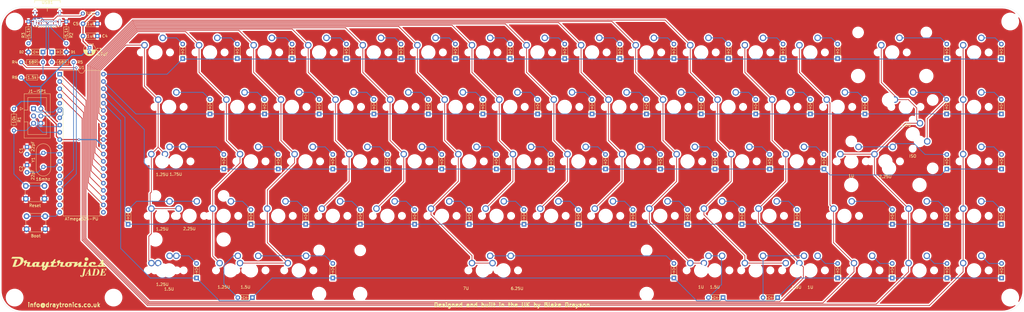
<source format=kicad_pcb>
(kicad_pcb (version 20171130) (host pcbnew "(5.1.6-0-10_14)")
  (layers (0 F.Cu signal) (31 B.Cu signal) (34 B.Paste user) (35 F.Paste user) (36 B.SilkS user) (37 F.SilkS user) (38 B.Mask user) (39 F.Mask user) (44 Edge.Cuts user))
  (net 0 "")
  (net 1 GND)
  (net 2 bload)
  (net 3 "Net-(C1-Pad1)")
  (net 4 "Net-(C2-Pad1)")
  (net 5 +5V)
  (net 6 "Net-(D1-Pad1)")
  (net 7 "Net-(D2-Pad1)")
  (net 8 "Net-(D3-Pad2)")
  (net 9 row0)
  (net 10 "Net-(D4-Pad2)")
  (net 11 row1)
  (net 12 "Net-(D5-Pad2)")
  (net 13 row2)
  (net 14 "Net-(D6-Pad2)")
  (net 15 row3)
  (net 16 "Net-(D7-Pad2)")
  (net 17 row4)
  (net 18 "Net-(D8-Pad2)")
  (net 19 "Net-(D9-Pad2)")
  (net 20 "Net-(D10-Pad2)")
  (net 21 "Net-(D11-Pad2)")
  (net 22 "Net-(D12-Pad2)")
  (net 23 "Net-(D13-Pad2)")
  (net 24 "Net-(D14-Pad2)")
  (net 25 "Net-(D15-Pad2)")
  (net 26 "Net-(D16-Pad2)")
  (net 27 "Net-(D17-Pad2)")
  (net 28 "Net-(D18-Pad2)")
  (net 29 "Net-(D19-Pad2)")
  (net 30 "Net-(D20-Pad2)")
  (net 31 "Net-(D21-Pad2)")
  (net 32 "Net-(D22-Pad2)")
  (net 33 "Net-(D23-Pad2)")
  (net 34 "Net-(D24-Pad2)")
  (net 35 "Net-(D25-Pad2)")
  (net 36 "Net-(D26-Pad2)")
  (net 37 "Net-(D27-Pad2)")
  (net 38 "Net-(D28-Pad2)")
  (net 39 "Net-(D29-Pad2)")
  (net 40 "Net-(D30-Pad2)")
  (net 41 "Net-(D31-Pad2)")
  (net 42 "Net-(D32-Pad2)")
  (net 43 "Net-(D33-Pad2)")
  (net 44 "Net-(D34-Pad2)")
  (net 45 "Net-(D35-Pad2)")
  (net 46 "Net-(D36-Pad2)")
  (net 47 "Net-(D37-Pad2)")
  (net 48 "Net-(D38-Pad2)")
  (net 49 "Net-(D39-Pad2)")
  (net 50 "Net-(D40-Pad2)")
  (net 51 "Net-(D41-Pad2)")
  (net 52 "Net-(D42-Pad2)")
  (net 53 "Net-(D43-Pad2)")
  (net 54 "Net-(D44-Pad2)")
  (net 55 "Net-(D45-Pad2)")
  (net 56 "Net-(D46-Pad2)")
  (net 57 "Net-(D47-Pad2)")
  (net 58 "Net-(D48-Pad2)")
  (net 59 "Net-(D49-Pad2)")
  (net 60 "Net-(D50-Pad2)")
  (net 61 "Net-(D51-Pad2)")
  (net 62 "Net-(D52-Pad2)")
  (net 63 "Net-(D53-Pad2)")
  (net 64 "Net-(D54-Pad2)")
  (net 65 "Net-(D55-Pad2)")
  (net 66 "Net-(D56-Pad2)")
  (net 67 "Net-(D57-Pad2)")
  (net 68 "Net-(D58-Pad2)")
  (net 69 "Net-(D59-Pad2)")
  (net 70 "Net-(D60-Pad2)")
  (net 71 "Net-(D61-Pad2)")
  (net 72 "Net-(D62-Pad2)")
  (net 73 "Net-(D63-Pad2)")
  (net 74 "Net-(D64-Pad2)")
  (net 75 "Net-(D65-Pad2)")
  (net 76 "Net-(D66-Pad2)")
  (net 77 "Net-(D67-Pad2)")
  (net 78 "Net-(D68-Pad2)")
  (net 79 "Net-(D69-Pad2)")
  (net 80 "Net-(D70-Pad2)")
  (net 81 "Net-(D71-Pad2)")
  (net 82 mosi)
  (net 83 reset)
  (net 84 sck)
  (net 85 miso)
  (net 86 col0)
  (net 87 col1)
  (net 88 col2)
  (net 89 col3)
  (net 90 col4)
  (net 91 col5)
  (net 92 col6)
  (net 93 col7)
  (net 94 col8)
  (net 95 col9)
  (net 96 col10)
  (net 97 col11)
  (net 98 col12)
  (net 99 col14)
  (net 100 "Net-(R2-Pad2)")
  (net 101 "Net-(R3-Pad2)")
  (net 102 D-)
  (net 103 D+)
  (net 104 "Net-(U1-Pad19)")
  (net 105 "Net-(U1-Pad18)")
  (net 106 "Net-(U1-Pad15)")
  (net 107 "Net-(U1-Pad14)")
  (net 108 "Net-(U1-Pad32)")
  (net 109 "Net-(U1-Pad5)")
  (net 110 "Net-(U1-Pad21)")
  (net 111 "Net-(USB1-PadA8)")
  (net 112 "Net-(USB1-PadB8)")
  (net 113 col13)
  (net 114 VCC)
  (module logo:draytronics-jade-logo (layer F.Cu) (at 45.974 111.252)
    (fp_text reference G*** hide)
    (fp_text value LOGO hide)
  )
  (module MountingHole:MountingHole_2.2mm_M2 (layer F.Cu) (at 378 121.92)
    (fp_text reference "" hide)
    (fp_text value MountingHole_2.2mm_M2 hide)
    (pad 1 np_thru_hole circle (at 0 0) (size 2.2 2.2) (drill 2.2) (layers *.Cu *.Mask))
  )
  (module MountingHole:MountingHole_2.2mm_M2 (layer F.Cu) (at 378 25.4)
    (fp_text reference "" hide)
    (fp_text value MountingHole_2.2mm_M2 hide)
    (pad 1 np_thru_hole circle (at 0 0) (size 2.2 2.2) (drill 2.2) (layers *.Cu *.Mask))
  )
  (module MountingHole:MountingHole_2.2mm_M2 (layer F.Cu) (at 65 121.92)
    (fp_text reference "" (at 0 -3.2) (layer F.SilkS))
    (fp_text value MountingHole_2.2mm_M2 hide)
    (pad 1 np_thru_hole circle (at 0 0) (size 2.2 2.2) (drill 2.2) (layers *.Cu *.Mask))
  )
  (module MountingHole:MountingHole_2.2mm_M2 (layer F.Cu) (at 65 25.4)
    (fp_text reference "" (at 0 -3.2) (layer F.SilkS))
    (fp_text value MountingHole_2.2mm_M2 hide)
    (pad 1 np_thru_hole circle (at 0 0) (size 2.2 2.2) (drill 2.2) (layers *.Cu *.Mask))
  )
  (module MountingHole:MountingHole_2.2mm_M2 (layer F.Cu) (at 30.48 121.92)
    (fp_text reference "" hide)
    (fp_text value MountingHole_2.2mm_M2 hide)
    (pad 1 np_thru_hole circle (at 0 0) (size 2.2 2.2) (drill 2.2) (layers *.Cu *.Mask))
  )
  (module MountingHole:MountingHole_2.2mm_M2 (layer F.Cu) (at 30.48 25.4)
    (fp_text reference "" hide)
    (fp_text value MountingHole_2.2mm_M2 hide)
    (pad 1 np_thru_hole circle (at 0 0) (size 2.2 2.2) (drill 2.2) (layers *.Cu *.Mask))
  )
  (module MX_Only:MXOnly-2U-NoLED (layer F.Cu) (at 336.804 36.195)
    (fp_text reference MX68)
    (fp_text value MX-NoLED)
    (pad 2 thru_hole circle (at 2.54 -5.08) (size 2.25 2.25) (drill 1.47) (layers *.Cu B.Mask) (net 72 "Net-(D62-Pad2)"))
    (pad "" np_thru_hole circle (at 0 0) (size 3.9878 3.9878) (drill 3.9878) (layers *.Cu *.Mask))
    (pad 1 thru_hole circle (at -3.81 -2.54) (size 2.25 2.25) (drill 1.47) (layers *.Cu B.Mask) (net 113 col13))
    (pad "" np_thru_hole circle (at -5.08 0 48.0996) (size 1.75 1.75) (drill 1.75) (layers *.Cu *.Mask))
    (pad "" np_thru_hole circle (at 5.08 0 48.0996) (size 1.75 1.75) (drill 1.75) (layers *.Cu *.Mask))
    (pad "" np_thru_hole circle (at -11.90625 -6.985) (size 3.048 3.048) (drill 3.048) (layers *.Cu *.Mask))
    (pad "" np_thru_hole circle (at 11.90625 -6.985) (size 3.048 3.048) (drill 3.048) (layers *.Cu *.Mask))
    (pad "" np_thru_hole circle (at -11.90625 8.255) (size 3.9878 3.9878) (drill 3.9878) (layers *.Cu *.Mask))
    (pad "" np_thru_hole circle (at 11.90625 8.255) (size 3.9878 3.9878) (drill 3.9878) (layers *.Cu *.Mask))
  )
  (module MX_Only:MXOnly-1.25U-NoLED (layer F.Cu) (at 105.8545 112.395)
    (fp_text reference MX13)
    (fp_text value 1.25U (at -2.3495 5.842) (layer F.SilkS))
    (pad 2 thru_hole circle (at 2.54 -5.08) (size 2.25 2.25) (drill 1.47) (layers *.Cu B.Mask) (net 22 "Net-(D12-Pad2)"))
    (pad "" np_thru_hole circle (at 0 0) (size 3.9878 3.9878) (drill 3.9878) (layers *.Cu *.Mask))
    (pad 1 thru_hole circle (at -3.81 -2.54) (size 2.25 2.25) (drill 1.47) (layers *.Cu B.Mask) (net 87 col1))
    (pad "" np_thru_hole circle (at -5.08 0 48.0996) (size 1.75 1.75) (drill 1.75) (layers *.Cu *.Mask))
    (pad "" np_thru_hole circle (at 5.08 0 48.0996) (size 1.75 1.75) (drill 1.75) (layers *.Cu *.Mask))
  )
  (module Crystal:Crystal_HC49-U_Vertical (layer F.Cu) (at 40.513 76.2 90)
    (fp_text reference Y1 (at 2.44 -3.525 90) (layer F.SilkS))
    (fp_text value Crystal hide)
    (fp_text user 16mhz (at -4.318 -0.127 180) (layer F.SilkS))
    (pad 2 thru_hole circle (at 4.88 0 90) (size 1.5 1.5) (drill 0.8) (layers *.Cu *.Mask) (net 3 "Net-(C1-Pad1)"))
    (pad 1 thru_hole circle (at 0 0 90) (size 1.5 1.5) (drill 0.8) (layers *.Cu *.Mask) (net 4 "Net-(C2-Pad1)"))
  )
  (module Type-C:USB_C_GCT_USB4085 (layer F.Cu) (at 41.91 20.574 180)
    (fp_text reference USB1 (at 0 1.85) (layer F.SilkS))
    (fp_text value USB_C_Receptacle_USB2.0)
    (pad A5 thru_hole circle (at -1.275 -6.1 180) (size 0.65 0.65) (drill 0.4) (layers *.Cu *.Mask) (net 100 "Net-(R2-Pad2)"))
    (pad A1 thru_hole circle (at -2.975 -6.1 180) (size 0.65 0.65) (drill 0.4) (layers *.Cu *.Mask) (net 1 GND))
    (pad A4 thru_hole circle (at -2.125 -6.1 180) (size 0.65 0.65) (drill 0.4) (layers *.Cu *.Mask) (net 114 VCC))
    (pad A6 thru_hole circle (at -0.425 -6.1 180) (size 0.65 0.65) (drill 0.4) (layers *.Cu *.Mask) (net 6 "Net-(D1-Pad1)"))
    (pad A7 thru_hole circle (at 0.425 -6.1 180) (size 0.65 0.65) (drill 0.4) (layers *.Cu *.Mask) (net 7 "Net-(D2-Pad1)"))
    (pad A8 thru_hole circle (at 1.275 -6.1 180) (size 0.65 0.65) (drill 0.4) (layers *.Cu *.Mask) (net 111 "Net-(USB1-PadA8)"))
    (pad A9 thru_hole circle (at 2.125 -6.1 180) (size 0.65 0.65) (drill 0.4) (layers *.Cu *.Mask) (net 114 VCC))
    (pad A12 thru_hole circle (at 2.975 -6.1 180) (size 0.65 0.65) (drill 0.4) (layers *.Cu *.Mask) (net 1 GND))
    (pad B12 thru_hole circle (at -2.975 -4.775 180) (size 0.65 0.65) (drill 0.4) (layers *.Cu *.Mask) (net 1 GND))
    (pad B9 thru_hole circle (at -2.12 -4.775 180) (size 0.65 0.65) (drill 0.4) (layers *.Cu *.Mask) (net 114 VCC))
    (pad B8 thru_hole circle (at -1.27 -4.775 180) (size 0.65 0.65) (drill 0.4) (layers *.Cu *.Mask) (net 112 "Net-(USB1-PadB8)"))
    (pad B7 thru_hole circle (at -0.42 -4.775 180) (size 0.65 0.65) (drill 0.4) (layers *.Cu *.Mask) (net 7 "Net-(D2-Pad1)"))
    (pad B6 thru_hole circle (at 0.43 -4.775 180) (size 0.65 0.65) (drill 0.4) (layers *.Cu *.Mask) (net 6 "Net-(D1-Pad1)"))
    (pad B5 thru_hole circle (at 1.28 -4.775 180) (size 0.65 0.65) (drill 0.4) (layers *.Cu *.Mask) (net 101 "Net-(R3-Pad2)"))
    (pad B4 thru_hole circle (at 2.13 -4.775 180) (size 0.65 0.65) (drill 0.4) (layers *.Cu *.Mask) (net 114 VCC))
    (pad B1 thru_hole circle (at 2.98 -4.775 180) (size 0.65 0.65) (drill 0.4) (layers *.Cu *.Mask) (net 1 GND))
    (pad S1 thru_hole oval (at -4.325 -5.12 180) (size 0.9 2.4) (drill oval 0.6 2.1) (layers *.Cu *.Mask) (net 1 GND))
    (pad S1 thru_hole oval (at 4.325 -5.12 180) (size 0.9 2.4) (drill oval 0.6 2.1) (layers *.Cu *.Mask) (net 1 GND))
    (pad S1 thru_hole oval (at -4.325 -1.74 180) (size 0.9 1.7) (drill oval 0.6 1.4) (layers *.Cu *.Mask) (net 1 GND))
    (pad S1 thru_hole oval (at 4.325 -1.74 180) (size 0.9 1.7) (drill oval 0.6 1.4) (layers *.Cu *.Mask) (net 1 GND))
  )
  (module Package_DIP:DIP-40_W15.24mm (layer F.Cu) (at 46.228 43.815)
    (fp_text reference U1 (at 7.62 -2.33) (layer F.SilkS))
    (fp_text value ATmega32A-PU (at 7.62 50.59) (layer F.SilkS))
    (pad 40 thru_hole oval (at 15.24 0) (size 1.6 1.6) (drill 0.8) (layers *.Cu *.Mask) (net 9 row0))
    (pad 20 thru_hole oval (at 0 48.26) (size 1.6 1.6) (drill 0.8) (layers *.Cu *.Mask) (net 2 bload))
    (pad 39 thru_hole oval (at 15.24 2.54) (size 1.6 1.6) (drill 0.8) (layers *.Cu *.Mask) (net 11 row1))
    (pad 19 thru_hole oval (at 0 45.72) (size 1.6 1.6) (drill 0.8) (layers *.Cu *.Mask) (net 104 "Net-(U1-Pad19)"))
    (pad 38 thru_hole oval (at 15.24 5.08) (size 1.6 1.6) (drill 0.8) (layers *.Cu *.Mask) (net 13 row2))
    (pad 18 thru_hole oval (at 0 43.18) (size 1.6 1.6) (drill 0.8) (layers *.Cu *.Mask) (net 105 "Net-(U1-Pad18)"))
    (pad 37 thru_hole oval (at 15.24 7.62) (size 1.6 1.6) (drill 0.8) (layers *.Cu *.Mask) (net 15 row3))
    (pad 17 thru_hole oval (at 0 40.64) (size 1.6 1.6) (drill 0.8) (layers *.Cu *.Mask) (net 102 D-))
    (pad 36 thru_hole oval (at 15.24 10.16) (size 1.6 1.6) (drill 0.8) (layers *.Cu *.Mask) (net 17 row4))
    (pad 16 thru_hole oval (at 0 38.1) (size 1.6 1.6) (drill 0.8) (layers *.Cu *.Mask) (net 103 D+))
    (pad 35 thru_hole oval (at 15.24 12.7) (size 1.6 1.6) (drill 0.8) (layers *.Cu *.Mask) (net 86 col0))
    (pad 15 thru_hole oval (at 0 35.56) (size 1.6 1.6) (drill 0.8) (layers *.Cu *.Mask) (net 106 "Net-(U1-Pad15)"))
    (pad 34 thru_hole oval (at 15.24 15.24) (size 1.6 1.6) (drill 0.8) (layers *.Cu *.Mask) (net 87 col1))
    (pad 14 thru_hole oval (at 0 33.02) (size 1.6 1.6) (drill 0.8) (layers *.Cu *.Mask) (net 107 "Net-(U1-Pad14)"))
    (pad 33 thru_hole oval (at 15.24 17.78) (size 1.6 1.6) (drill 0.8) (layers *.Cu *.Mask) (net 88 col2))
    (pad 13 thru_hole oval (at 0 30.48) (size 1.6 1.6) (drill 0.8) (layers *.Cu *.Mask) (net 4 "Net-(C2-Pad1)"))
    (pad 32 thru_hole oval (at 15.24 20.32) (size 1.6 1.6) (drill 0.8) (layers *.Cu *.Mask) (net 108 "Net-(U1-Pad32)"))
    (pad 12 thru_hole oval (at 0 27.94) (size 1.6 1.6) (drill 0.8) (layers *.Cu *.Mask) (net 3 "Net-(C1-Pad1)"))
    (pad 31 thru_hole oval (at 15.24 22.86) (size 1.6 1.6) (drill 0.8) (layers *.Cu *.Mask) (net 1 GND))
    (pad 11 thru_hole oval (at 0 25.4) (size 1.6 1.6) (drill 0.8) (layers *.Cu *.Mask) (net 1 GND))
    (pad 30 thru_hole oval (at 15.24 25.4) (size 1.6 1.6) (drill 0.8) (layers *.Cu *.Mask) (net 5 +5V))
    (pad 10 thru_hole oval (at 0 22.86) (size 1.6 1.6) (drill 0.8) (layers *.Cu *.Mask) (net 5 +5V))
    (pad 29 thru_hole oval (at 15.24 27.94) (size 1.6 1.6) (drill 0.8) (layers *.Cu *.Mask) (net 89 col3))
    (pad 9 thru_hole oval (at 0 20.32) (size 1.6 1.6) (drill 0.8) (layers *.Cu *.Mask) (net 83 reset))
    (pad 28 thru_hole oval (at 15.24 30.48) (size 1.6 1.6) (drill 0.8) (layers *.Cu *.Mask) (net 90 col4))
    (pad 8 thru_hole oval (at 0 17.78) (size 1.6 1.6) (drill 0.8) (layers *.Cu *.Mask) (net 84 sck))
    (pad 27 thru_hole oval (at 15.24 33.02) (size 1.6 1.6) (drill 0.8) (layers *.Cu *.Mask) (net 91 col5))
    (pad 7 thru_hole oval (at 0 15.24) (size 1.6 1.6) (drill 0.8) (layers *.Cu *.Mask) (net 85 miso))
    (pad 26 thru_hole oval (at 15.24 35.56) (size 1.6 1.6) (drill 0.8) (layers *.Cu *.Mask) (net 92 col6))
    (pad 6 thru_hole oval (at 0 12.7) (size 1.6 1.6) (drill 0.8) (layers *.Cu *.Mask) (net 82 mosi))
    (pad 25 thru_hole oval (at 15.24 38.1) (size 1.6 1.6) (drill 0.8) (layers *.Cu *.Mask) (net 93 col7))
    (pad 5 thru_hole oval (at 0 10.16) (size 1.6 1.6) (drill 0.8) (layers *.Cu *.Mask) (net 109 "Net-(U1-Pad5)"))
    (pad 24 thru_hole oval (at 15.24 40.64) (size 1.6 1.6) (drill 0.8) (layers *.Cu *.Mask) (net 94 col8))
    (pad 4 thru_hole oval (at 0 7.62) (size 1.6 1.6) (drill 0.8) (layers *.Cu *.Mask) (net 99 col14))
    (pad 23 thru_hole oval (at 15.24 43.18) (size 1.6 1.6) (drill 0.8) (layers *.Cu *.Mask) (net 95 col9))
    (pad 3 thru_hole oval (at 0 5.08) (size 1.6 1.6) (drill 0.8) (layers *.Cu *.Mask) (net 113 col13))
    (pad 22 thru_hole oval (at 15.24 45.72) (size 1.6 1.6) (drill 0.8) (layers *.Cu *.Mask) (net 96 col10))
    (pad 2 thru_hole oval (at 0 2.54) (size 1.6 1.6) (drill 0.8) (layers *.Cu *.Mask) (net 98 col12))
    (pad 21 thru_hole oval (at 15.24 48.26) (size 1.6 1.6) (drill 0.8) (layers *.Cu *.Mask) (net 110 "Net-(U1-Pad21)"))
    (pad 1 thru_hole rect (at 0 0) (size 1.6 1.6) (drill 0.8) (layers *.Cu *.Mask) (net 97 col11))
  )
  (module Button_Switch_THT:SW_PUSH_6mm (layer F.Cu) (at 40.894 87.376 180)
    (fp_text reference Reset1 hide)
    (fp_text value Reset (at 3.302 -2.3495) (layer F.SilkS))
    (pad 1 thru_hole circle (at 6.5 0 270) (size 2 2) (drill 1.1) (layers *.Cu *.Mask) (net 1 GND))
    (pad 2 thru_hole circle (at 6.5 4.5 270) (size 2 2) (drill 1.1) (layers *.Cu *.Mask) (net 83 reset))
    (pad 1 thru_hole circle (at 0 0 270) (size 2 2) (drill 1.1) (layers *.Cu *.Mask) (net 1 GND))
    (pad 2 thru_hole circle (at 0 4.5 270) (size 2 2) (drill 1.1) (layers *.Cu *.Mask) (net 83 reset))
  )
  (module Resistor_THT:R_Axial_DIN0204_L3.6mm_D1.6mm_P7.62mm_Horizontal (layer F.Cu) (at 32.766 44.958)
    (fp_text reference R6 (at -2.286 0) (layer F.SilkS))
    (fp_text value 1.5k (at 3.81 0) (layer F.SilkS))
    (pad 2 thru_hole oval (at 7.62 0) (size 1.4 1.4) (drill 0.7) (layers *.Cu *.Mask) (net 7 "Net-(D2-Pad1)"))
    (pad 1 thru_hole circle (at 0 0) (size 1.4 1.4) (drill 0.7) (layers *.Cu *.Mask) (net 5 +5V))
  )
  (module Resistor_THT:R_Axial_DIN0204_L3.6mm_D1.6mm_P7.62mm_Horizontal (layer F.Cu) (at 51.054 39.624 180)
    (fp_text reference R5 (at -2.286 0) (layer F.SilkS))
    (fp_text value 68R (at 3.81 0) (layer F.SilkS))
    (pad 2 thru_hole oval (at 7.62 0 180) (size 1.4 1.4) (drill 0.7) (layers *.Cu *.Mask) (net 6 "Net-(D1-Pad1)"))
    (pad 1 thru_hole circle (at 0 0 180) (size 1.4 1.4) (drill 0.7) (layers *.Cu *.Mask) (net 103 D+))
  )
  (module Resistor_THT:R_Axial_DIN0204_L3.6mm_D1.6mm_P7.62mm_Horizontal (layer F.Cu) (at 32.766 39.624)
    (fp_text reference R4 (at -2.286 0) (layer F.SilkS))
    (fp_text value 68R (at 4.064 0) (layer F.SilkS))
    (pad 2 thru_hole oval (at 7.62 0) (size 1.4 1.4) (drill 0.7) (layers *.Cu *.Mask) (net 7 "Net-(D2-Pad1)"))
    (pad 1 thru_hole circle (at 0 0) (size 1.4 1.4) (drill 0.7) (layers *.Cu *.Mask) (net 102 D-))
  )
  (module Resistor_THT:R_Axial_DIN0204_L3.6mm_D1.6mm_P7.62mm_Horizontal (layer F.Cu) (at 35.306 25.4 270)
    (fp_text reference R3 (at 4.826 1.778 90) (layer F.SilkS))
    (fp_text value 5.1k (at 3.81 0 90) (layer F.SilkS))
    (pad 1 thru_hole circle (at 0 0 270) (size 1.4 1.4) (drill 0.7) (layers *.Cu *.Mask) (net 1 GND))
    (pad 2 thru_hole oval (at 7.62 0 270) (size 1.4 1.4) (drill 0.7) (layers *.Cu *.Mask) (net 101 "Net-(R3-Pad2)"))
  )
  (module Resistor_THT:R_Axial_DIN0204_L3.6mm_D1.6mm_P7.62mm_Horizontal (layer F.Cu) (at 48.514 25.4 270)
    (fp_text reference R2 (at 4.826 -1.778 90) (layer F.SilkS))
    (fp_text value 5.1k (at 3.81 0 90) (layer F.SilkS))
    (pad 2 thru_hole oval (at 7.62 0 270) (size 1.4 1.4) (drill 0.7) (layers *.Cu *.Mask) (net 100 "Net-(R2-Pad2)"))
    (pad 1 thru_hole circle (at 0 0 270) (size 1.4 1.4) (drill 0.7) (layers *.Cu *.Mask) (net 1 GND))
  )
  (module Resistor_THT:R_Axial_DIN0204_L3.6mm_D1.6mm_P7.62mm_Horizontal (layer F.Cu) (at 30.226 55.88 270)
    (fp_text reference R1 (at 3.81 -1.92 90) (layer F.SilkS))
    (fp_text value 10k (at 3.81 0 90) (layer F.SilkS))
    (pad 2 thru_hole oval (at 7.62 0 270) (size 1.4 1.4) (drill 0.7) (layers *.Cu *.Mask) (net 83 reset))
    (pad 1 thru_hole circle (at 0 0 270) (size 1.4 1.4) (drill 0.7) (layers *.Cu *.Mask) (net 5 +5V))
  )
  (module MX_Only:MXOnly-ISO-ROTATED-ReversedStabilizers-NoLED (layer F.Cu) (at 343.9465 64.77)
    (fp_text reference MX78)
    (fp_text value ISO (at 0.033 7.6835) (layer F.SilkS))
    (pad "" np_thru_hole circle (at -8.255 -11.938) (size 3.9878 3.9878) (drill 3.9878) (layers *.Cu *.Mask))
    (pad "" np_thru_hole circle (at -8.255 11.938) (size 3.9878 3.9878) (drill 3.9878) (layers *.Cu *.Mask))
    (pad "" np_thru_hole circle (at 6.985 -11.938) (size 3.048 3.048) (drill 3.048) (layers *.Cu *.Mask))
    (pad "" np_thru_hole circle (at 6.985 11.938) (size 3.048 3.048) (drill 3.048) (layers *.Cu *.Mask))
    (pad "" np_thru_hole circle (at 0 5.08 48.0996) (size 1.75 1.75) (drill 1.75) (layers *.Cu *.Mask))
    (pad "" np_thru_hole circle (at 0 -5.08 48.0996) (size 1.75 1.75) (drill 1.75) (layers *.Cu *.Mask))
    (pad 1 thru_hole circle (at 2.54 -3.81) (size 2.25 2.25) (drill 1.47) (layers *.Cu B.Mask) (net 113 col13))
    (pad "" np_thru_hole circle (at 0 0) (size 3.9878 3.9878) (drill 3.9878) (layers *.Cu *.Mask))
    (pad 2 thru_hole circle (at 5.08 2.54) (size 2.25 2.25) (drill 1.47) (layers *.Cu B.Mask) (net 73 "Net-(D63-Pad2)"))
  )
  (module MX_Only:MXOnly-1U-NoLED (layer F.Cu) (at 365.379 112.395)
    (fp_text reference MX77)
    (fp_text value MX-NoLED)
    (pad 2 thru_hole circle (at 2.54 -5.08) (size 2.25 2.25) (drill 1.47) (layers *.Cu B.Mask) (net 81 "Net-(D71-Pad2)"))
    (pad "" np_thru_hole circle (at 0 0) (size 3.9878 3.9878) (drill 3.9878) (layers *.Cu *.Mask))
    (pad 1 thru_hole circle (at -3.81 -2.54) (size 2.25 2.25) (drill 1.47) (layers *.Cu B.Mask) (net 99 col14))
    (pad "" np_thru_hole circle (at -5.08 0 48.0996) (size 1.75 1.75) (drill 1.75) (layers *.Cu *.Mask))
    (pad "" np_thru_hole circle (at 5.08 0 48.0996) (size 1.75 1.75) (drill 1.75) (layers *.Cu *.Mask))
  )
  (module MX_Only:MXOnly-1U-NoLED (layer F.Cu) (at 365.379 93.345)
    (fp_text reference MX76)
    (fp_text value MX-NoLED)
    (pad 2 thru_hole circle (at 2.54 -5.08) (size 2.25 2.25) (drill 1.47) (layers *.Cu B.Mask) (net 80 "Net-(D70-Pad2)"))
    (pad "" np_thru_hole circle (at 0 0) (size 3.9878 3.9878) (drill 3.9878) (layers *.Cu *.Mask))
    (pad 1 thru_hole circle (at -3.81 -2.54) (size 2.25 2.25) (drill 1.47) (layers *.Cu B.Mask) (net 99 col14))
    (pad "" np_thru_hole circle (at -5.08 0 48.0996) (size 1.75 1.75) (drill 1.75) (layers *.Cu *.Mask))
    (pad "" np_thru_hole circle (at 5.08 0 48.0996) (size 1.75 1.75) (drill 1.75) (layers *.Cu *.Mask))
  )
  (module MX_Only:MXOnly-1U-NoLED (layer F.Cu) (at 365.379 74.295)
    (fp_text reference MX75)
    (fp_text value MX-NoLED)
    (pad 2 thru_hole circle (at 2.54 -5.08) (size 2.25 2.25) (drill 1.47) (layers *.Cu B.Mask) (net 79 "Net-(D69-Pad2)"))
    (pad "" np_thru_hole circle (at 0 0) (size 3.9878 3.9878) (drill 3.9878) (layers *.Cu *.Mask))
    (pad 1 thru_hole circle (at -3.81 -2.54) (size 2.25 2.25) (drill 1.47) (layers *.Cu B.Mask) (net 99 col14))
    (pad "" np_thru_hole circle (at -5.08 0 48.0996) (size 1.75 1.75) (drill 1.75) (layers *.Cu *.Mask))
    (pad "" np_thru_hole circle (at 5.08 0 48.0996) (size 1.75 1.75) (drill 1.75) (layers *.Cu *.Mask))
  )
  (module MX_Only:MXOnly-1U-NoLED (layer F.Cu) (at 365.379 55.245)
    (fp_text reference MX74)
    (fp_text value MX-NoLED)
    (pad 2 thru_hole circle (at 2.54 -5.08) (size 2.25 2.25) (drill 1.47) (layers *.Cu B.Mask) (net 78 "Net-(D68-Pad2)"))
    (pad "" np_thru_hole circle (at 0 0) (size 3.9878 3.9878) (drill 3.9878) (layers *.Cu *.Mask))
    (pad 1 thru_hole circle (at -3.81 -2.54) (size 2.25 2.25) (drill 1.47) (layers *.Cu B.Mask) (net 99 col14))
    (pad "" np_thru_hole circle (at -5.08 0 48.0996) (size 1.75 1.75) (drill 1.75) (layers *.Cu *.Mask))
    (pad "" np_thru_hole circle (at 5.08 0 48.0996) (size 1.75 1.75) (drill 1.75) (layers *.Cu *.Mask))
  )
  (module MX_Only:MXOnly-1U-NoLED (layer F.Cu) (at 365.379 36.195)
    (fp_text reference MX73)
    (fp_text value MX-NoLED)
    (pad 2 thru_hole circle (at 2.54 -5.08) (size 2.25 2.25) (drill 1.47) (layers *.Cu B.Mask) (net 77 "Net-(D67-Pad2)"))
    (pad "" np_thru_hole circle (at 0 0) (size 3.9878 3.9878) (drill 3.9878) (layers *.Cu *.Mask))
    (pad 1 thru_hole circle (at -3.81 -2.54) (size 2.25 2.25) (drill 1.47) (layers *.Cu B.Mask) (net 99 col14))
    (pad "" np_thru_hole circle (at -5.08 0 48.0996) (size 1.75 1.75) (drill 1.75) (layers *.Cu *.Mask))
    (pad "" np_thru_hole circle (at 5.08 0 48.0996) (size 1.75 1.75) (drill 1.75) (layers *.Cu *.Mask))
  )
  (module MX_Only:MXOnly-1U-NoLED (layer F.Cu) (at 346.329 112.395)
    (fp_text reference MX72)
    (fp_text value MX-NoLED)
    (pad 2 thru_hole circle (at 2.54 -5.08) (size 2.25 2.25) (drill 1.47) (layers *.Cu B.Mask) (net 76 "Net-(D66-Pad2)"))
    (pad "" np_thru_hole circle (at 0 0) (size 3.9878 3.9878) (drill 3.9878) (layers *.Cu *.Mask))
    (pad 1 thru_hole circle (at -3.81 -2.54) (size 2.25 2.25) (drill 1.47) (layers *.Cu B.Mask) (net 113 col13))
    (pad "" np_thru_hole circle (at -5.08 0 48.0996) (size 1.75 1.75) (drill 1.75) (layers *.Cu *.Mask))
    (pad "" np_thru_hole circle (at 5.08 0 48.0996) (size 1.75 1.75) (drill 1.75) (layers *.Cu *.Mask))
  )
  (module MX_Only:MXOnly-1U-NoLED (layer F.Cu) (at 346.329 93.345)
    (fp_text reference MX71)
    (fp_text value MX-NoLED)
    (pad 2 thru_hole circle (at 2.54 -5.08) (size 2.25 2.25) (drill 1.47) (layers *.Cu B.Mask) (net 75 "Net-(D65-Pad2)"))
    (pad "" np_thru_hole circle (at 0 0) (size 3.9878 3.9878) (drill 3.9878) (layers *.Cu *.Mask))
    (pad 1 thru_hole circle (at -3.81 -2.54) (size 2.25 2.25) (drill 1.47) (layers *.Cu B.Mask) (net 113 col13))
    (pad "" np_thru_hole circle (at -5.08 0 48.0996) (size 1.75 1.75) (drill 1.75) (layers *.Cu *.Mask))
    (pad "" np_thru_hole circle (at 5.08 0 48.0996) (size 1.75 1.75) (drill 1.75) (layers *.Cu *.Mask))
  )
  (module MX_Only:MXOnly-1U-NoLED (layer F.Cu) (at 322.5165 74.295)
    (fp_text reference MX70)
    (fp_text value 1U (at 0 5.08) (layer F.SilkS))
    (pad 2 thru_hole circle (at 2.54 -5.08) (size 2.25 2.25) (drill 1.47) (layers *.Cu B.Mask) (net 74 "Net-(D64-Pad2)"))
    (pad "" np_thru_hole circle (at 0 0) (size 3.9878 3.9878) (drill 3.9878) (layers *.Cu *.Mask))
    (pad 1 thru_hole circle (at -3.81 -2.54) (size 2.25 2.25) (drill 1.47) (layers *.Cu B.Mask) (net 113 col13))
    (pad "" np_thru_hole circle (at -5.08 0 48.0996) (size 1.75 1.75) (drill 1.75) (layers *.Cu *.Mask))
    (pad "" np_thru_hole circle (at 5.08 0 48.0996) (size 1.75 1.75) (drill 1.75) (layers *.Cu *.Mask))
  )
  (module MX_Only:MXOnly-1.5U-NoLED (layer F.Cu) (at 341.5665 55.245)
    (fp_text reference MX69)
    (fp_text value 1.5U (at 0.0635 6.35) (layer F.SilkS))
    (pad 2 thru_hole circle (at 2.54 -5.08) (size 2.25 2.25) (drill 1.47) (layers *.Cu B.Mask) (net 73 "Net-(D63-Pad2)"))
    (pad "" np_thru_hole circle (at 0 0) (size 3.9878 3.9878) (drill 3.9878) (layers *.Cu *.Mask))
    (pad 1 thru_hole circle (at -3.81 -2.54) (size 2.25 2.25) (drill 1.47) (layers *.Cu B.Mask) (net 113 col13))
    (pad "" np_thru_hole circle (at -5.08 0 48.0996) (size 1.75 1.75) (drill 1.75) (layers *.Cu *.Mask))
    (pad "" np_thru_hole circle (at 5.08 0 48.0996) (size 1.75 1.75) (drill 1.75) (layers *.Cu *.Mask))
  )
  (module MX_Only:MXOnly-1U-NoLED (layer F.Cu) (at 327.279 112.395)
    (fp_text reference MX67)
    (fp_text value MX-NoLED)
    (pad 2 thru_hole circle (at 2.54 -5.08) (size 2.25 2.25) (drill 1.47) (layers *.Cu B.Mask) (net 71 "Net-(D61-Pad2)"))
    (pad "" np_thru_hole circle (at 0 0) (size 3.9878 3.9878) (drill 3.9878) (layers *.Cu *.Mask))
    (pad 1 thru_hole circle (at -3.81 -2.54) (size 2.25 2.25) (drill 1.47) (layers *.Cu B.Mask) (net 98 col12))
    (pad "" np_thru_hole circle (at -5.08 0 48.0996) (size 1.75 1.75) (drill 1.75) (layers *.Cu *.Mask))
    (pad "" np_thru_hole circle (at 5.08 0 48.0996) (size 1.75 1.75) (drill 1.75) (layers *.Cu *.Mask))
  )
  (module MX_Only:MXOnly-1.75U-NoLED (layer F.Cu) (at 320.1353 93.345)
    (fp_text reference MX66)
    (fp_text value MX-NoLED)
    (pad 2 thru_hole circle (at 2.54 -5.08) (size 2.25 2.25) (drill 1.47) (layers *.Cu B.Mask) (net 70 "Net-(D60-Pad2)"))
    (pad "" np_thru_hole circle (at 0 0) (size 3.9878 3.9878) (drill 3.9878) (layers *.Cu *.Mask))
    (pad 1 thru_hole circle (at -3.81 -2.54) (size 2.25 2.25) (drill 1.47) (layers *.Cu B.Mask) (net 98 col12))
    (pad "" np_thru_hole circle (at -5.08 0 48.0996) (size 1.75 1.75) (drill 1.75) (layers *.Cu *.Mask))
    (pad "" np_thru_hole circle (at 5.08 0 48.0996) (size 1.75 1.75) (drill 1.75) (layers *.Cu *.Mask))
  )
  (module MX_Only:MXOnly-2.25U-NoLED (layer F.Cu) (at 334.424 74.295)
    (fp_text reference MX65)
    (fp_text value 2.25U (at -0.033 5.334) (layer F.SilkS))
    (pad 2 thru_hole circle (at 2.54 -5.08) (size 2.25 2.25) (drill 1.47) (layers *.Cu B.Mask) (net 74 "Net-(D64-Pad2)"))
    (pad "" np_thru_hole circle (at 0 0) (size 3.9878 3.9878) (drill 3.9878) (layers *.Cu *.Mask))
    (pad 1 thru_hole circle (at -3.81 -2.54) (size 2.25 2.25) (drill 1.47) (layers *.Cu B.Mask) (net 113 col13))
    (pad "" np_thru_hole circle (at -5.08 0 48.0996) (size 1.75 1.75) (drill 1.75) (layers *.Cu *.Mask))
    (pad "" np_thru_hole circle (at 5.08 0 48.0996) (size 1.75 1.75) (drill 1.75) (layers *.Cu *.Mask))
    (pad "" np_thru_hole circle (at -11.90625 -6.985) (size 3.048 3.048) (drill 3.048) (layers *.Cu *.Mask))
    (pad "" np_thru_hole circle (at 11.90625 -6.985) (size 3.048 3.048) (drill 3.048) (layers *.Cu *.Mask))
    (pad "" np_thru_hole circle (at -11.90625 8.255) (size 3.9878 3.9878) (drill 3.9878) (layers *.Cu *.Mask))
    (pad "" np_thru_hole circle (at 11.90625 8.255) (size 3.9878 3.9878) (drill 3.9878) (layers *.Cu *.Mask))
  )
  (module MX_Only:MXOnly-1U-NoLED (layer F.Cu) (at 317.754 55.245)
    (fp_text reference MX64)
    (fp_text value MX-NoLED)
    (pad 2 thru_hole circle (at 2.54 -5.08) (size 2.25 2.25) (drill 1.47) (layers *.Cu B.Mask) (net 69 "Net-(D59-Pad2)"))
    (pad "" np_thru_hole circle (at 0 0) (size 3.9878 3.9878) (drill 3.9878) (layers *.Cu *.Mask))
    (pad 1 thru_hole circle (at -3.81 -2.54) (size 2.25 2.25) (drill 1.47) (layers *.Cu B.Mask) (net 98 col12))
    (pad "" np_thru_hole circle (at -5.08 0 48.0996) (size 1.75 1.75) (drill 1.75) (layers *.Cu *.Mask))
    (pad "" np_thru_hole circle (at 5.08 0 48.0996) (size 1.75 1.75) (drill 1.75) (layers *.Cu *.Mask))
  )
  (module MX_Only:MXOnly-1U-NoLED (layer F.Cu) (at 308.229 36.195)
    (fp_text reference MX63)
    (fp_text value MX-NoLED)
    (pad 2 thru_hole circle (at 2.54 -5.08) (size 2.25 2.25) (drill 1.47) (layers *.Cu B.Mask) (net 68 "Net-(D58-Pad2)"))
    (pad "" np_thru_hole circle (at 0 0) (size 3.9878 3.9878) (drill 3.9878) (layers *.Cu *.Mask))
    (pad 1 thru_hole circle (at -3.81 -2.54) (size 2.25 2.25) (drill 1.47) (layers *.Cu B.Mask) (net 98 col12))
    (pad "" np_thru_hole circle (at -5.08 0 48.0996) (size 1.75 1.75) (drill 1.75) (layers *.Cu *.Mask))
    (pad "" np_thru_hole circle (at 5.08 0 48.0996) (size 1.75 1.75) (drill 1.75) (layers *.Cu *.Mask))
  )
  (module MX_Only:MXOnly-1U-NoLED (layer F.Cu) (at 308.229 112.395)
    (fp_text reference MX62)
    (fp_text value 1U (at 0 5.9055) (layer F.SilkS))
    (pad 2 thru_hole circle (at 2.54 -5.08) (size 2.25 2.25) (drill 1.47) (layers *.Cu B.Mask) (net 67 "Net-(D57-Pad2)"))
    (pad "" np_thru_hole circle (at 0 0) (size 3.9878 3.9878) (drill 3.9878) (layers *.Cu *.Mask))
    (pad 1 thru_hole circle (at -3.81 -2.54) (size 2.25 2.25) (drill 1.47) (layers *.Cu B.Mask) (net 97 col11))
    (pad "" np_thru_hole circle (at -5.08 0 48.0996) (size 1.75 1.75) (drill 1.75) (layers *.Cu *.Mask))
    (pad "" np_thru_hole circle (at 5.08 0 48.0996) (size 1.75 1.75) (drill 1.75) (layers *.Cu *.Mask))
  )
  (module MX_Only:MXOnly-1U-NoLED (layer F.Cu) (at 293.9415 93.345)
    (fp_text reference MX61)
    (fp_text value MX-NoLED)
    (pad 2 thru_hole circle (at 2.54 -5.08) (size 2.25 2.25) (drill 1.47) (layers *.Cu B.Mask) (net 66 "Net-(D56-Pad2)"))
    (pad "" np_thru_hole circle (at 0 0) (size 3.9878 3.9878) (drill 3.9878) (layers *.Cu *.Mask))
    (pad 1 thru_hole circle (at -3.81 -2.54) (size 2.25 2.25) (drill 1.47) (layers *.Cu B.Mask) (net 97 col11))
    (pad "" np_thru_hole circle (at -5.08 0 48.0996) (size 1.75 1.75) (drill 1.75) (layers *.Cu *.Mask))
    (pad "" np_thru_hole circle (at 5.08 0 48.0996) (size 1.75 1.75) (drill 1.75) (layers *.Cu *.Mask))
  )
  (module MX_Only:MXOnly-1U-NoLED (layer F.Cu) (at 303.4665 74.295)
    (fp_text reference MX60)
    (fp_text value MX-NoLED)
    (pad 2 thru_hole circle (at 2.54 -5.08) (size 2.25 2.25) (drill 1.47) (layers *.Cu B.Mask) (net 65 "Net-(D55-Pad2)"))
    (pad "" np_thru_hole circle (at 0 0) (size 3.9878 3.9878) (drill 3.9878) (layers *.Cu *.Mask))
    (pad 1 thru_hole circle (at -3.81 -2.54) (size 2.25 2.25) (drill 1.47) (layers *.Cu B.Mask) (net 97 col11))
    (pad "" np_thru_hole circle (at -5.08 0 48.0996) (size 1.75 1.75) (drill 1.75) (layers *.Cu *.Mask))
    (pad "" np_thru_hole circle (at 5.08 0 48.0996) (size 1.75 1.75) (drill 1.75) (layers *.Cu *.Mask))
  )
  (module MX_Only:MXOnly-1U-NoLED (layer F.Cu) (at 298.704 55.245)
    (fp_text reference MX59)
    (fp_text value MX-NoLED)
    (pad 2 thru_hole circle (at 2.54 -5.08) (size 2.25 2.25) (drill 1.47) (layers *.Cu B.Mask) (net 64 "Net-(D54-Pad2)"))
    (pad "" np_thru_hole circle (at 0 0) (size 3.9878 3.9878) (drill 3.9878) (layers *.Cu *.Mask))
    (pad 1 thru_hole circle (at -3.81 -2.54) (size 2.25 2.25) (drill 1.47) (layers *.Cu B.Mask) (net 97 col11))
    (pad "" np_thru_hole circle (at -5.08 0 48.0996) (size 1.75 1.75) (drill 1.75) (layers *.Cu *.Mask))
    (pad "" np_thru_hole circle (at 5.08 0 48.0996) (size 1.75 1.75) (drill 1.75) (layers *.Cu *.Mask))
  )
  (module MX_Only:MXOnly-1U-NoLED (layer F.Cu) (at 289.179 36.195)
    (fp_text reference MX58)
    (fp_text value MX-NoLED)
    (pad 2 thru_hole circle (at 2.54 -5.08) (size 2.25 2.25) (drill 1.47) (layers *.Cu B.Mask) (net 63 "Net-(D53-Pad2)"))
    (pad "" np_thru_hole circle (at 0 0) (size 3.9878 3.9878) (drill 3.9878) (layers *.Cu *.Mask))
    (pad 1 thru_hole circle (at -3.81 -2.54) (size 2.25 2.25) (drill 1.47) (layers *.Cu B.Mask) (net 97 col11))
    (pad "" np_thru_hole circle (at -5.08 0 48.0996) (size 1.75 1.75) (drill 1.75) (layers *.Cu *.Mask))
    (pad "" np_thru_hole circle (at 5.08 0 48.0996) (size 1.75 1.75) (drill 1.75) (layers *.Cu *.Mask))
  )
  (module MX_Only:MXOnly-1.5U-NoLED (layer F.Cu) (at 303.4665 112.395)
    (fp_text reference MX57)
    (fp_text value 1.5U (at -0.0635 5.9055) (layer F.SilkS))
    (pad 2 thru_hole circle (at 2.54 -5.08) (size 2.25 2.25) (drill 1.47) (layers *.Cu B.Mask) (net 62 "Net-(D52-Pad2)"))
    (pad "" np_thru_hole circle (at 0 0) (size 3.9878 3.9878) (drill 3.9878) (layers *.Cu *.Mask))
    (pad 1 thru_hole circle (at -3.81 -2.54) (size 2.25 2.25) (drill 1.47) (layers *.Cu B.Mask) (net 96 col10))
    (pad "" np_thru_hole circle (at -5.08 0 48.0996) (size 1.75 1.75) (drill 1.75) (layers *.Cu *.Mask))
    (pad "" np_thru_hole circle (at 5.08 0 48.0996) (size 1.75 1.75) (drill 1.75) (layers *.Cu *.Mask))
  )
  (module MX_Only:MXOnly-1U-NoLED (layer F.Cu) (at 289.179 112.395)
    (fp_text reference MX56)
    (fp_text value MX-NoLED)
    (pad 2 thru_hole circle (at 2.54 -5.08) (size 2.25 2.25) (drill 1.47) (layers *.Cu B.Mask) (net 62 "Net-(D52-Pad2)"))
    (pad "" np_thru_hole circle (at 0 0) (size 3.9878 3.9878) (drill 3.9878) (layers *.Cu *.Mask))
    (pad 1 thru_hole circle (at -3.81 -2.54) (size 2.25 2.25) (drill 1.47) (layers *.Cu B.Mask) (net 96 col10))
    (pad "" np_thru_hole circle (at -5.08 0 48.0996) (size 1.75 1.75) (drill 1.75) (layers *.Cu *.Mask))
    (pad "" np_thru_hole circle (at 5.08 0 48.0996) (size 1.75 1.75) (drill 1.75) (layers *.Cu *.Mask))
  )
  (module MX_Only:MXOnly-1U-NoLED (layer F.Cu) (at 274.8915 93.345)
    (fp_text reference MX55)
    (fp_text value MX-NoLED)
    (pad 2 thru_hole circle (at 2.54 -5.08) (size 2.25 2.25) (drill 1.47) (layers *.Cu B.Mask) (net 61 "Net-(D51-Pad2)"))
    (pad "" np_thru_hole circle (at 0 0) (size 3.9878 3.9878) (drill 3.9878) (layers *.Cu *.Mask))
    (pad 1 thru_hole circle (at -3.81 -2.54) (size 2.25 2.25) (drill 1.47) (layers *.Cu B.Mask) (net 96 col10))
    (pad "" np_thru_hole circle (at -5.08 0 48.0996) (size 1.75 1.75) (drill 1.75) (layers *.Cu *.Mask))
    (pad "" np_thru_hole circle (at 5.08 0 48.0996) (size 1.75 1.75) (drill 1.75) (layers *.Cu *.Mask))
  )
  (module MX_Only:MXOnly-1U-NoLED (layer F.Cu) (at 284.4165 74.295)
    (fp_text reference MX54)
    (fp_text value MX-NoLED)
    (pad 2 thru_hole circle (at 2.54 -5.08) (size 2.25 2.25) (drill 1.47) (layers *.Cu B.Mask) (net 60 "Net-(D50-Pad2)"))
    (pad "" np_thru_hole circle (at 0 0) (size 3.9878 3.9878) (drill 3.9878) (layers *.Cu *.Mask))
    (pad 1 thru_hole circle (at -3.81 -2.54) (size 2.25 2.25) (drill 1.47) (layers *.Cu B.Mask) (net 96 col10))
    (pad "" np_thru_hole circle (at -5.08 0 48.0996) (size 1.75 1.75) (drill 1.75) (layers *.Cu *.Mask))
    (pad "" np_thru_hole circle (at 5.08 0 48.0996) (size 1.75 1.75) (drill 1.75) (layers *.Cu *.Mask))
  )
  (module MX_Only:MXOnly-1U-NoLED (layer F.Cu) (at 279.654 55.245)
    (fp_text reference MX53)
    (fp_text value MX-NoLED)
    (pad 2 thru_hole circle (at 2.54 -5.08) (size 2.25 2.25) (drill 1.47) (layers *.Cu B.Mask) (net 59 "Net-(D49-Pad2)"))
    (pad "" np_thru_hole circle (at 0 0) (size 3.9878 3.9878) (drill 3.9878) (layers *.Cu *.Mask))
    (pad 1 thru_hole circle (at -3.81 -2.54) (size 2.25 2.25) (drill 1.47) (layers *.Cu B.Mask) (net 96 col10))
    (pad "" np_thru_hole circle (at -5.08 0 48.0996) (size 1.75 1.75) (drill 1.75) (layers *.Cu *.Mask))
    (pad "" np_thru_hole circle (at 5.08 0 48.0996) (size 1.75 1.75) (drill 1.75) (layers *.Cu *.Mask))
  )
  (module MX_Only:MXOnly-1U-NoLED (layer F.Cu) (at 270.129 36.195)
    (fp_text reference MX52)
    (fp_text value MX-NoLED)
    (pad 2 thru_hole circle (at 2.54 -5.08) (size 2.25 2.25) (drill 1.47) (layers *.Cu B.Mask) (net 58 "Net-(D48-Pad2)"))
    (pad "" np_thru_hole circle (at 0 0) (size 3.9878 3.9878) (drill 3.9878) (layers *.Cu *.Mask))
    (pad 1 thru_hole circle (at -3.81 -2.54) (size 2.25 2.25) (drill 1.47) (layers *.Cu B.Mask) (net 96 col10))
    (pad "" np_thru_hole circle (at -5.08 0 48.0996) (size 1.75 1.75) (drill 1.75) (layers *.Cu *.Mask))
    (pad "" np_thru_hole circle (at 5.08 0 48.0996) (size 1.75 1.75) (drill 1.75) (layers *.Cu *.Mask))
  )
  (module MX_Only:MXOnly-1.5U-NoLED (layer F.Cu) (at 274.8915 112.395)
    (fp_text reference MX51)
    (fp_text value 1.5U (at 0 5.842) (layer F.SilkS))
    (pad 2 thru_hole circle (at 2.54 -5.08) (size 2.25 2.25) (drill 1.47) (layers *.Cu B.Mask) (net 57 "Net-(D47-Pad2)"))
    (pad "" np_thru_hole circle (at 0 0) (size 3.9878 3.9878) (drill 3.9878) (layers *.Cu *.Mask))
    (pad 1 thru_hole circle (at -3.81 -2.54) (size 2.25 2.25) (drill 1.47) (layers *.Cu B.Mask) (net 95 col9))
    (pad "" np_thru_hole circle (at -5.08 0 48.0996) (size 1.75 1.75) (drill 1.75) (layers *.Cu *.Mask))
    (pad "" np_thru_hole circle (at 5.08 0 48.0996) (size 1.75 1.75) (drill 1.75) (layers *.Cu *.Mask))
  )
  (module MX_Only:MXOnly-1U-NoLED (layer F.Cu) (at 270.129 112.395)
    (fp_text reference MX50)
    (fp_text value 1U (at -0.0635 5.842) (layer F.SilkS))
    (pad 2 thru_hole circle (at 2.54 -5.08) (size 2.25 2.25) (drill 1.47) (layers *.Cu B.Mask) (net 57 "Net-(D47-Pad2)"))
    (pad "" np_thru_hole circle (at 0 0) (size 3.9878 3.9878) (drill 3.9878) (layers *.Cu *.Mask))
    (pad 1 thru_hole circle (at -3.81 -2.54) (size 2.25 2.25) (drill 1.47) (layers *.Cu B.Mask) (net 95 col9))
    (pad "" np_thru_hole circle (at -5.08 0 48.0996) (size 1.75 1.75) (drill 1.75) (layers *.Cu *.Mask))
    (pad "" np_thru_hole circle (at 5.08 0 48.0996) (size 1.75 1.75) (drill 1.75) (layers *.Cu *.Mask))
  )
  (module MX_Only:MXOnly-1U-NoLED (layer F.Cu) (at 255.8415 93.345)
    (fp_text reference MX49)
    (fp_text value MX-NoLED)
    (pad 2 thru_hole circle (at 2.54 -5.08) (size 2.25 2.25) (drill 1.47) (layers *.Cu B.Mask) (net 56 "Net-(D46-Pad2)"))
    (pad "" np_thru_hole circle (at 0 0) (size 3.9878 3.9878) (drill 3.9878) (layers *.Cu *.Mask))
    (pad 1 thru_hole circle (at -3.81 -2.54) (size 2.25 2.25) (drill 1.47) (layers *.Cu B.Mask) (net 95 col9))
    (pad "" np_thru_hole circle (at -5.08 0 48.0996) (size 1.75 1.75) (drill 1.75) (layers *.Cu *.Mask))
    (pad "" np_thru_hole circle (at 5.08 0 48.0996) (size 1.75 1.75) (drill 1.75) (layers *.Cu *.Mask))
  )
  (module MX_Only:MXOnly-1U-NoLED (layer F.Cu) (at 265.3665 74.295)
    (fp_text reference MX48)
    (fp_text value MX-NoLED)
    (pad 2 thru_hole circle (at 2.54 -5.08) (size 2.25 2.25) (drill 1.47) (layers *.Cu B.Mask) (net 55 "Net-(D45-Pad2)"))
    (pad "" np_thru_hole circle (at 0 0) (size 3.9878 3.9878) (drill 3.9878) (layers *.Cu *.Mask))
    (pad 1 thru_hole circle (at -3.81 -2.54) (size 2.25 2.25) (drill 1.47) (layers *.Cu B.Mask) (net 95 col9))
    (pad "" np_thru_hole circle (at -5.08 0 48.0996) (size 1.75 1.75) (drill 1.75) (layers *.Cu *.Mask))
    (pad "" np_thru_hole circle (at 5.08 0 48.0996) (size 1.75 1.75) (drill 1.75) (layers *.Cu *.Mask))
  )
  (module MX_Only:MXOnly-1U-NoLED (layer F.Cu) (at 260.604 55.245)
    (fp_text reference MX47)
    (fp_text value MX-NoLED)
    (pad 2 thru_hole circle (at 2.54 -5.08) (size 2.25 2.25) (drill 1.47) (layers *.Cu B.Mask) (net 54 "Net-(D44-Pad2)"))
    (pad "" np_thru_hole circle (at 0 0) (size 3.9878 3.9878) (drill 3.9878) (layers *.Cu *.Mask))
    (pad 1 thru_hole circle (at -3.81 -2.54) (size 2.25 2.25) (drill 1.47) (layers *.Cu B.Mask) (net 95 col9))
    (pad "" np_thru_hole circle (at -5.08 0 48.0996) (size 1.75 1.75) (drill 1.75) (layers *.Cu *.Mask))
    (pad "" np_thru_hole circle (at 5.08 0 48.0996) (size 1.75 1.75) (drill 1.75) (layers *.Cu *.Mask))
  )
  (module MX_Only:MXOnly-1U-NoLED (layer F.Cu) (at 251.079 36.195)
    (fp_text reference MX46)
    (fp_text value MX-NoLED)
    (pad 2 thru_hole circle (at 2.54 -5.08) (size 2.25 2.25) (drill 1.47) (layers *.Cu B.Mask) (net 53 "Net-(D43-Pad2)"))
    (pad "" np_thru_hole circle (at 0 0) (size 3.9878 3.9878) (drill 3.9878) (layers *.Cu *.Mask))
    (pad 1 thru_hole circle (at -3.81 -2.54) (size 2.25 2.25) (drill 1.47) (layers *.Cu B.Mask) (net 95 col9))
    (pad "" np_thru_hole circle (at -5.08 0 48.0996) (size 1.75 1.75) (drill 1.75) (layers *.Cu *.Mask))
    (pad "" np_thru_hole circle (at 5.08 0 48.0996) (size 1.75 1.75) (drill 1.75) (layers *.Cu *.Mask))
  )
  (module MX_Only:MXOnly-1U-NoLED (layer F.Cu) (at 236.7915 93.345)
    (fp_text reference MX45)
    (fp_text value MX-NoLED)
    (pad 2 thru_hole circle (at 2.54 -5.08) (size 2.25 2.25) (drill 1.47) (layers *.Cu B.Mask) (net 52 "Net-(D42-Pad2)"))
    (pad "" np_thru_hole circle (at 0 0) (size 3.9878 3.9878) (drill 3.9878) (layers *.Cu *.Mask))
    (pad 1 thru_hole circle (at -3.81 -2.54) (size 2.25 2.25) (drill 1.47) (layers *.Cu B.Mask) (net 94 col8))
    (pad "" np_thru_hole circle (at -5.08 0 48.0996) (size 1.75 1.75) (drill 1.75) (layers *.Cu *.Mask))
    (pad "" np_thru_hole circle (at 5.08 0 48.0996) (size 1.75 1.75) (drill 1.75) (layers *.Cu *.Mask))
  )
  (module MX_Only:MXOnly-1U-NoLED (layer F.Cu) (at 246.3165 74.295)
    (fp_text reference MX44)
    (fp_text value MX-NoLED)
    (pad 2 thru_hole circle (at 2.54 -5.08) (size 2.25 2.25) (drill 1.47) (layers *.Cu B.Mask) (net 51 "Net-(D41-Pad2)"))
    (pad "" np_thru_hole circle (at 0 0) (size 3.9878 3.9878) (drill 3.9878) (layers *.Cu *.Mask))
    (pad 1 thru_hole circle (at -3.81 -2.54) (size 2.25 2.25) (drill 1.47) (layers *.Cu B.Mask) (net 94 col8))
    (pad "" np_thru_hole circle (at -5.08 0 48.0996) (size 1.75 1.75) (drill 1.75) (layers *.Cu *.Mask))
    (pad "" np_thru_hole circle (at 5.08 0 48.0996) (size 1.75 1.75) (drill 1.75) (layers *.Cu *.Mask))
  )
  (module MX_Only:MXOnly-1U-NoLED (layer F.Cu) (at 241.554 55.245)
    (fp_text reference MX43)
    (fp_text value MX-NoLED)
    (pad 2 thru_hole circle (at 2.54 -5.08) (size 2.25 2.25) (drill 1.47) (layers *.Cu B.Mask) (net 50 "Net-(D40-Pad2)"))
    (pad "" np_thru_hole circle (at 0 0) (size 3.9878 3.9878) (drill 3.9878) (layers *.Cu *.Mask))
    (pad 1 thru_hole circle (at -3.81 -2.54) (size 2.25 2.25) (drill 1.47) (layers *.Cu B.Mask) (net 94 col8))
    (pad "" np_thru_hole circle (at -5.08 0 48.0996) (size 1.75 1.75) (drill 1.75) (layers *.Cu *.Mask))
    (pad "" np_thru_hole circle (at 5.08 0 48.0996) (size 1.75 1.75) (drill 1.75) (layers *.Cu *.Mask))
  )
  (module MX_Only:MXOnly-1U-NoLED (layer F.Cu) (at 232.029 36.195)
    (fp_text reference MX42)
    (fp_text value MX-NoLED)
    (pad 2 thru_hole circle (at 2.54 -5.08) (size 2.25 2.25) (drill 1.47) (layers *.Cu B.Mask) (net 49 "Net-(D39-Pad2)"))
    (pad "" np_thru_hole circle (at 0 0) (size 3.9878 3.9878) (drill 3.9878) (layers *.Cu *.Mask))
    (pad 1 thru_hole circle (at -3.81 -2.54) (size 2.25 2.25) (drill 1.47) (layers *.Cu B.Mask) (net 94 col8))
    (pad "" np_thru_hole circle (at -5.08 0 48.0996) (size 1.75 1.75) (drill 1.75) (layers *.Cu *.Mask))
    (pad "" np_thru_hole circle (at 5.08 0 48.0996) (size 1.75 1.75) (drill 1.75) (layers *.Cu *.Mask))
  )
  (module MX_Only:MXOnly-1U-NoLED (layer F.Cu) (at 217.7415 93.345)
    (fp_text reference MX41)
    (fp_text value MX-NoLED)
    (pad 2 thru_hole circle (at 2.54 -5.08) (size 2.25 2.25) (drill 1.47) (layers *.Cu B.Mask) (net 48 "Net-(D38-Pad2)"))
    (pad "" np_thru_hole circle (at 0 0) (size 3.9878 3.9878) (drill 3.9878) (layers *.Cu *.Mask))
    (pad 1 thru_hole circle (at -3.81 -2.54) (size 2.25 2.25) (drill 1.47) (layers *.Cu B.Mask) (net 93 col7))
    (pad "" np_thru_hole circle (at -5.08 0 48.0996) (size 1.75 1.75) (drill 1.75) (layers *.Cu *.Mask))
    (pad "" np_thru_hole circle (at 5.08 0 48.0996) (size 1.75 1.75) (drill 1.75) (layers *.Cu *.Mask))
  )
  (module MX_Only:MXOnly-1U-NoLED (layer F.Cu) (at 227.2665 74.295)
    (fp_text reference MX40)
    (fp_text value MX-NoLED)
    (pad 2 thru_hole circle (at 2.54 -5.08) (size 2.25 2.25) (drill 1.47) (layers *.Cu B.Mask) (net 47 "Net-(D37-Pad2)"))
    (pad "" np_thru_hole circle (at 0 0) (size 3.9878 3.9878) (drill 3.9878) (layers *.Cu *.Mask))
    (pad 1 thru_hole circle (at -3.81 -2.54) (size 2.25 2.25) (drill 1.47) (layers *.Cu B.Mask) (net 93 col7))
    (pad "" np_thru_hole circle (at -5.08 0 48.0996) (size 1.75 1.75) (drill 1.75) (layers *.Cu *.Mask))
    (pad "" np_thru_hole circle (at 5.08 0 48.0996) (size 1.75 1.75) (drill 1.75) (layers *.Cu *.Mask))
  )
  (module MX_Only:MXOnly-1U-NoLED (layer F.Cu) (at 222.504 55.245)
    (fp_text reference MX39)
    (fp_text value MX-NoLED)
    (pad 2 thru_hole circle (at 2.54 -5.08) (size 2.25 2.25) (drill 1.47) (layers *.Cu B.Mask) (net 46 "Net-(D36-Pad2)"))
    (pad "" np_thru_hole circle (at 0 0) (size 3.9878 3.9878) (drill 3.9878) (layers *.Cu *.Mask))
    (pad 1 thru_hole circle (at -3.81 -2.54) (size 2.25 2.25) (drill 1.47) (layers *.Cu B.Mask) (net 93 col7))
    (pad "" np_thru_hole circle (at -5.08 0 48.0996) (size 1.75 1.75) (drill 1.75) (layers *.Cu *.Mask))
    (pad "" np_thru_hole circle (at 5.08 0 48.0996) (size 1.75 1.75) (drill 1.75) (layers *.Cu *.Mask))
  )
  (module MX_Only:MXOnly-1U-NoLED (layer F.Cu) (at 212.979 36.195)
    (fp_text reference MX38)
    (fp_text value MX-NoLED)
    (pad 2 thru_hole circle (at 2.54 -5.08) (size 2.25 2.25) (drill 1.47) (layers *.Cu B.Mask) (net 45 "Net-(D35-Pad2)"))
    (pad "" np_thru_hole circle (at 0 0) (size 3.9878 3.9878) (drill 3.9878) (layers *.Cu *.Mask))
    (pad 1 thru_hole circle (at -3.81 -2.54) (size 2.25 2.25) (drill 1.47) (layers *.Cu B.Mask) (net 93 col7))
    (pad "" np_thru_hole circle (at -5.08 0 48.0996) (size 1.75 1.75) (drill 1.75) (layers *.Cu *.Mask))
    (pad "" np_thru_hole circle (at 5.08 0 48.0996) (size 1.75 1.75) (drill 1.75) (layers *.Cu *.Mask))
  )
  (module MX_Only:MXOnly-1U-NoLED (layer F.Cu) (at 198.6915 93.345)
    (fp_text reference MX37)
    (fp_text value MX-NoLED)
    (pad 2 thru_hole circle (at 2.54 -5.08) (size 2.25 2.25) (drill 1.47) (layers *.Cu B.Mask) (net 44 "Net-(D34-Pad2)"))
    (pad "" np_thru_hole circle (at 0 0) (size 3.9878 3.9878) (drill 3.9878) (layers *.Cu *.Mask))
    (pad 1 thru_hole circle (at -3.81 -2.54) (size 2.25 2.25) (drill 1.47) (layers *.Cu B.Mask) (net 92 col6))
    (pad "" np_thru_hole circle (at -5.08 0 48.0996) (size 1.75 1.75) (drill 1.75) (layers *.Cu *.Mask))
    (pad "" np_thru_hole circle (at 5.08 0 48.0996) (size 1.75 1.75) (drill 1.75) (layers *.Cu *.Mask))
  )
  (module MX_Only:MXOnly-1U-NoLED (layer F.Cu) (at 208.2165 74.295)
    (fp_text reference MX36)
    (fp_text value MX-NoLED)
    (pad 2 thru_hole circle (at 2.54 -5.08) (size 2.25 2.25) (drill 1.47) (layers *.Cu B.Mask) (net 43 "Net-(D33-Pad2)"))
    (pad "" np_thru_hole circle (at 0 0) (size 3.9878 3.9878) (drill 3.9878) (layers *.Cu *.Mask))
    (pad 1 thru_hole circle (at -3.81 -2.54) (size 2.25 2.25) (drill 1.47) (layers *.Cu B.Mask) (net 92 col6))
    (pad "" np_thru_hole circle (at -5.08 0 48.0996) (size 1.75 1.75) (drill 1.75) (layers *.Cu *.Mask))
    (pad "" np_thru_hole circle (at 5.08 0 48.0996) (size 1.75 1.75) (drill 1.75) (layers *.Cu *.Mask))
  )
  (module MX_Only:MXOnly-1U-NoLED (layer F.Cu) (at 203.454 55.245)
    (fp_text reference MX35)
    (fp_text value MX-NoLED)
    (pad 2 thru_hole circle (at 2.54 -5.08) (size 2.25 2.25) (drill 1.47) (layers *.Cu B.Mask) (net 42 "Net-(D32-Pad2)"))
    (pad "" np_thru_hole circle (at 0 0) (size 3.9878 3.9878) (drill 3.9878) (layers *.Cu *.Mask))
    (pad 1 thru_hole circle (at -3.81 -2.54) (size 2.25 2.25) (drill 1.47) (layers *.Cu B.Mask) (net 92 col6))
    (pad "" np_thru_hole circle (at -5.08 0 48.0996) (size 1.75 1.75) (drill 1.75) (layers *.Cu *.Mask))
    (pad "" np_thru_hole circle (at 5.08 0 48.0996) (size 1.75 1.75) (drill 1.75) (layers *.Cu *.Mask))
  )
  (module MX_Only:MXOnly-1U-NoLED (layer F.Cu) (at 193.929 36.195)
    (fp_text reference MX34)
    (fp_text value MX-NoLED)
    (pad 2 thru_hole circle (at 2.54 -5.08) (size 2.25 2.25) (drill 1.47) (layers *.Cu B.Mask) (net 41 "Net-(D31-Pad2)"))
    (pad "" np_thru_hole circle (at 0 0) (size 3.9878 3.9878) (drill 3.9878) (layers *.Cu *.Mask))
    (pad 1 thru_hole circle (at -3.81 -2.54) (size 2.25 2.25) (drill 1.47) (layers *.Cu B.Mask) (net 92 col6))
    (pad "" np_thru_hole circle (at -5.08 0 48.0996) (size 1.75 1.75) (drill 1.75) (layers *.Cu *.Mask))
    (pad "" np_thru_hole circle (at 5.08 0 48.0996) (size 1.75 1.75) (drill 1.75) (layers *.Cu *.Mask))
  )
  (module MX_Only:MXOnly-7U-NoLED (layer F.Cu) (at 193.929 112.395)
    (fp_text reference MX33)
    (fp_text value 7U (at -5.9055 6.2865) (layer F.SilkS))
    (pad 2 thru_hole circle (at 2.54 -5.08) (size 2.25 2.25) (drill 1.47) (layers *.Cu B.Mask) (net 40 "Net-(D30-Pad2)"))
    (pad "" np_thru_hole circle (at 0 0) (size 3.9878 3.9878) (drill 3.9878) (layers *.Cu *.Mask))
    (pad 1 thru_hole circle (at -3.81 -2.54) (size 2.25 2.25) (drill 1.47) (layers *.Cu B.Mask) (net 91 col5))
    (pad "" np_thru_hole circle (at -5.08 0 48.0996) (size 1.75 1.75) (drill 1.75) (layers *.Cu *.Mask))
    (pad "" np_thru_hole circle (at 5.08 0 48.0996) (size 1.75 1.75) (drill 1.75) (layers *.Cu *.Mask))
    (pad "" np_thru_hole circle (at -57.15 -6.985) (size 3.048 3.048) (drill 3.048) (layers *.Cu *.Mask))
    (pad "" np_thru_hole circle (at 57.15 -6.985) (size 3.048 3.048) (drill 3.048) (layers *.Cu *.Mask))
    (pad "" np_thru_hole circle (at -57.15 8.255) (size 3.9878 3.9878) (drill 3.9878) (layers *.Cu *.Mask))
    (pad "" np_thru_hole circle (at 57.15 8.255) (size 3.9878 3.9878) (drill 3.9878) (layers *.Cu *.Mask))
  )
  (module MX_Only:MXOnly-6.25U-NoLED (layer F.Cu) (at 201.1045 112.395)
    (fp_text reference MX32)
    (fp_text value 6.25U (at 4.7625 6.35) (layer F.SilkS))
    (pad 2 thru_hole circle (at 2.54 -5.08) (size 2.25 2.25) (drill 1.47) (layers *.Cu B.Mask) (net 40 "Net-(D30-Pad2)"))
    (pad "" np_thru_hole circle (at 0 0) (size 3.9878 3.9878) (drill 3.9878) (layers *.Cu *.Mask))
    (pad 1 thru_hole circle (at -3.81 -2.54) (size 2.25 2.25) (drill 1.47) (layers *.Cu B.Mask) (net 91 col5))
    (pad "" np_thru_hole circle (at -5.08 0 48.0996) (size 1.75 1.75) (drill 1.75) (layers *.Cu *.Mask))
    (pad "" np_thru_hole circle (at 5.08 0 48.0996) (size 1.75 1.75) (drill 1.75) (layers *.Cu *.Mask))
    (pad "" np_thru_hole circle (at -49.9999 -6.985) (size 3.048 3.048) (drill 3.048) (layers *.Cu *.Mask))
    (pad "" np_thru_hole circle (at 49.9999 -6.985) (size 3.048 3.048) (drill 3.048) (layers *.Cu *.Mask))
    (pad "" np_thru_hole circle (at -49.9999 8.255) (size 3.9878 3.9878) (drill 3.9878) (layers *.Cu *.Mask))
    (pad "" np_thru_hole circle (at 49.9999 8.255) (size 3.9878 3.9878) (drill 3.9878) (layers *.Cu *.Mask))
  )
  (module MX_Only:MXOnly-1U-NoLED (layer F.Cu) (at 179.6415 93.345)
    (fp_text reference MX31)
    (fp_text value MX-NoLED)
    (pad 2 thru_hole circle (at 2.54 -5.08) (size 2.25 2.25) (drill 1.47) (layers *.Cu B.Mask) (net 39 "Net-(D29-Pad2)"))
    (pad "" np_thru_hole circle (at 0 0) (size 3.9878 3.9878) (drill 3.9878) (layers *.Cu *.Mask))
    (pad 1 thru_hole circle (at -3.81 -2.54) (size 2.25 2.25) (drill 1.47) (layers *.Cu B.Mask) (net 91 col5))
    (pad "" np_thru_hole circle (at -5.08 0 48.0996) (size 1.75 1.75) (drill 1.75) (layers *.Cu *.Mask))
    (pad "" np_thru_hole circle (at 5.08 0 48.0996) (size 1.75 1.75) (drill 1.75) (layers *.Cu *.Mask))
  )
  (module MX_Only:MXOnly-1U-NoLED (layer F.Cu) (at 189.1665 74.295)
    (fp_text reference MX30)
    (fp_text value MX-NoLED)
    (pad 2 thru_hole circle (at 2.54 -5.08) (size 2.25 2.25) (drill 1.47) (layers *.Cu B.Mask) (net 38 "Net-(D28-Pad2)"))
    (pad "" np_thru_hole circle (at 0 0) (size 3.9878 3.9878) (drill 3.9878) (layers *.Cu *.Mask))
    (pad 1 thru_hole circle (at -3.81 -2.54) (size 2.25 2.25) (drill 1.47) (layers *.Cu B.Mask) (net 91 col5))
    (pad "" np_thru_hole circle (at -5.08 0 48.0996) (size 1.75 1.75) (drill 1.75) (layers *.Cu *.Mask))
    (pad "" np_thru_hole circle (at 5.08 0 48.0996) (size 1.75 1.75) (drill 1.75) (layers *.Cu *.Mask))
  )
  (module MX_Only:MXOnly-1U-NoLED (layer F.Cu) (at 184.404 55.245)
    (fp_text reference MX29)
    (fp_text value MX-NoLED)
    (pad 2 thru_hole circle (at 2.54 -5.08) (size 2.25 2.25) (drill 1.47) (layers *.Cu B.Mask) (net 37 "Net-(D27-Pad2)"))
    (pad "" np_thru_hole circle (at 0 0) (size 3.9878 3.9878) (drill 3.9878) (layers *.Cu *.Mask))
    (pad 1 thru_hole circle (at -3.81 -2.54) (size 2.25 2.25) (drill 1.47) (layers *.Cu B.Mask) (net 91 col5))
    (pad "" np_thru_hole circle (at -5.08 0 48.0996) (size 1.75 1.75) (drill 1.75) (layers *.Cu *.Mask))
    (pad "" np_thru_hole circle (at 5.08 0 48.0996) (size 1.75 1.75) (drill 1.75) (layers *.Cu *.Mask))
  )
  (module MX_Only:MXOnly-1U-NoLED (layer F.Cu) (at 174.879 36.195)
    (fp_text reference MX28)
    (fp_text value MX-NoLED)
    (pad 2 thru_hole circle (at 2.54 -5.08) (size 2.25 2.25) (drill 1.47) (layers *.Cu B.Mask) (net 36 "Net-(D26-Pad2)"))
    (pad "" np_thru_hole circle (at 0 0) (size 3.9878 3.9878) (drill 3.9878) (layers *.Cu *.Mask))
    (pad 1 thru_hole circle (at -3.81 -2.54) (size 2.25 2.25) (drill 1.47) (layers *.Cu B.Mask) (net 91 col5))
    (pad "" np_thru_hole circle (at -5.08 0 48.0996) (size 1.75 1.75) (drill 1.75) (layers *.Cu *.Mask))
    (pad "" np_thru_hole circle (at 5.08 0 48.0996) (size 1.75 1.75) (drill 1.75) (layers *.Cu *.Mask))
  )
  (module MX_Only:MXOnly-1U-NoLED (layer F.Cu) (at 160.5915 93.345)
    (fp_text reference MX27)
    (fp_text value MX-NoLED)
    (pad 2 thru_hole circle (at 2.54 -5.08) (size 2.25 2.25) (drill 1.47) (layers *.Cu B.Mask) (net 35 "Net-(D25-Pad2)"))
    (pad "" np_thru_hole circle (at 0 0) (size 3.9878 3.9878) (drill 3.9878) (layers *.Cu *.Mask))
    (pad 1 thru_hole circle (at -3.81 -2.54) (size 2.25 2.25) (drill 1.47) (layers *.Cu B.Mask) (net 90 col4))
    (pad "" np_thru_hole circle (at -5.08 0 48.0996) (size 1.75 1.75) (drill 1.75) (layers *.Cu *.Mask))
    (pad "" np_thru_hole circle (at 5.08 0 48.0996) (size 1.75 1.75) (drill 1.75) (layers *.Cu *.Mask))
  )
  (module MX_Only:MXOnly-1U-NoLED (layer F.Cu) (at 170.1165 74.295)
    (fp_text reference MX26)
    (fp_text value MX-NoLED)
    (pad 2 thru_hole circle (at 2.54 -5.08) (size 2.25 2.25) (drill 1.47) (layers *.Cu B.Mask) (net 34 "Net-(D24-Pad2)"))
    (pad "" np_thru_hole circle (at 0 0) (size 3.9878 3.9878) (drill 3.9878) (layers *.Cu *.Mask))
    (pad 1 thru_hole circle (at -3.81 -2.54) (size 2.25 2.25) (drill 1.47) (layers *.Cu B.Mask) (net 90 col4))
    (pad "" np_thru_hole circle (at -5.08 0 48.0996) (size 1.75 1.75) (drill 1.75) (layers *.Cu *.Mask))
    (pad "" np_thru_hole circle (at 5.08 0 48.0996) (size 1.75 1.75) (drill 1.75) (layers *.Cu *.Mask))
  )
  (module MX_Only:MXOnly-1U-NoLED (layer F.Cu) (at 165.354 55.245)
    (fp_text reference MX25)
    (fp_text value MX-NoLED)
    (pad 2 thru_hole circle (at 2.54 -5.08) (size 2.25 2.25) (drill 1.47) (layers *.Cu B.Mask) (net 33 "Net-(D23-Pad2)"))
    (pad "" np_thru_hole circle (at 0 0) (size 3.9878 3.9878) (drill 3.9878) (layers *.Cu *.Mask))
    (pad 1 thru_hole circle (at -3.81 -2.54) (size 2.25 2.25) (drill 1.47) (layers *.Cu B.Mask) (net 90 col4))
    (pad "" np_thru_hole circle (at -5.08 0 48.0996) (size 1.75 1.75) (drill 1.75) (layers *.Cu *.Mask))
    (pad "" np_thru_hole circle (at 5.08 0 48.0996) (size 1.75 1.75) (drill 1.75) (layers *.Cu *.Mask))
  )
  (module MX_Only:MXOnly-1U-NoLED (layer F.Cu) (at 155.829 36.195)
    (fp_text reference MX24)
    (fp_text value MX-NoLED)
    (pad 2 thru_hole circle (at 2.54 -5.08) (size 2.25 2.25) (drill 1.47) (layers *.Cu B.Mask) (net 32 "Net-(D22-Pad2)"))
    (pad "" np_thru_hole circle (at 0 0) (size 3.9878 3.9878) (drill 3.9878) (layers *.Cu *.Mask))
    (pad 1 thru_hole circle (at -3.81 -2.54) (size 2.25 2.25) (drill 1.47) (layers *.Cu B.Mask) (net 90 col4))
    (pad "" np_thru_hole circle (at -5.08 0 48.0996) (size 1.75 1.75) (drill 1.75) (layers *.Cu *.Mask))
    (pad "" np_thru_hole circle (at 5.08 0 48.0996) (size 1.75 1.75) (drill 1.75) (layers *.Cu *.Mask))
  )
  (module MX_Only:MXOnly-1U-NoLED (layer F.Cu) (at 141.5415 93.345)
    (fp_text reference MX23)
    (fp_text value MX-NoLED)
    (pad 2 thru_hole circle (at 2.54 -5.08) (size 2.25 2.25) (drill 1.47) (layers *.Cu B.Mask) (net 31 "Net-(D21-Pad2)"))
    (pad "" np_thru_hole circle (at 0 0) (size 3.9878 3.9878) (drill 3.9878) (layers *.Cu *.Mask))
    (pad 1 thru_hole circle (at -3.81 -2.54) (size 2.25 2.25) (drill 1.47) (layers *.Cu B.Mask) (net 89 col3))
    (pad "" np_thru_hole circle (at -5.08 0 48.0996) (size 1.75 1.75) (drill 1.75) (layers *.Cu *.Mask))
    (pad "" np_thru_hole circle (at 5.08 0 48.0996) (size 1.75 1.75) (drill 1.75) (layers *.Cu *.Mask))
  )
  (module MX_Only:MXOnly-1U-NoLED (layer F.Cu) (at 151.0665 74.295)
    (fp_text reference MX22)
    (fp_text value MX-NoLED)
    (pad 2 thru_hole circle (at 2.54 -5.08) (size 2.25 2.25) (drill 1.47) (layers *.Cu B.Mask) (net 30 "Net-(D20-Pad2)"))
    (pad "" np_thru_hole circle (at 0 0) (size 3.9878 3.9878) (drill 3.9878) (layers *.Cu *.Mask))
    (pad 1 thru_hole circle (at -3.81 -2.54) (size 2.25 2.25) (drill 1.47) (layers *.Cu B.Mask) (net 89 col3))
    (pad "" np_thru_hole circle (at -5.08 0 48.0996) (size 1.75 1.75) (drill 1.75) (layers *.Cu *.Mask))
    (pad "" np_thru_hole circle (at 5.08 0 48.0996) (size 1.75 1.75) (drill 1.75) (layers *.Cu *.Mask))
  )
  (module MX_Only:MXOnly-1U-NoLED (layer F.Cu) (at 146.304 55.245)
    (fp_text reference MX21)
    (fp_text value MX-NoLED)
    (pad 2 thru_hole circle (at 2.54 -5.08) (size 2.25 2.25) (drill 1.47) (layers *.Cu B.Mask) (net 29 "Net-(D19-Pad2)"))
    (pad "" np_thru_hole circle (at 0 0) (size 3.9878 3.9878) (drill 3.9878) (layers *.Cu *.Mask))
    (pad 1 thru_hole circle (at -3.81 -2.54) (size 2.25 2.25) (drill 1.47) (layers *.Cu B.Mask) (net 89 col3))
    (pad "" np_thru_hole circle (at -5.08 0 48.0996) (size 1.75 1.75) (drill 1.75) (layers *.Cu *.Mask))
    (pad "" np_thru_hole circle (at 5.08 0 48.0996) (size 1.75 1.75) (drill 1.75) (layers *.Cu *.Mask))
  )
  (module MX_Only:MXOnly-1U-NoLED (layer F.Cu) (at 136.779 36.195)
    (fp_text reference MX20)
    (fp_text value MX-NoLED)
    (pad 2 thru_hole circle (at 2.54 -5.08) (size 2.25 2.25) (drill 1.47) (layers *.Cu B.Mask) (net 28 "Net-(D18-Pad2)"))
    (pad "" np_thru_hole circle (at 0 0) (size 3.9878 3.9878) (drill 3.9878) (layers *.Cu *.Mask))
    (pad 1 thru_hole circle (at -3.81 -2.54) (size 2.25 2.25) (drill 1.47) (layers *.Cu B.Mask) (net 89 col3))
    (pad "" np_thru_hole circle (at -5.08 0 48.0996) (size 1.75 1.75) (drill 1.75) (layers *.Cu *.Mask))
    (pad "" np_thru_hole circle (at 5.08 0 48.0996) (size 1.75 1.75) (drill 1.75) (layers *.Cu *.Mask))
  )
  (module MX_Only:MXOnly-1.5U-NoLED (layer F.Cu) (at 112.9665 112.395)
    (fp_text reference MX19)
    (fp_text value 1.5U (at -1.905 5.842) (layer F.SilkS))
    (pad 2 thru_hole circle (at 2.54 -5.08) (size 2.25 2.25) (drill 1.47) (layers *.Cu B.Mask) (net 27 "Net-(D17-Pad2)"))
    (pad "" np_thru_hole circle (at 0 0) (size 3.9878 3.9878) (drill 3.9878) (layers *.Cu *.Mask))
    (pad 1 thru_hole circle (at -3.81 -2.54) (size 2.25 2.25) (drill 1.47) (layers *.Cu B.Mask) (net 88 col2))
    (pad "" np_thru_hole circle (at -5.08 0 48.0996) (size 1.75 1.75) (drill 1.75) (layers *.Cu *.Mask))
    (pad "" np_thru_hole circle (at 5.08 0 48.0996) (size 1.75 1.75) (drill 1.75) (layers *.Cu *.Mask))
  )
  (module MX_Only:MXOnly-1.25U-NoLED (layer F.Cu) (at 129.667 112.395)
    (fp_text reference MX18)
    (fp_text value MX-NoLED)
    (pad 2 thru_hole circle (at 2.54 -5.08) (size 2.25 2.25) (drill 1.47) (layers *.Cu B.Mask) (net 27 "Net-(D17-Pad2)"))
    (pad "" np_thru_hole circle (at 0 0) (size 3.9878 3.9878) (drill 3.9878) (layers *.Cu *.Mask))
    (pad 1 thru_hole circle (at -3.81 -2.54) (size 2.25 2.25) (drill 1.47) (layers *.Cu B.Mask) (net 88 col2))
    (pad "" np_thru_hole circle (at -5.08 0 48.0996) (size 1.75 1.75) (drill 1.75) (layers *.Cu *.Mask))
    (pad "" np_thru_hole circle (at 5.08 0 48.0996) (size 1.75 1.75) (drill 1.75) (layers *.Cu *.Mask))
  )
  (module MX_Only:MXOnly-1U-NoLED (layer F.Cu) (at 122.4915 93.345)
    (fp_text reference MX17)
    (fp_text value MX-NoLED)
    (pad 2 thru_hole circle (at 2.54 -5.08) (size 2.25 2.25) (drill 1.47) (layers *.Cu B.Mask) (net 26 "Net-(D16-Pad2)"))
    (pad "" np_thru_hole circle (at 0 0) (size 3.9878 3.9878) (drill 3.9878) (layers *.Cu *.Mask))
    (pad 1 thru_hole circle (at -3.81 -2.54) (size 2.25 2.25) (drill 1.47) (layers *.Cu B.Mask) (net 88 col2))
    (pad "" np_thru_hole circle (at -5.08 0 48.0996) (size 1.75 1.75) (drill 1.75) (layers *.Cu *.Mask))
    (pad "" np_thru_hole circle (at 5.08 0 48.0996) (size 1.75 1.75) (drill 1.75) (layers *.Cu *.Mask))
  )
  (module MX_Only:MXOnly-1U-NoLED (layer F.Cu) (at 132.0165 74.295)
    (fp_text reference MX16)
    (fp_text value MX-NoLED)
    (pad 2 thru_hole circle (at 2.54 -5.08) (size 2.25 2.25) (drill 1.47) (layers *.Cu B.Mask) (net 25 "Net-(D15-Pad2)"))
    (pad "" np_thru_hole circle (at 0 0) (size 3.9878 3.9878) (drill 3.9878) (layers *.Cu *.Mask))
    (pad 1 thru_hole circle (at -3.81 -2.54) (size 2.25 2.25) (drill 1.47) (layers *.Cu B.Mask) (net 88 col2))
    (pad "" np_thru_hole circle (at -5.08 0 48.0996) (size 1.75 1.75) (drill 1.75) (layers *.Cu *.Mask))
    (pad "" np_thru_hole circle (at 5.08 0 48.0996) (size 1.75 1.75) (drill 1.75) (layers *.Cu *.Mask))
  )
  (module MX_Only:MXOnly-1U-NoLED (layer F.Cu) (at 127.254 55.245)
    (fp_text reference MX15)
    (fp_text value MX-NoLED)
    (pad 2 thru_hole circle (at 2.54 -5.08) (size 2.25 2.25) (drill 1.47) (layers *.Cu B.Mask) (net 24 "Net-(D14-Pad2)"))
    (pad "" np_thru_hole circle (at 0 0) (size 3.9878 3.9878) (drill 3.9878) (layers *.Cu *.Mask))
    (pad 1 thru_hole circle (at -3.81 -2.54) (size 2.25 2.25) (drill 1.47) (layers *.Cu B.Mask) (net 88 col2))
    (pad "" np_thru_hole circle (at -5.08 0 48.0996) (size 1.75 1.75) (drill 1.75) (layers *.Cu *.Mask))
    (pad "" np_thru_hole circle (at 5.08 0 48.0996) (size 1.75 1.75) (drill 1.75) (layers *.Cu *.Mask))
  )
  (module MX_Only:MXOnly-1U-NoLED (layer F.Cu) (at 117.729 36.195)
    (fp_text reference MX14)
    (fp_text value MX-NoLED)
    (pad 2 thru_hole circle (at 2.54 -5.08) (size 2.25 2.25) (drill 1.47) (layers *.Cu B.Mask) (net 23 "Net-(D13-Pad2)"))
    (pad "" np_thru_hole circle (at 0 0) (size 3.9878 3.9878) (drill 3.9878) (layers *.Cu *.Mask))
    (pad 1 thru_hole circle (at -3.81 -2.54) (size 2.25 2.25) (drill 1.47) (layers *.Cu B.Mask) (net 88 col2))
    (pad "" np_thru_hole circle (at -5.08 0 48.0996) (size 1.75 1.75) (drill 1.75) (layers *.Cu *.Mask))
    (pad "" np_thru_hole circle (at 5.08 0 48.0996) (size 1.75 1.75) (drill 1.75) (layers *.Cu *.Mask))
  )
  (module MX_Only:MXOnly-1U-NoLED (layer F.Cu) (at 103.4415 93.345)
    (fp_text reference MX12)
    (fp_text value MX-NoLED)
    (pad 2 thru_hole circle (at 2.54 -5.08) (size 2.25 2.25) (drill 1.47) (layers *.Cu B.Mask) (net 21 "Net-(D11-Pad2)"))
    (pad "" np_thru_hole circle (at 0 0) (size 3.9878 3.9878) (drill 3.9878) (layers *.Cu *.Mask))
    (pad 1 thru_hole circle (at -3.81 -2.54) (size 2.25 2.25) (drill 1.47) (layers *.Cu B.Mask) (net 87 col1))
    (pad "" np_thru_hole circle (at -5.08 0 48.0996) (size 1.75 1.75) (drill 1.75) (layers *.Cu *.Mask))
    (pad "" np_thru_hole circle (at 5.08 0 48.0996) (size 1.75 1.75) (drill 1.75) (layers *.Cu *.Mask))
  )
  (module MX_Only:MXOnly-1U-NoLED (layer F.Cu) (at 112.9665 74.295)
    (fp_text reference MX11)
    (fp_text value MX-NoLED)
    (pad 2 thru_hole circle (at 2.54 -5.08) (size 2.25 2.25) (drill 1.47) (layers *.Cu B.Mask) (net 20 "Net-(D10-Pad2)"))
    (pad "" np_thru_hole circle (at 0 0) (size 3.9878 3.9878) (drill 3.9878) (layers *.Cu *.Mask))
    (pad 1 thru_hole circle (at -3.81 -2.54) (size 2.25 2.25) (drill 1.47) (layers *.Cu B.Mask) (net 87 col1))
    (pad "" np_thru_hole circle (at -5.08 0 48.0996) (size 1.75 1.75) (drill 1.75) (layers *.Cu *.Mask))
    (pad "" np_thru_hole circle (at 5.08 0 48.0996) (size 1.75 1.75) (drill 1.75) (layers *.Cu *.Mask))
  )
  (module MX_Only:MXOnly-1U-NoLED (layer F.Cu) (at 108.204 55.245)
    (fp_text reference MX10)
    (fp_text value MX-NoLED)
    (pad 2 thru_hole circle (at 2.54 -5.08) (size 2.25 2.25) (drill 1.47) (layers *.Cu B.Mask) (net 19 "Net-(D9-Pad2)"))
    (pad "" np_thru_hole circle (at 0 0) (size 3.9878 3.9878) (drill 3.9878) (layers *.Cu *.Mask))
    (pad 1 thru_hole circle (at -3.81 -2.54) (size 2.25 2.25) (drill 1.47) (layers *.Cu B.Mask) (net 87 col1))
    (pad "" np_thru_hole circle (at -5.08 0 48.0996) (size 1.75 1.75) (drill 1.75) (layers *.Cu *.Mask))
    (pad "" np_thru_hole circle (at 5.08 0 48.0996) (size 1.75 1.75) (drill 1.75) (layers *.Cu *.Mask))
  )
  (module MX_Only:MXOnly-1U-NoLED (layer F.Cu) (at 98.679 36.195)
    (fp_text reference MX9)
    (fp_text value MX-NoLED)
    (pad 2 thru_hole circle (at 2.54 -5.08) (size 2.25 2.25) (drill 1.47) (layers *.Cu B.Mask) (net 18 "Net-(D8-Pad2)"))
    (pad "" np_thru_hole circle (at 0 0) (size 3.9878 3.9878) (drill 3.9878) (layers *.Cu *.Mask))
    (pad 1 thru_hole circle (at -3.81 -2.54) (size 2.25 2.25) (drill 1.47) (layers *.Cu B.Mask) (net 87 col1))
    (pad "" np_thru_hole circle (at -5.08 0 48.0996) (size 1.75 1.75) (drill 1.75) (layers *.Cu *.Mask))
    (pad "" np_thru_hole circle (at 5.08 0 48.0996) (size 1.75 1.75) (drill 1.75) (layers *.Cu *.Mask))
  )
  (module MX_Only:MXOnly-1.5U-NoLED (layer F.Cu) (at 84.3915 112.395)
    (fp_text reference MX8)
    (fp_text value 1.5U (at 0 6.5405) (layer F.SilkS))
    (pad 2 thru_hole circle (at 2.54 -5.08) (size 2.25 2.25) (drill 1.47) (layers *.Cu B.Mask) (net 16 "Net-(D7-Pad2)"))
    (pad "" np_thru_hole circle (at 0 0) (size 3.9878 3.9878) (drill 3.9878) (layers *.Cu *.Mask))
    (pad 1 thru_hole circle (at -3.81 -2.54) (size 2.25 2.25) (drill 1.47) (layers *.Cu B.Mask) (net 86 col0))
    (pad "" np_thru_hole circle (at -5.08 0 48.0996) (size 1.75 1.75) (drill 1.75) (layers *.Cu *.Mask))
    (pad "" np_thru_hole circle (at 5.08 0 48.0996) (size 1.75 1.75) (drill 1.75) (layers *.Cu *.Mask))
  )
  (module MX_Only:MXOnly-1.25U-NoLED (layer F.Cu) (at 82.042 112.395)
    (fp_text reference MX7)
    (fp_text value 1.25U (at 0 4.8895) (layer F.SilkS))
    (pad 2 thru_hole circle (at 2.54 -5.08) (size 2.25 2.25) (drill 1.47) (layers *.Cu B.Mask) (net 16 "Net-(D7-Pad2)"))
    (pad "" np_thru_hole circle (at 0 0) (size 3.9878 3.9878) (drill 3.9878) (layers *.Cu *.Mask))
    (pad 1 thru_hole circle (at -3.81 -2.54) (size 2.25 2.25) (drill 1.47) (layers *.Cu B.Mask) (net 86 col0))
    (pad "" np_thru_hole circle (at -5.08 0 48.0996) (size 1.75 1.75) (drill 1.75) (layers *.Cu *.Mask))
    (pad "" np_thru_hole circle (at 5.08 0 48.0996) (size 1.75 1.75) (drill 1.75) (layers *.Cu *.Mask))
  )
  (module MX_Only:MXOnly-2.25U-NoLED (layer F.Cu) (at 91.5353 93.345)
    (fp_text reference MX6)
    (fp_text value 2.25U (at -0.0635 4.5085) (layer F.SilkS))
    (pad 2 thru_hole circle (at 2.54 -5.08) (size 2.25 2.25) (drill 1.47) (layers *.Cu B.Mask) (net 14 "Net-(D6-Pad2)"))
    (pad "" np_thru_hole circle (at 0 0) (size 3.9878 3.9878) (drill 3.9878) (layers *.Cu *.Mask))
    (pad 1 thru_hole circle (at -3.81 -2.54) (size 2.25 2.25) (drill 1.47) (layers *.Cu B.Mask) (net 86 col0))
    (pad "" np_thru_hole circle (at -5.08 0 48.0996) (size 1.75 1.75) (drill 1.75) (layers *.Cu *.Mask))
    (pad "" np_thru_hole circle (at 5.08 0 48.0996) (size 1.75 1.75) (drill 1.75) (layers *.Cu *.Mask))
    (pad "" np_thru_hole circle (at -11.90625 -6.985) (size 3.048 3.048) (drill 3.048) (layers *.Cu *.Mask))
    (pad "" np_thru_hole circle (at 11.90625 -6.985) (size 3.048 3.048) (drill 3.048) (layers *.Cu *.Mask))
    (pad "" np_thru_hole circle (at -11.90625 8.255) (size 3.9878 3.9878) (drill 3.9878) (layers *.Cu *.Mask))
    (pad "" np_thru_hole circle (at 11.90625 8.255) (size 3.9878 3.9878) (drill 3.9878) (layers *.Cu *.Mask))
  )
  (module MX_Only:MXOnly-1.75U-NoLED (layer F.Cu) (at 86.7738 74.295)
    (fp_text reference MX5)
    (fp_text value 1.75U (at -0.0328 4.5085) (layer F.SilkS))
    (pad 2 thru_hole circle (at 2.54 -5.08) (size 2.25 2.25) (drill 1.47) (layers *.Cu B.Mask) (net 12 "Net-(D5-Pad2)"))
    (pad "" np_thru_hole circle (at 0 0) (size 3.9878 3.9878) (drill 3.9878) (layers *.Cu *.Mask))
    (pad 1 thru_hole circle (at -3.81 -2.54) (size 2.25 2.25) (drill 1.47) (layers *.Cu B.Mask) (net 86 col0))
    (pad "" np_thru_hole circle (at -5.08 0 48.0996) (size 1.75 1.75) (drill 1.75) (layers *.Cu *.Mask))
    (pad "" np_thru_hole circle (at 5.08 0 48.0996) (size 1.75 1.75) (drill 1.75) (layers *.Cu *.Mask))
  )
  (module MX_Only:MXOnly-1.5U-NoLED (layer F.Cu) (at 84.3915 55.245)
    (fp_text reference MX4)
    (fp_text value MX-NoLED)
    (pad 2 thru_hole circle (at 2.54 -5.08) (size 2.25 2.25) (drill 1.47) (layers *.Cu B.Mask) (net 10 "Net-(D4-Pad2)"))
    (pad "" np_thru_hole circle (at 0 0) (size 3.9878 3.9878) (drill 3.9878) (layers *.Cu *.Mask))
    (pad 1 thru_hole circle (at -3.81 -2.54) (size 2.25 2.25) (drill 1.47) (layers *.Cu B.Mask) (net 86 col0))
    (pad "" np_thru_hole circle (at -5.08 0 48.0996) (size 1.75 1.75) (drill 1.75) (layers *.Cu *.Mask))
    (pad "" np_thru_hole circle (at 5.08 0 48.0996) (size 1.75 1.75) (drill 1.75) (layers *.Cu *.Mask))
  )
  (module MX_Only:MXOnly-1U-NoLED (layer F.Cu) (at 79.629 36.195)
    (fp_text reference MX3)
    (fp_text value MX-NoLED)
    (pad 2 thru_hole circle (at 2.54 -5.08) (size 2.25 2.25) (drill 1.47) (layers *.Cu B.Mask) (net 8 "Net-(D3-Pad2)"))
    (pad "" np_thru_hole circle (at 0 0) (size 3.9878 3.9878) (drill 3.9878) (layers *.Cu *.Mask))
    (pad 1 thru_hole circle (at -3.81 -2.54) (size 2.25 2.25) (drill 1.47) (layers *.Cu B.Mask) (net 86 col0))
    (pad "" np_thru_hole circle (at -5.08 0 48.0996) (size 1.75 1.75) (drill 1.75) (layers *.Cu *.Mask))
    (pad "" np_thru_hole circle (at 5.08 0 48.0996) (size 1.75 1.75) (drill 1.75) (layers *.Cu *.Mask))
  )
  (module MX_Only:MXOnly-1.25U-NoLED (layer F.Cu) (at 82.0103 93.345)
    (fp_text reference MX2)
    (fp_text value 1.25U (at 0 4.572) (layer F.SilkS))
    (pad 2 thru_hole circle (at 2.54 -5.08) (size 2.25 2.25) (drill 1.47) (layers *.Cu B.Mask) (net 14 "Net-(D6-Pad2)"))
    (pad "" np_thru_hole circle (at 0 0) (size 3.9878 3.9878) (drill 3.9878) (layers *.Cu *.Mask))
    (pad 1 thru_hole circle (at -3.81 -2.54) (size 2.25 2.25) (drill 1.47) (layers *.Cu B.Mask) (net 86 col0))
    (pad "" np_thru_hole circle (at -5.08 0 48.0996) (size 1.75 1.75) (drill 1.75) (layers *.Cu *.Mask))
    (pad "" np_thru_hole circle (at 5.08 0 48.0996) (size 1.75 1.75) (drill 1.75) (layers *.Cu *.Mask))
  )
  (module MX_Only:MXOnly-1.25U-NoLED (layer F.Cu) (at 82.011 74.295)
    (fp_text reference MX1)
    (fp_text value 1.25U (at -0.0325 4.572) (layer F.SilkS))
    (pad 2 thru_hole circle (at 2.54 -5.08) (size 2.25 2.25) (drill 1.47) (layers *.Cu B.Mask) (net 12 "Net-(D5-Pad2)"))
    (pad "" np_thru_hole circle (at 0 0) (size 3.9878 3.9878) (drill 3.9878) (layers *.Cu *.Mask))
    (pad 1 thru_hole circle (at -3.81 -2.54) (size 2.25 2.25) (drill 1.47) (layers *.Cu B.Mask) (net 86 col0))
    (pad "" np_thru_hole circle (at -5.08 0 48.0996) (size 1.75 1.75) (drill 1.75) (layers *.Cu *.Mask))
    (pad "" np_thru_hole circle (at 5.08 0 48.0996) (size 1.75 1.75) (drill 1.75) (layers *.Cu *.Mask))
  )
  (module Connector_IDC:IDC-Header_2x03_P2.54mm_Vertical (layer F.Cu) (at 37.084 55.88)
    (fp_text reference J1-ISP1 (at 1.27 -6.1) (layer F.SilkS))
    (fp_text value AVR-ISP-6 hide)
    (pad 6 thru_hole circle (at 2.54 5.08) (size 1.7 1.7) (drill 1) (layers *.Cu *.Mask) (net 1 GND))
    (pad 4 thru_hole circle (at 2.54 2.54) (size 1.7 1.7) (drill 1) (layers *.Cu *.Mask) (net 82 mosi))
    (pad 2 thru_hole circle (at 2.54 0) (size 1.7 1.7) (drill 1) (layers *.Cu *.Mask) (net 5 +5V))
    (pad 5 thru_hole circle (at 0 5.08) (size 1.7 1.7) (drill 1) (layers *.Cu *.Mask) (net 83 reset))
    (pad 3 thru_hole circle (at 0 2.54) (size 1.7 1.7) (drill 1) (layers *.Cu *.Mask) (net 84 sck))
    (pad 1 thru_hole roundrect (at 0 0) (size 1.7 1.7) (drill 1) (layers *.Cu *.Mask) (roundrect_rratio 0.147059) (net 85 miso))
  )
  (module ctf-parts:polyfuse_5.1mm (layer F.Cu) (at 56.8325 22.606 180)
    (fp_text reference F1)
    (fp_text value 500ma hide)
    (fp_text user FUSE (at 0.02 0.03) (layer F.SilkS))
    (pad 1 thru_hole circle (at -2.55 0 180) (size 1.4 1.4) (drill 0.7) (layers *.Cu *.Mask) (net 5 +5V))
    (pad 2 thru_hole circle (at 2.55 0 180) (size 1.4 1.4) (drill 0.7) (layers *.Cu *.Mask) (net 114 VCC))
  )
  (module di-parts:D_DO-35_SOD27_P5.08mm_Horizontal (layer F.Cu) (at 374.9675 116.332 90)
    (fp_text reference D71)
    (fp_text value 1N4148 hide)
    (pad 2 thru_hole oval (at 6.35 0 90) (size 1.6 1.6) (drill 0.8) (layers *.Cu *.Mask) (net 81 "Net-(D71-Pad2)"))
    (pad 1 thru_hole rect (at 1.27 0 90) (size 1.6 1.6) (drill 0.8) (layers *.Cu *.Mask) (net 17 row4))
  )
  (module di-parts:D_DO-35_SOD27_P5.08mm_Horizontal (layer F.Cu) (at 374.904 97.536 90)
    (fp_text reference D70)
    (fp_text value 1N4148 hide)
    (pad 2 thru_hole oval (at 6.35 0 90) (size 1.6 1.6) (drill 0.8) (layers *.Cu *.Mask) (net 80 "Net-(D70-Pad2)"))
    (pad 1 thru_hole rect (at 1.27 0 90) (size 1.6 1.6) (drill 0.8) (layers *.Cu *.Mask) (net 15 row3))
  )
  (module di-parts:D_DO-35_SOD27_P5.08mm_Horizontal (layer F.Cu) (at 374.9675 78.232 90)
    (fp_text reference D69)
    (fp_text value 1N4148 hide)
    (pad 2 thru_hole oval (at 6.35 0 90) (size 1.6 1.6) (drill 0.8) (layers *.Cu *.Mask) (net 79 "Net-(D69-Pad2)"))
    (pad 1 thru_hole rect (at 1.27 0 90) (size 1.6 1.6) (drill 0.8) (layers *.Cu *.Mask) (net 13 row2))
  )
  (module di-parts:D_DO-35_SOD27_P5.08mm_Horizontal (layer F.Cu) (at 374.904 58.9915 90)
    (fp_text reference D68)
    (fp_text value 1N4148 hide)
    (pad 2 thru_hole oval (at 6.35 0 90) (size 1.6 1.6) (drill 0.8) (layers *.Cu *.Mask) (net 78 "Net-(D68-Pad2)"))
    (pad 1 thru_hole rect (at 1.27 0 90) (size 1.6 1.6) (drill 0.8) (layers *.Cu *.Mask) (net 11 row1))
  )
  (module di-parts:D_DO-35_SOD27_P5.08mm_Horizontal (layer F.Cu) (at 374.904 39.624 90)
    (fp_text reference D67)
    (fp_text value 1N4148 hide)
    (pad 2 thru_hole oval (at 6.35 0 90) (size 1.6 1.6) (drill 0.8) (layers *.Cu *.Mask) (net 77 "Net-(D67-Pad2)"))
    (pad 1 thru_hole rect (at 1.27 0 90) (size 1.6 1.6) (drill 0.8) (layers *.Cu *.Mask) (net 9 row0))
  )
  (module di-parts:D_DO-35_SOD27_P5.08mm_Horizontal (layer F.Cu) (at 355.9175 116.332 90)
    (fp_text reference D66)
    (fp_text value 1N4148 hide)
    (pad 2 thru_hole oval (at 6.35 0 90) (size 1.6 1.6) (drill 0.8) (layers *.Cu *.Mask) (net 76 "Net-(D66-Pad2)"))
    (pad 1 thru_hole rect (at 1.27 0 90) (size 1.6 1.6) (drill 0.8) (layers *.Cu *.Mask) (net 17 row4))
  )
  (module di-parts:D_DO-35_SOD27_P5.08mm_Horizontal (layer F.Cu) (at 355.854 97.536 90)
    (fp_text reference D65)
    (fp_text value 1N4148 hide)
    (pad 2 thru_hole oval (at 6.35 0 90) (size 1.6 1.6) (drill 0.8) (layers *.Cu *.Mask) (net 75 "Net-(D65-Pad2)"))
    (pad 1 thru_hole rect (at 1.27 0 90) (size 1.6 1.6) (drill 0.8) (layers *.Cu *.Mask) (net 15 row3))
  )
  (module di-parts:D_DO-35_SOD27_P5.08mm_Horizontal (layer F.Cu) (at 355.854 78.232 90)
    (fp_text reference D64)
    (fp_text value 1N4148 hide)
    (pad 2 thru_hole oval (at 6.35 0 90) (size 1.6 1.6) (drill 0.8) (layers *.Cu *.Mask) (net 74 "Net-(D64-Pad2)"))
    (pad 1 thru_hole rect (at 1.27 0 90) (size 1.6 1.6) (drill 0.8) (layers *.Cu *.Mask) (net 13 row2))
  )
  (module di-parts:D_DO-35_SOD27_P5.08mm_Horizontal (layer F.Cu) (at 355.7905 58.9915 90)
    (fp_text reference D63)
    (fp_text value 1N4148 hide)
    (pad 2 thru_hole oval (at 6.35 0 90) (size 1.6 1.6) (drill 0.8) (layers *.Cu *.Mask) (net 73 "Net-(D63-Pad2)"))
    (pad 1 thru_hole rect (at 1.27 0 90) (size 1.6 1.6) (drill 0.8) (layers *.Cu *.Mask) (net 11 row1))
  )
  (module di-parts:D_DO-35_SOD27_P5.08mm_Horizontal (layer F.Cu) (at 355.854 39.624 90)
    (fp_text reference D62)
    (fp_text value 1N4148 hide)
    (pad 2 thru_hole oval (at 6.35 0 90) (size 1.6 1.6) (drill 0.8) (layers *.Cu *.Mask) (net 72 "Net-(D62-Pad2)"))
    (pad 1 thru_hole rect (at 1.27 0 90) (size 1.6 1.6) (drill 0.8) (layers *.Cu *.Mask) (net 9 row0))
  )
  (module di-parts:D_DO-35_SOD27_P5.08mm_Horizontal (layer F.Cu) (at 336.804 116.332 90)
    (fp_text reference D61)
    (fp_text value 1N4148 hide)
    (pad 2 thru_hole oval (at 6.35 0 90) (size 1.6 1.6) (drill 0.8) (layers *.Cu *.Mask) (net 71 "Net-(D61-Pad2)"))
    (pad 1 thru_hole rect (at 1.27 0 90) (size 1.6 1.6) (drill 0.8) (layers *.Cu *.Mask) (net 17 row4))
  )
  (module di-parts:D_DO-35_SOD27_P5.08mm_Horizontal (layer F.Cu) (at 336.8675 97.536 90)
    (fp_text reference D60)
    (fp_text value 1N4148 hide)
    (pad 2 thru_hole oval (at 6.35 0 90) (size 1.6 1.6) (drill 0.8) (layers *.Cu *.Mask) (net 70 "Net-(D60-Pad2)"))
    (pad 1 thru_hole rect (at 1.27 0 90) (size 1.6 1.6) (drill 0.8) (layers *.Cu *.Mask) (net 15 row3))
  )
  (module di-parts:D_DO-35_SOD27_P5.08mm_Horizontal (layer F.Cu) (at 327.279 58.9915 90)
    (fp_text reference D59)
    (fp_text value 1N4148 hide)
    (pad 2 thru_hole oval (at 6.35 0 90) (size 1.6 1.6) (drill 0.8) (layers *.Cu *.Mask) (net 69 "Net-(D59-Pad2)"))
    (pad 1 thru_hole rect (at 1.27 0 90) (size 1.6 1.6) (drill 0.8) (layers *.Cu *.Mask) (net 11 row1))
  )
  (module di-parts:D_DO-35_SOD27_P5.08mm_Horizontal (layer F.Cu) (at 317.754 39.624 90)
    (fp_text reference D58)
    (fp_text value 1N4148 hide)
    (pad 2 thru_hole oval (at 6.35 0 90) (size 1.6 1.6) (drill 0.8) (layers *.Cu *.Mask) (net 68 "Net-(D58-Pad2)"))
    (pad 1 thru_hole rect (at 1.27 0 90) (size 1.6 1.6) (drill 0.8) (layers *.Cu *.Mask) (net 9 row0))
  )
  (module di-parts:D_DO-35_SOD27_P5.08mm_Horizontal (layer F.Cu) (at 317.754 116.332 90)
    (fp_text reference D57)
    (fp_text value 1N4148 hide)
    (pad 2 thru_hole oval (at 6.35 0 90) (size 1.6 1.6) (drill 0.8) (layers *.Cu *.Mask) (net 67 "Net-(D57-Pad2)"))
    (pad 1 thru_hole rect (at 1.27 0 90) (size 1.6 1.6) (drill 0.8) (layers *.Cu *.Mask) (net 17 row4))
  )
  (module di-parts:D_DO-35_SOD27_P5.08mm_Horizontal (layer F.Cu) (at 303.5935 97.536 90)
    (fp_text reference D56)
    (fp_text value 1N4148 hide)
    (pad 2 thru_hole oval (at 6.35 0 90) (size 1.6 1.6) (drill 0.8) (layers *.Cu *.Mask) (net 66 "Net-(D56-Pad2)"))
    (pad 1 thru_hole rect (at 1.27 0 90) (size 1.6 1.6) (drill 0.8) (layers *.Cu *.Mask) (net 15 row3))
  )
  (module di-parts:D_DO-35_SOD27_P5.08mm_Horizontal (layer F.Cu) (at 312.9915 78.232 90)
    (fp_text reference D55)
    (fp_text value 1N4148 hide)
    (pad 2 thru_hole oval (at 6.35 0 90) (size 1.6 1.6) (drill 0.8) (layers *.Cu *.Mask) (net 65 "Net-(D55-Pad2)"))
    (pad 1 thru_hole rect (at 1.27 0 90) (size 1.6 1.6) (drill 0.8) (layers *.Cu *.Mask) (net 13 row2))
  )
  (module di-parts:D_DO-35_SOD27_P5.08mm_Horizontal (layer F.Cu) (at 308.229 58.9915 90)
    (fp_text reference D54)
    (fp_text value 1N4148 hide)
    (pad 2 thru_hole oval (at 6.35 0 90) (size 1.6 1.6) (drill 0.8) (layers *.Cu *.Mask) (net 64 "Net-(D54-Pad2)"))
    (pad 1 thru_hole rect (at 1.27 0 90) (size 1.6 1.6) (drill 0.8) (layers *.Cu *.Mask) (net 11 row1))
  )
  (module di-parts:D_DO-35_SOD27_P5.08mm_Horizontal (layer F.Cu) (at 298.704 39.624 90)
    (fp_text reference D53)
    (fp_text value 1N4148 hide)
    (pad 2 thru_hole oval (at 6.35 0 90) (size 1.6 1.6) (drill 0.8) (layers *.Cu *.Mask) (net 63 "Net-(D53-Pad2)"))
    (pad 1 thru_hole rect (at 1.27 0 90) (size 1.6 1.6) (drill 0.8) (layers *.Cu *.Mask) (net 9 row0))
  )
  (module di-parts:D_DO-35_SOD27_P5.08mm_Horizontal (layer F.Cu) (at 298.069 121.92 180)
    (fp_text reference D52)
    (fp_text value 1N4148 hide)
    (pad 2 thru_hole oval (at 6.35 0 180) (size 1.6 1.6) (drill 0.8) (layers *.Cu *.Mask) (net 62 "Net-(D52-Pad2)"))
    (pad 1 thru_hole rect (at 1.27 0 180) (size 1.6 1.6) (drill 0.8) (layers *.Cu *.Mask) (net 17 row4))
  )
  (module di-parts:D_DO-35_SOD27_P5.08mm_Horizontal (layer F.Cu) (at 284.353 97.536 90)
    (fp_text reference D51)
    (fp_text value 1N4148 hide)
    (pad 2 thru_hole oval (at 6.35 0 90) (size 1.6 1.6) (drill 0.8) (layers *.Cu *.Mask) (net 61 "Net-(D51-Pad2)"))
    (pad 1 thru_hole rect (at 1.27 0 90) (size 1.6 1.6) (drill 0.8) (layers *.Cu *.Mask) (net 15 row3))
  )
  (module di-parts:D_DO-35_SOD27_P5.08mm_Horizontal (layer F.Cu) (at 294.005 78.232 90)
    (fp_text reference D50)
    (fp_text value 1N4148 hide)
    (pad 2 thru_hole oval (at 6.35 0 90) (size 1.6 1.6) (drill 0.8) (layers *.Cu *.Mask) (net 60 "Net-(D50-Pad2)"))
    (pad 1 thru_hole rect (at 1.27 0 90) (size 1.6 1.6) (drill 0.8) (layers *.Cu *.Mask) (net 13 row2))
  )
  (module di-parts:D_DO-35_SOD27_P5.08mm_Horizontal (layer F.Cu) (at 289.179 58.9915 90)
    (fp_text reference D49)
    (fp_text value 1N4148 hide)
    (pad 2 thru_hole oval (at 6.35 0 90) (size 1.6 1.6) (drill 0.8) (layers *.Cu *.Mask) (net 59 "Net-(D49-Pad2)"))
    (pad 1 thru_hole rect (at 1.27 0 90) (size 1.6 1.6) (drill 0.8) (layers *.Cu *.Mask) (net 11 row1))
  )
  (module di-parts:D_DO-35_SOD27_P5.08mm_Horizontal (layer F.Cu) (at 279.654 39.624 90)
    (fp_text reference D48)
    (fp_text value 1N4148 hide)
    (pad 2 thru_hole oval (at 6.35 0 90) (size 1.6 1.6) (drill 0.8) (layers *.Cu *.Mask) (net 58 "Net-(D48-Pad2)"))
    (pad 1 thru_hole rect (at 1.27 0 90) (size 1.6 1.6) (drill 0.8) (layers *.Cu *.Mask) (net 9 row0))
  )
  (module di-parts:D_DO-35_SOD27_P5.08mm_Horizontal (layer F.Cu) (at 279.019 121.92 180)
    (fp_text reference D47)
    (fp_text value 1N4148 hide)
    (pad 2 thru_hole oval (at 6.35 0 180) (size 1.6 1.6) (drill 0.8) (layers *.Cu *.Mask) (net 57 "Net-(D47-Pad2)"))
    (pad 1 thru_hole rect (at 1.27 0 180) (size 1.6 1.6) (drill 0.8) (layers *.Cu *.Mask) (net 17 row4))
  )
  (module di-parts:D_DO-35_SOD27_P5.08mm_Horizontal (layer F.Cu) (at 265.3665 97.536 90)
    (fp_text reference D46)
    (fp_text value 1N4148 hide)
    (pad 2 thru_hole oval (at 6.35 0 90) (size 1.6 1.6) (drill 0.8) (layers *.Cu *.Mask) (net 56 "Net-(D46-Pad2)"))
    (pad 1 thru_hole rect (at 1.27 0 90) (size 1.6 1.6) (drill 0.8) (layers *.Cu *.Mask) (net 15 row3))
  )
  (module di-parts:D_DO-35_SOD27_P5.08mm_Horizontal (layer F.Cu) (at 274.955 78.232 90)
    (fp_text reference D45)
    (fp_text value 1N4148 hide)
    (pad 2 thru_hole oval (at 6.35 0 90) (size 1.6 1.6) (drill 0.8) (layers *.Cu *.Mask) (net 55 "Net-(D45-Pad2)"))
    (pad 1 thru_hole rect (at 1.27 0 90) (size 1.6 1.6) (drill 0.8) (layers *.Cu *.Mask) (net 13 row2))
  )
  (module di-parts:D_DO-35_SOD27_P5.08mm_Horizontal (layer F.Cu) (at 270.129 58.9915 90)
    (fp_text reference D44)
    (fp_text value 1N4148 hide)
    (pad 2 thru_hole oval (at 6.35 0 90) (size 1.6 1.6) (drill 0.8) (layers *.Cu *.Mask) (net 54 "Net-(D44-Pad2)"))
    (pad 1 thru_hole rect (at 1.27 0 90) (size 1.6 1.6) (drill 0.8) (layers *.Cu *.Mask) (net 11 row1))
  )
  (module di-parts:D_DO-35_SOD27_P5.08mm_Horizontal (layer F.Cu) (at 260.604 39.624 90)
    (fp_text reference D43)
    (fp_text value 1N4148 hide)
    (pad 2 thru_hole oval (at 6.35 0 90) (size 1.6 1.6) (drill 0.8) (layers *.Cu *.Mask) (net 53 "Net-(D43-Pad2)"))
    (pad 1 thru_hole rect (at 1.27 0 90) (size 1.6 1.6) (drill 0.8) (layers *.Cu *.Mask) (net 9 row0))
  )
  (module di-parts:D_DO-35_SOD27_P5.08mm_Horizontal (layer F.Cu) (at 246.3165 97.536 90)
    (fp_text reference D42)
    (fp_text value 1N4148 hide)
    (pad 2 thru_hole oval (at 6.35 0 90) (size 1.6 1.6) (drill 0.8) (layers *.Cu *.Mask) (net 52 "Net-(D42-Pad2)"))
    (pad 1 thru_hole rect (at 1.27 0 90) (size 1.6 1.6) (drill 0.8) (layers *.Cu *.Mask) (net 15 row3))
  )
  (module di-parts:D_DO-35_SOD27_P5.08mm_Horizontal (layer F.Cu) (at 255.905 78.232 90)
    (fp_text reference D41)
    (fp_text value 1N4148 hide)
    (pad 2 thru_hole oval (at 6.35 0 90) (size 1.6 1.6) (drill 0.8) (layers *.Cu *.Mask) (net 51 "Net-(D41-Pad2)"))
    (pad 1 thru_hole rect (at 1.27 0 90) (size 1.6 1.6) (drill 0.8) (layers *.Cu *.Mask) (net 13 row2))
  )
  (module di-parts:D_DO-35_SOD27_P5.08mm_Horizontal (layer F.Cu) (at 251.0155 58.9915 90)
    (fp_text reference D40)
    (fp_text value 1N4148 hide)
    (pad 2 thru_hole oval (at 6.35 0 90) (size 1.6 1.6) (drill 0.8) (layers *.Cu *.Mask) (net 50 "Net-(D40-Pad2)"))
    (pad 1 thru_hole rect (at 1.27 0 90) (size 1.6 1.6) (drill 0.8) (layers *.Cu *.Mask) (net 11 row1))
  )
  (module di-parts:D_DO-35_SOD27_P5.08mm_Horizontal (layer F.Cu) (at 241.7445 39.624 90)
    (fp_text reference D39)
    (fp_text value 1N4148 hide)
    (pad 2 thru_hole oval (at 6.35 0 90) (size 1.6 1.6) (drill 0.8) (layers *.Cu *.Mask) (net 49 "Net-(D39-Pad2)"))
    (pad 1 thru_hole rect (at 1.27 0 90) (size 1.6 1.6) (drill 0.8) (layers *.Cu *.Mask) (net 9 row0))
  )
  (module di-parts:D_DO-35_SOD27_P5.08mm_Horizontal (layer F.Cu) (at 227.2665 97.536 90)
    (fp_text reference D38)
    (fp_text value 1N4148 hide)
    (pad 2 thru_hole oval (at 6.35 0 90) (size 1.6 1.6) (drill 0.8) (layers *.Cu *.Mask) (net 48 "Net-(D38-Pad2)"))
    (pad 1 thru_hole rect (at 1.27 0 90) (size 1.6 1.6) (drill 0.8) (layers *.Cu *.Mask) (net 15 row3))
  )
  (module di-parts:D_DO-35_SOD27_P5.08mm_Horizontal (layer F.Cu) (at 236.728 78.232 90)
    (fp_text reference D37)
    (fp_text value 1N4148 hide)
    (pad 2 thru_hole oval (at 6.35 0 90) (size 1.6 1.6) (drill 0.8) (layers *.Cu *.Mask) (net 47 "Net-(D37-Pad2)"))
    (pad 1 thru_hole rect (at 1.27 0 90) (size 1.6 1.6) (drill 0.8) (layers *.Cu *.Mask) (net 13 row2))
  )
  (module di-parts:D_DO-35_SOD27_P5.08mm_Horizontal (layer F.Cu) (at 232.029 58.9915 90)
    (fp_text reference D36)
    (fp_text value 1N4148 hide)
    (pad 2 thru_hole oval (at 6.35 0 90) (size 1.6 1.6) (drill 0.8) (layers *.Cu *.Mask) (net 46 "Net-(D36-Pad2)"))
    (pad 1 thru_hole rect (at 1.27 0 90) (size 1.6 1.6) (drill 0.8) (layers *.Cu *.Mask) (net 11 row1))
  )
  (module di-parts:D_DO-35_SOD27_P5.08mm_Horizontal (layer F.Cu) (at 222.504 39.624 90)
    (fp_text reference D35)
    (fp_text value 1N4148 hide)
    (pad 2 thru_hole oval (at 6.35 0 90) (size 1.6 1.6) (drill 0.8) (layers *.Cu *.Mask) (net 45 "Net-(D35-Pad2)"))
    (pad 1 thru_hole rect (at 1.27 0 90) (size 1.6 1.6) (drill 0.8) (layers *.Cu *.Mask) (net 9 row0))
  )
  (module di-parts:D_DO-35_SOD27_P5.08mm_Horizontal (layer F.Cu) (at 208.28 97.536 90)
    (fp_text reference D34)
    (fp_text value 1N4148 hide)
    (pad 2 thru_hole oval (at 6.35 0 90) (size 1.6 1.6) (drill 0.8) (layers *.Cu *.Mask) (net 44 "Net-(D34-Pad2)"))
    (pad 1 thru_hole rect (at 1.27 0 90) (size 1.6 1.6) (drill 0.8) (layers *.Cu *.Mask) (net 15 row3))
  )
  (module di-parts:D_DO-35_SOD27_P5.08mm_Horizontal (layer F.Cu) (at 217.7415 78.232 90)
    (fp_text reference D33)
    (fp_text value 1N4148 hide)
    (pad 2 thru_hole oval (at 6.35 0 90) (size 1.6 1.6) (drill 0.8) (layers *.Cu *.Mask) (net 43 "Net-(D33-Pad2)"))
    (pad 1 thru_hole rect (at 1.27 0 90) (size 1.6 1.6) (drill 0.8) (layers *.Cu *.Mask) (net 13 row2))
  )
  (module di-parts:D_DO-35_SOD27_P5.08mm_Horizontal (layer F.Cu) (at 213.0425 58.9915 90)
    (fp_text reference D32)
    (fp_text value 1N4148 hide)
    (pad 2 thru_hole oval (at 6.35 0 90) (size 1.6 1.6) (drill 0.8) (layers *.Cu *.Mask) (net 42 "Net-(D32-Pad2)"))
    (pad 1 thru_hole rect (at 1.27 0 90) (size 1.6 1.6) (drill 0.8) (layers *.Cu *.Mask) (net 11 row1))
  )
  (module di-parts:D_DO-35_SOD27_P5.08mm_Horizontal (layer F.Cu) (at 203.454 39.624 90)
    (fp_text reference D31)
    (fp_text value 1N4148 hide)
    (pad 2 thru_hole oval (at 6.35 0 90) (size 1.6 1.6) (drill 0.8) (layers *.Cu *.Mask) (net 41 "Net-(D31-Pad2)"))
    (pad 1 thru_hole rect (at 1.27 0 90) (size 1.6 1.6) (drill 0.8) (layers *.Cu *.Mask) (net 9 row0))
  )
  (module di-parts:D_DO-35_SOD27_P5.08mm_Horizontal (layer F.Cu) (at 260.604 116.332 90)
    (fp_text reference D30)
    (fp_text value 1N4148 hide)
    (pad 2 thru_hole oval (at 6.35 0 90) (size 1.6 1.6) (drill 0.8) (layers *.Cu *.Mask) (net 40 "Net-(D30-Pad2)"))
    (pad 1 thru_hole rect (at 1.27 0 90) (size 1.6 1.6) (drill 0.8) (layers *.Cu *.Mask) (net 17 row4))
  )
  (module di-parts:D_DO-35_SOD27_P5.08mm_Horizontal (layer F.Cu) (at 189.1665 97.536 90)
    (fp_text reference D29)
    (fp_text value 1N4148 hide)
    (pad 2 thru_hole oval (at 6.35 0 90) (size 1.6 1.6) (drill 0.8) (layers *.Cu *.Mask) (net 39 "Net-(D29-Pad2)"))
    (pad 1 thru_hole rect (at 1.27 0 90) (size 1.6 1.6) (drill 0.8) (layers *.Cu *.Mask) (net 15 row3))
  )
  (module di-parts:D_DO-35_SOD27_P5.08mm_Horizontal (layer F.Cu) (at 198.628 78.232 90)
    (fp_text reference D28)
    (fp_text value 1N4148 hide)
    (pad 2 thru_hole oval (at 6.35 0 90) (size 1.6 1.6) (drill 0.8) (layers *.Cu *.Mask) (net 38 "Net-(D28-Pad2)"))
    (pad 1 thru_hole rect (at 1.27 0 90) (size 1.6 1.6) (drill 0.8) (layers *.Cu *.Mask) (net 13 row2))
  )
  (module di-parts:D_DO-35_SOD27_P5.08mm_Horizontal (layer F.Cu) (at 193.929 58.9915 90)
    (fp_text reference D27)
    (fp_text value 1N4148 hide)
    (pad 2 thru_hole oval (at 6.35 0 90) (size 1.6 1.6) (drill 0.8) (layers *.Cu *.Mask) (net 37 "Net-(D27-Pad2)"))
    (pad 1 thru_hole rect (at 1.27 0 90) (size 1.6 1.6) (drill 0.8) (layers *.Cu *.Mask) (net 11 row1))
  )
  (module di-parts:D_DO-35_SOD27_P5.08mm_Horizontal (layer F.Cu) (at 184.3405 39.624 90)
    (fp_text reference D26)
    (fp_text value 1N4148 hide)
    (pad 2 thru_hole oval (at 6.35 0 90) (size 1.6 1.6) (drill 0.8) (layers *.Cu *.Mask) (net 36 "Net-(D26-Pad2)"))
    (pad 1 thru_hole rect (at 1.27 0 90) (size 1.6 1.6) (drill 0.8) (layers *.Cu *.Mask) (net 9 row0))
  )
  (module di-parts:D_DO-35_SOD27_P5.08mm_Horizontal (layer F.Cu) (at 170.1165 97.536 90)
    (fp_text reference D25)
    (fp_text value 1N4148 hide)
    (pad 2 thru_hole oval (at 6.35 0 90) (size 1.6 1.6) (drill 0.8) (layers *.Cu *.Mask) (net 35 "Net-(D25-Pad2)"))
    (pad 1 thru_hole rect (at 1.27 0 90) (size 1.6 1.6) (drill 0.8) (layers *.Cu *.Mask) (net 15 row3))
  )
  (module di-parts:D_DO-35_SOD27_P5.08mm_Horizontal (layer F.Cu) (at 179.578 78.232 90)
    (fp_text reference D24)
    (fp_text value 1N4148 hide)
    (pad 2 thru_hole oval (at 6.35 0 90) (size 1.6 1.6) (drill 0.8) (layers *.Cu *.Mask) (net 34 "Net-(D24-Pad2)"))
    (pad 1 thru_hole rect (at 1.27 0 90) (size 1.6 1.6) (drill 0.8) (layers *.Cu *.Mask) (net 13 row2))
  )
  (module di-parts:D_DO-35_SOD27_P5.08mm_Horizontal (layer F.Cu) (at 174.879 58.9915 90)
    (fp_text reference D23)
    (fp_text value 1N4148 hide)
    (pad 2 thru_hole oval (at 6.35 0 90) (size 1.6 1.6) (drill 0.8) (layers *.Cu *.Mask) (net 33 "Net-(D23-Pad2)"))
    (pad 1 thru_hole rect (at 1.27 0 90) (size 1.6 1.6) (drill 0.8) (layers *.Cu *.Mask) (net 11 row1))
  )
  (module di-parts:D_DO-35_SOD27_P5.08mm_Horizontal (layer F.Cu) (at 165.354 39.624 90)
    (fp_text reference D22)
    (fp_text value 1N4148 hide)
    (pad 2 thru_hole oval (at 6.35 0 90) (size 1.6 1.6) (drill 0.8) (layers *.Cu *.Mask) (net 32 "Net-(D22-Pad2)"))
    (pad 1 thru_hole rect (at 1.27 0 90) (size 1.6 1.6) (drill 0.8) (layers *.Cu *.Mask) (net 9 row0))
  )
  (module di-parts:D_DO-35_SOD27_P5.08mm_Horizontal (layer F.Cu) (at 151.13 97.536 90)
    (fp_text reference D21)
    (fp_text value 1N4148 hide)
    (pad 2 thru_hole oval (at 6.35 0 90) (size 1.6 1.6) (drill 0.8) (layers *.Cu *.Mask) (net 31 "Net-(D21-Pad2)"))
    (pad 1 thru_hole rect (at 1.27 0 90) (size 1.6 1.6) (drill 0.8) (layers *.Cu *.Mask) (net 15 row3))
  )
  (module di-parts:D_DO-35_SOD27_P5.08mm_Horizontal (layer F.Cu) (at 160.655 78.232 90)
    (fp_text reference D20)
    (fp_text value 1N4148 hide)
    (pad 2 thru_hole oval (at 6.35 0 90) (size 1.6 1.6) (drill 0.8) (layers *.Cu *.Mask) (net 30 "Net-(D20-Pad2)"))
    (pad 1 thru_hole rect (at 1.27 0 90) (size 1.6 1.6) (drill 0.8) (layers *.Cu *.Mask) (net 13 row2))
  )
  (module di-parts:D_DO-35_SOD27_P5.08mm_Horizontal (layer F.Cu) (at 155.8925 58.9915 90)
    (fp_text reference D19)
    (fp_text value 1N4148 hide)
    (pad 2 thru_hole oval (at 6.35 0 90) (size 1.6 1.6) (drill 0.8) (layers *.Cu *.Mask) (net 29 "Net-(D19-Pad2)"))
    (pad 1 thru_hole rect (at 1.27 0 90) (size 1.6 1.6) (drill 0.8) (layers *.Cu *.Mask) (net 11 row1))
  )
  (module di-parts:D_DO-35_SOD27_P5.08mm_Horizontal (layer F.Cu) (at 146.304 39.624 90)
    (fp_text reference D18)
    (fp_text value 1N4148 hide)
    (pad 2 thru_hole oval (at 6.35 0 90) (size 1.6 1.6) (drill 0.8) (layers *.Cu *.Mask) (net 28 "Net-(D18-Pad2)"))
    (pad 1 thru_hole rect (at 1.27 0 90) (size 1.6 1.6) (drill 0.8) (layers *.Cu *.Mask) (net 9 row0))
  )
  (module di-parts:D_DO-35_SOD27_P5.08mm_Horizontal (layer F.Cu) (at 141.5415 116.332 90)
    (fp_text reference D17)
    (fp_text value 1N4148 hide)
    (pad 2 thru_hole oval (at 6.35 0 90) (size 1.6 1.6) (drill 0.8) (layers *.Cu *.Mask) (net 27 "Net-(D17-Pad2)"))
    (pad 1 thru_hole rect (at 1.27 0 90) (size 1.6 1.6) (drill 0.8) (layers *.Cu *.Mask) (net 17 row4))
  )
  (module di-parts:D_DO-35_SOD27_P5.08mm_Horizontal (layer F.Cu) (at 132.08 97.536 90)
    (fp_text reference D16)
    (fp_text value 1N4148 hide)
    (pad 2 thru_hole oval (at 6.35 0 90) (size 1.6 1.6) (drill 0.8) (layers *.Cu *.Mask) (net 26 "Net-(D16-Pad2)"))
    (pad 1 thru_hole rect (at 1.27 0 90) (size 1.6 1.6) (drill 0.8) (layers *.Cu *.Mask) (net 15 row3))
  )
  (module di-parts:D_DO-35_SOD27_P5.08mm_Horizontal (layer F.Cu) (at 141.5415 78.232 90)
    (fp_text reference D15)
    (fp_text value 1N4148 hide)
    (pad 2 thru_hole oval (at 6.35 0 90) (size 1.6 1.6) (drill 0.8) (layers *.Cu *.Mask) (net 25 "Net-(D15-Pad2)"))
    (pad 1 thru_hole rect (at 1.27 0 90) (size 1.6 1.6) (drill 0.8) (layers *.Cu *.Mask) (net 13 row2))
  )
  (module di-parts:D_DO-35_SOD27_P5.08mm_Horizontal (layer F.Cu) (at 136.779 58.9915 90)
    (fp_text reference D14)
    (fp_text value 1N4148 hide)
    (pad 2 thru_hole oval (at 6.35 0 90) (size 1.6 1.6) (drill 0.8) (layers *.Cu *.Mask) (net 24 "Net-(D14-Pad2)"))
    (pad 1 thru_hole rect (at 1.27 0 90) (size 1.6 1.6) (drill 0.8) (layers *.Cu *.Mask) (net 11 row1))
  )
  (module di-parts:D_DO-35_SOD27_P5.08mm_Horizontal (layer F.Cu) (at 127.3175 39.624 90)
    (fp_text reference D13)
    (fp_text value 1N4148 hide)
    (pad 2 thru_hole oval (at 6.35 0 90) (size 1.6 1.6) (drill 0.8) (layers *.Cu *.Mask) (net 23 "Net-(D13-Pad2)"))
    (pad 1 thru_hole rect (at 1.27 0 90) (size 1.6 1.6) (drill 0.8) (layers *.Cu *.Mask) (net 9 row0))
  )
  (module di-parts:D_DO-35_SOD27_P5.08mm_Horizontal (layer F.Cu) (at 114.7445 121.92 180)
    (fp_text reference D12)
    (fp_text value 1N4148 hide)
    (pad 2 thru_hole oval (at 6.35 0 180) (size 1.6 1.6) (drill 0.8) (layers *.Cu *.Mask) (net 22 "Net-(D12-Pad2)"))
    (pad 1 thru_hole rect (at 1.27 0 180) (size 1.6 1.6) (drill 0.8) (layers *.Cu *.Mask) (net 17 row4))
  )
  (module di-parts:D_DO-35_SOD27_P5.08mm_Horizontal (layer F.Cu) (at 112.9665 97.536 90)
    (fp_text reference D11)
    (fp_text value 1N4148 hide)
    (pad 2 thru_hole oval (at 6.35 0 90) (size 1.6 1.6) (drill 0.8) (layers *.Cu *.Mask) (net 21 "Net-(D11-Pad2)"))
    (pad 1 thru_hole rect (at 1.27 0 90) (size 1.6 1.6) (drill 0.8) (layers *.Cu *.Mask) (net 15 row3))
  )
  (module di-parts:D_DO-35_SOD27_P5.08mm_Horizontal (layer F.Cu) (at 122.4915 78.232 90)
    (fp_text reference D10)
    (fp_text value 1N4148 hide)
    (pad 2 thru_hole oval (at 6.35 0 90) (size 1.6 1.6) (drill 0.8) (layers *.Cu *.Mask) (net 20 "Net-(D10-Pad2)"))
    (pad 1 thru_hole rect (at 1.27 0 90) (size 1.6 1.6) (drill 0.8) (layers *.Cu *.Mask) (net 13 row2))
  )
  (module di-parts:D_DO-35_SOD27_P5.08mm_Horizontal (layer F.Cu) (at 117.729 58.9915 90)
    (fp_text reference D9)
    (fp_text value 1N4148 hide)
    (pad 2 thru_hole oval (at 6.35 0 90) (size 1.6 1.6) (drill 0.8) (layers *.Cu *.Mask) (net 19 "Net-(D9-Pad2)"))
    (pad 1 thru_hole rect (at 1.27 0 90) (size 1.6 1.6) (drill 0.8) (layers *.Cu *.Mask) (net 11 row1))
  )
  (module di-parts:D_DO-35_SOD27_P5.08mm_Horizontal (layer F.Cu) (at 108.204 39.624 90)
    (fp_text reference D8)
    (fp_text value 1N4148 hide)
    (pad 2 thru_hole oval (at 6.35 0 90) (size 1.6 1.6) (drill 0.8) (layers *.Cu *.Mask) (net 18 "Net-(D8-Pad2)"))
    (pad 1 thru_hole rect (at 1.27 0 90) (size 1.6 1.6) (drill 0.8) (layers *.Cu *.Mask) (net 9 row0))
  )
  (module di-parts:D_DO-35_SOD27_P5.08mm_Horizontal (layer F.Cu) (at 93.98 116.332 90)
    (fp_text reference D7)
    (fp_text value 1N4148 hide)
    (pad 2 thru_hole oval (at 6.35 0 90) (size 1.6 1.6) (drill 0.8) (layers *.Cu *.Mask) (net 16 "Net-(D7-Pad2)"))
    (pad 1 thru_hole rect (at 1.27 0 90) (size 1.6 1.6) (drill 0.8) (layers *.Cu *.Mask) (net 17 row4))
  )
  (module di-parts:D_DO-35_SOD27_P5.08mm_Horizontal (layer F.Cu) (at 70.104 97.536 90)
    (fp_text reference D6)
    (fp_text value 1N4148 hide)
    (pad 2 thru_hole oval (at 6.35 0 90) (size 1.6 1.6) (drill 0.8) (layers *.Cu *.Mask) (net 14 "Net-(D6-Pad2)"))
    (pad 1 thru_hole rect (at 1.27 0 90) (size 1.6 1.6) (drill 0.8) (layers *.Cu *.Mask) (net 15 row3))
  )
  (module di-parts:D_DO-35_SOD27_P5.08mm_Horizontal (layer F.Cu) (at 103.505 78.232 90)
    (fp_text reference D5)
    (fp_text value 1N4148 hide)
    (pad 2 thru_hole oval (at 6.35 0 90) (size 1.6 1.6) (drill 0.8) (layers *.Cu *.Mask) (net 12 "Net-(D5-Pad2)"))
    (pad 1 thru_hole rect (at 1.27 0 90) (size 1.6 1.6) (drill 0.8) (layers *.Cu *.Mask) (net 13 row2))
  )
  (module di-parts:D_DO-35_SOD27_P5.08mm_Horizontal (layer F.Cu) (at 98.679 58.9915 90)
    (fp_text reference D4)
    (fp_text value 1N4148 hide)
    (pad 2 thru_hole oval (at 6.35 0 90) (size 1.6 1.6) (drill 0.8) (layers *.Cu *.Mask) (net 10 "Net-(D4-Pad2)"))
    (pad 1 thru_hole rect (at 1.27 0 90) (size 1.6 1.6) (drill 0.8) (layers *.Cu *.Mask) (net 11 row1))
  )
  (module di-parts:D_DO-35_SOD27_P5.08mm_Horizontal (layer F.Cu) (at 89.154 39.624 90)
    (fp_text reference D3)
    (fp_text value 1N4148 hide)
    (pad 2 thru_hole oval (at 6.35 0 90) (size 1.6 1.6) (drill 0.8) (layers *.Cu *.Mask) (net 8 "Net-(D3-Pad2)"))
    (pad 1 thru_hole rect (at 1.27 0 90) (size 1.6 1.6) (drill 0.8) (layers *.Cu *.Mask) (net 9 row0))
  )
  (module di-parts:D_DO-35_SOD27_P5.08mm_Horizontal (layer F.Cu) (at 41.656 36.068 180)
    (fp_text reference D2 (at 8.77 0) (layer F.SilkS) (effects (font (size 0.8 0.8))))
    (fp_text value 3.6V hide)
    (pad 2 thru_hole oval (at 6.35 0 180) (size 1.6 1.6) (drill 0.8) (layers *.Cu *.Mask) (net 1 GND))
    (pad 1 thru_hole rect (at 1.27 0 180) (size 1.6 1.6) (drill 0.8) (layers *.Cu *.Mask) (net 7 "Net-(D2-Pad1)"))
  )
  (module di-parts:D_DO-35_SOD27_P5.08mm_Horizontal (layer F.Cu) (at 42.164 36.068)
    (fp_text reference D1 (at 8.77 0) (layer F.SilkS) (effects (font (size 0.8 0.8))))
    (fp_text value 3.6V hide)
    (pad 2 thru_hole oval (at 6.35 0) (size 1.6 1.6) (drill 0.8) (layers *.Cu *.Mask) (net 1 GND))
    (pad 1 thru_hole rect (at 1.27 0) (size 1.6 1.6) (drill 0.8) (layers *.Cu *.Mask) (net 6 "Net-(D1-Pad1)"))
  )
  (module Capacitor_THT:C_Disc_D4.3mm_W1.9mm_P5.00mm (layer F.Cu) (at 54.356 26.162)
    (fp_text reference C5 (at -2.54 0) (layer F.SilkS))
    (fp_text value .1uF (at 2.54 0) (layer F.SilkS))
    (pad 2 thru_hole circle (at 5 0) (size 1.6 1.6) (drill 0.8) (layers *.Cu *.Mask) (net 1 GND))
    (pad 1 thru_hole circle (at 0 0) (size 1.6 1.6) (drill 0.8) (layers *.Cu *.Mask) (net 5 +5V))
  )
  (module Capacitor_THT:C_Disc_D4.3mm_W1.9mm_P5.00mm (layer F.Cu) (at 54.356 30.48)
    (fp_text reference C4 (at 7.62 0) (layer F.SilkS))
    (fp_text value .1uF (at 2.54 0) (layer F.SilkS))
    (pad 2 thru_hole circle (at 5 0) (size 1.6 1.6) (drill 0.8) (layers *.Cu *.Mask) (net 1 GND))
    (pad 1 thru_hole circle (at 0 0) (size 1.6 1.6) (drill 0.8) (layers *.Cu *.Mask) (net 5 +5V))
  )
  (module Capacitor_THT:CP_Radial_D4.0mm_P1.50mm (layer F.Cu) (at 56.642 34.544 270)
    (fp_text reference C3 (at 0.75 -3.25 180) (layer F.SilkS))
    (fp_text value 4.7uF (at 2.286 -4.318 180) (layer F.SilkS))
    (pad 2 thru_hole circle (at 1.5 0 270) (size 1.2 1.2) (drill 0.6) (layers *.Cu *.Mask) (net 1 GND))
    (pad 1 thru_hole rect (at 0 0 270) (size 1.2 1.2) (drill 0.6) (layers *.Cu *.Mask) (net 5 +5V))
  )
  (module Capacitor_THT:C_Disc_D3.0mm_W1.6mm_P2.50mm (layer F.Cu) (at 34.798 78.105 90)
    (fp_text reference C2 (at 1.25 -2.05 90) (layer F.SilkS))
    (fp_text value 22pF (at -0.889 2.032 90) (layer F.SilkS))
    (pad 2 thru_hole circle (at 2.5 0 90) (size 1.6 1.6) (drill 0.8) (layers *.Cu *.Mask) (net 1 GND))
    (pad 1 thru_hole circle (at 0 0 90) (size 1.6 1.6) (drill 0.8) (layers *.Cu *.Mask) (net 4 "Net-(C2-Pad1)"))
  )
  (module Capacitor_THT:C_Disc_D3.0mm_W1.6mm_P2.50mm (layer F.Cu) (at 34.798 71.755 90)
    (fp_text reference C1 (at 1.25 -2.05 90) (layer F.SilkS))
    (fp_text value 22pF (at 2.667 2.05 90) (layer F.SilkS))
    (pad 2 thru_hole circle (at 2.5 0 90) (size 1.6 1.6) (drill 0.8) (layers *.Cu *.Mask) (net 1 GND))
    (pad 1 thru_hole circle (at 0 0 90) (size 1.6 1.6) (drill 0.8) (layers *.Cu *.Mask) (net 3 "Net-(C1-Pad1)"))
  )
  (module Button_Switch_THT:SW_PUSH_6mm (layer F.Cu) (at 41.148 97.972 180)
    (fp_text reference Boot1 hide)
    (fp_text value Boot (at 3.302 -2.358) (layer F.SilkS))
    (pad 1 thru_hole circle (at 6.5 0 270) (size 2 2) (drill 1.1) (layers *.Cu *.Mask) (net 1 GND))
    (pad 2 thru_hole circle (at 6.5 4.5 270) (size 2 2) (drill 1.1) (layers *.Cu *.Mask) (net 2 bload))
    (pad 1 thru_hole circle (at 0 0 270) (size 2 2) (drill 1.1) (layers *.Cu *.Mask) (net 1 GND))
    (pad 2 thru_hole circle (at 0 4.5 270) (size 2 2) (drill 1.1) (layers *.Cu *.Mask) (net 2 bload))
  )
  (gr_text "Designed and built in the UK by Blake Drayson" (at 204.089 124.46) (layer F.SilkS) (effects (font (size 1.5 1.5) (thickness 0.3))))
  (gr_text info@draytronics.co.uk (at 47.752 124.46) (layer F.SilkS) (effects (font (size 1.5 1.5) (thickness 0.3))))
  (gr_arc (start 33.02 27.94) (end 33.02 20.32) (angle -90) (layer Edge.Cuts) (width 0.05))
  (gr_arc (start 33.02 119.38) (end 25.4 119.38) (angle -90) (layer Edge.Cuts) (width 0.05))
  (gr_arc (start 375.177 119.38) (end 375.177 127) (angle -90) (layer Edge.Cuts) (width 0.05))
  (gr_arc (start 375.177 27.94) (end 382.797 27.94) (angle -90) (layer Edge.Cuts) (width 0.05))
  (gr_line (start 33.02 20.32) (end 375.177 20.32) (layer Edge.Cuts) (width 0.05))
  (gr_line (start 33.02 127) (end 375.177 127) (layer Edge.Cuts) (width 0.05))
  (gr_line (start 382.797 27.94) (end 382.797 119.38) (layer Edge.Cuts) (width 0.05))
  (gr_line (start 25.4 27.94) (end 25.4 119.38) (layer Edge.Cuts) (width 0.05))
  (segment (start 38.93 26.669) (end 38.935 26.674) (width 0.25) (layer F.Cu) (net 1))
  (segment (start 37.93 25.349) (end 37.585 25.694) (width 0.25) (layer F.Cu) (net 1))
  (segment (start 45.89 25.349) (end 46.235 25.694) (width 0.381) (layer F.Cu) (net 1))
  (segment (start 44.885 25.349) (end 45.89 25.349) (width 0.381) (layer F.Cu) (net 1))
  (segment (start 48.22 25.694) (end 48.514 25.4) (width 0.25) (layer F.Cu) (net 1))
  (segment (start 46.529 25.4) (end 46.235 25.694) (width 0.381) (layer F.Cu) (net 1))
  (segment (start 48.514 25.4) (end 46.529 25.4) (width 0.381) (layer F.Cu) (net 1))
  (segment (start 37.291 25.4) (end 37.585 25.694) (width 0.381) (layer F.Cu) (net 1))
  (segment (start 35.306 25.4) (end 37.291 25.4) (width 0.381) (layer F.Cu) (net 1))
  (segment (start 38.935 25.354) (end 38.93 25.349) (width 0.381) (layer F.Cu) (net 1))
  (segment (start 38.935 26.674) (end 38.935 25.354) (width 0.381) (layer F.Cu) (net 1))
  (segment (start 34.648 93.472) (end 41.148 93.472) (width 0.25) (layer B.Cu) (net 2))
  (segment (start 44.831 93.472) (end 46.228 92.075) (width 0.25) (layer B.Cu) (net 2))
  (segment (start 41.148 93.472) (end 44.831 93.472) (width 0.25) (layer B.Cu) (net 2))
  (segment (start 40.078 71.755) (end 40.513 71.32) (width 0.25) (layer B.Cu) (net 3))
  (segment (start 34.798 71.755) (end 40.078 71.755) (width 0.25) (layer B.Cu) (net 3))
  (segment (start 45.793 71.32) (end 46.228 71.755) (width 0.25) (layer B.Cu) (net 3))
  (segment (start 40.513 71.32) (end 45.793 71.32) (width 0.25) (layer B.Cu) (net 3))
  (segment (start 38.608 78.105) (end 40.513 76.2) (width 0.25) (layer B.Cu) (net 4))
  (segment (start 34.798 78.105) (end 38.608 78.105) (width 0.25) (layer B.Cu) (net 4))
  (segment (start 44.323 76.2) (end 46.228 74.295) (width 0.25) (layer B.Cu) (net 4))
  (segment (start 40.513 76.2) (end 44.323 76.2) (width 0.25) (layer B.Cu) (net 4))
  (segment (start 57.912 22.606) (end 54.356 26.162) (width 0.381) (layer F.Cu) (net 5))
  (segment (start 59.3825 22.606) (end 57.912 22.606) (width 0.381) (layer F.Cu) (net 5))
  (segment (start 54.356 26.162) (end 54.356 30.48) (width 0.381) (layer F.Cu) (net 5))
  (segment (start 54.356 32.258) (end 56.642 34.544) (width 0.381) (layer F.Cu) (net 5))
  (segment (start 54.356 30.48) (end 54.356 32.258) (width 0.381) (layer F.Cu) (net 5))
  (segment (start 39.624 55.88) (end 39.624 54.0385) (width 0.381) (layer B.Cu) (net 5))
  (segment (start 39.624 54.0385) (end 38.9255 53.34) (width 0.381) (layer B.Cu) (net 5))
  (segment (start 32.766 53.34) (end 30.226 55.88) (width 0.381) (layer B.Cu) (net 5))
  (segment (start 38.9255 53.34) (end 32.766 53.34) (width 0.381) (layer B.Cu) (net 5))
  (segment (start 45.037499 65.484499) (end 46.228 66.675) (width 0.381) (layer F.Cu) (net 5))
  (segment (start 45.037499 61.293499) (end 45.037499 65.484499) (width 0.381) (layer F.Cu) (net 5))
  (segment (start 39.624 55.88) (end 45.037499 61.293499) (width 0.381) (layer F.Cu) (net 5))
  (segment (start 39.624 48.116098) (end 39.624 55.88) (width 0.381) (layer B.Cu) (net 5))
  (segment (start 53.927499 37.258501) (end 50.481597 37.258501) (width 0.381) (layer B.Cu) (net 5))
  (segment (start 56.642 34.544) (end 53.927499 37.258501) (width 0.381) (layer B.Cu) (net 5))
  (via (at 52.8955 66.675) (size 0.8) (drill 0.4) (layers F.Cu B.Cu) (net 5))
  (segment (start 46.228 66.675) (end 52.8955 66.675) (width 0.381) (layer F.Cu) (net 5))
  (segment (start 58.928 66.675) (end 61.468 69.215) (width 0.381) (layer B.Cu) (net 5))
  (segment (start 52.8955 66.675) (end 58.928 66.675) (width 0.381) (layer B.Cu) (net 5))
  (segment (start 50.481597 37.258501) (end 39.624 48.116098) (width 0.381) (layer B.Cu) (net 5))
  (segment (start 35.924098 48.116098) (end 32.766 44.958) (width 0.381) (layer B.Cu) (net 5))
  (segment (start 39.624 48.116098) (end 35.924098 48.116098) (width 0.381) (layer B.Cu) (net 5))
  (segment (start 42.335 26.561998) (end 42.335 26.674) (width 0.25) (layer F.Cu) (net 6))
  (segment (start 41.48 25.706998) (end 42.335 26.561998) (width 0.25) (layer F.Cu) (net 6))
  (segment (start 41.48 25.349) (end 41.48 25.706998) (width 0.25) (layer F.Cu) (net 6))
  (segment (start 42.335 34.969) (end 43.434 36.068) (width 0.25) (layer B.Cu) (net 6))
  (segment (start 42.335 26.674) (end 42.335 34.969) (width 0.25) (layer B.Cu) (net 6))
  (segment (start 43.434 36.068) (end 43.434 39.624) (width 0.25) (layer B.Cu) (net 6))
  (segment (start 41.485 26.561998) (end 41.485 26.674) (width 0.25) (layer B.Cu) (net 7))
  (segment (start 42.33 25.716998) (end 41.485 26.561998) (width 0.25) (layer B.Cu) (net 7))
  (segment (start 42.33 25.349) (end 42.33 25.716998) (width 0.25) (layer B.Cu) (net 7))
  (segment (start 41.485 34.969) (end 40.386 36.068) (width 0.25) (layer B.Cu) (net 7))
  (segment (start 41.485 26.674) (end 41.485 34.969) (width 0.25) (layer B.Cu) (net 7))
  (segment (start 40.386 39.624) (end 40.386 44.958) (width 0.25) (layer B.Cu) (net 7))
  (segment (start 40.386 36.068) (end 40.386 39.624) (width 0.25) (layer B.Cu) (net 7))
  (segment (start 86.995 31.115) (end 89.154 33.274) (width 0.25) (layer B.Cu) (net 8))
  (segment (start 82.169 31.115) (end 86.995 31.115) (width 0.25) (layer B.Cu) (net 8))
  (segment (start 83.693 43.815) (end 89.154 38.354) (width 0.25) (layer B.Cu) (net 9))
  (segment (start 61.468 43.815) (end 83.693 43.815) (width 0.25) (layer B.Cu) (net 9))
  (segment (start 108.044099 38.513901) (end 108.204 38.354) (width 0.25) (layer B.Cu) (net 9))
  (segment (start 89.313901 38.513901) (end 108.044099 38.513901) (width 0.25) (layer B.Cu) (net 9))
  (segment (start 89.154 38.354) (end 89.313901 38.513901) (width 0.25) (layer B.Cu) (net 9))
  (segment (start 127.157599 38.513901) (end 127.3175 38.354) (width 0.25) (layer B.Cu) (net 9))
  (segment (start 108.363901 38.513901) (end 127.157599 38.513901) (width 0.25) (layer B.Cu) (net 9))
  (segment (start 108.204 38.354) (end 108.363901 38.513901) (width 0.25) (layer B.Cu) (net 9))
  (segment (start 165.194099 38.513901) (end 165.354 38.354) (width 0.25) (layer B.Cu) (net 9))
  (segment (start 146.463901 38.513901) (end 165.194099 38.513901) (width 0.25) (layer B.Cu) (net 9))
  (segment (start 146.304 38.354) (end 146.463901 38.513901) (width 0.25) (layer B.Cu) (net 9))
  (segment (start 184.180599 38.513901) (end 184.3405 38.354) (width 0.25) (layer B.Cu) (net 9))
  (segment (start 165.513901 38.513901) (end 184.180599 38.513901) (width 0.25) (layer B.Cu) (net 9))
  (segment (start 165.354 38.354) (end 165.513901 38.513901) (width 0.25) (layer B.Cu) (net 9))
  (segment (start 203.294099 38.513901) (end 203.454 38.354) (width 0.25) (layer B.Cu) (net 9))
  (segment (start 184.500401 38.513901) (end 203.294099 38.513901) (width 0.25) (layer B.Cu) (net 9))
  (segment (start 184.3405 38.354) (end 184.500401 38.513901) (width 0.25) (layer B.Cu) (net 9))
  (segment (start 241.584599 38.513901) (end 241.7445 38.354) (width 0.25) (layer B.Cu) (net 9))
  (segment (start 222.663901 38.513901) (end 241.584599 38.513901) (width 0.25) (layer B.Cu) (net 9))
  (segment (start 222.504 38.354) (end 222.663901 38.513901) (width 0.25) (layer B.Cu) (net 9))
  (segment (start 260.444099 38.513901) (end 260.604 38.354) (width 0.25) (layer B.Cu) (net 9))
  (segment (start 241.904401 38.513901) (end 260.444099 38.513901) (width 0.25) (layer B.Cu) (net 9))
  (segment (start 241.7445 38.354) (end 241.904401 38.513901) (width 0.25) (layer B.Cu) (net 9))
  (segment (start 279.494099 38.513901) (end 279.654 38.354) (width 0.25) (layer B.Cu) (net 9))
  (segment (start 260.763901 38.513901) (end 279.494099 38.513901) (width 0.25) (layer B.Cu) (net 9))
  (segment (start 260.604 38.354) (end 260.763901 38.513901) (width 0.25) (layer B.Cu) (net 9))
  (segment (start 298.544099 38.513901) (end 298.704 38.354) (width 0.25) (layer B.Cu) (net 9))
  (segment (start 279.813901 38.513901) (end 298.544099 38.513901) (width 0.25) (layer B.Cu) (net 9))
  (segment (start 279.654 38.354) (end 279.813901 38.513901) (width 0.25) (layer B.Cu) (net 9))
  (segment (start 317.594099 38.513901) (end 317.754 38.354) (width 0.25) (layer B.Cu) (net 9))
  (segment (start 298.863901 38.513901) (end 317.594099 38.513901) (width 0.25) (layer B.Cu) (net 9))
  (segment (start 298.704 38.354) (end 298.863901 38.513901) (width 0.25) (layer B.Cu) (net 9))
  (segment (start 317.913901 38.513901) (end 355.694099 38.513901) (width 0.25) (layer B.Cu) (net 9))
  (segment (start 355.694099 38.513901) (end 355.854 38.354) (width 0.25) (layer B.Cu) (net 9))
  (segment (start 317.754 38.354) (end 317.913901 38.513901) (width 0.25) (layer B.Cu) (net 9))
  (segment (start 374.744099 38.513901) (end 374.904 38.354) (width 0.25) (layer B.Cu) (net 9))
  (segment (start 356.013901 38.513901) (end 374.744099 38.513901) (width 0.25) (layer B.Cu) (net 9))
  (segment (start 355.854 38.354) (end 356.013901 38.513901) (width 0.25) (layer B.Cu) (net 9))
  (segment (start 146.144099 38.513901) (end 146.304 38.354) (width 0.25) (layer B.Cu) (net 9))
  (segment (start 127.477401 38.513901) (end 146.144099 38.513901) (width 0.25) (layer B.Cu) (net 9))
  (segment (start 127.3175 38.354) (end 127.477401 38.513901) (width 0.25) (layer B.Cu) (net 9))
  (segment (start 222.344099 38.513901) (end 222.504 38.354) (width 0.25) (layer B.Cu) (net 9))
  (segment (start 203.613901 38.513901) (end 222.344099 38.513901) (width 0.25) (layer B.Cu) (net 9))
  (segment (start 203.454 38.354) (end 203.613901 38.513901) (width 0.25) (layer B.Cu) (net 9))
  (segment (start 96.2025 50.165) (end 98.679 52.6415) (width 0.25) (layer B.Cu) (net 10))
  (segment (start 86.9315 50.165) (end 96.2025 50.165) (width 0.25) (layer B.Cu) (net 10))
  (segment (start 98.679 57.7215) (end 117.729 57.7215) (width 0.25) (layer B.Cu) (net 11))
  (segment (start 117.729 57.7215) (end 136.779 57.7215) (width 0.25) (layer B.Cu) (net 11))
  (segment (start 136.779 57.7215) (end 155.8925 57.7215) (width 0.25) (layer B.Cu) (net 11))
  (segment (start 155.8925 57.7215) (end 174.879 57.7215) (width 0.25) (layer B.Cu) (net 11))
  (segment (start 174.879 57.7215) (end 193.929 57.7215) (width 0.25) (layer B.Cu) (net 11))
  (segment (start 193.929 57.7215) (end 213.0425 57.7215) (width 0.25) (layer B.Cu) (net 11))
  (segment (start 213.0425 57.7215) (end 232.029 57.7215) (width 0.25) (layer B.Cu) (net 11))
  (segment (start 232.029 57.7215) (end 251.0155 57.7215) (width 0.25) (layer B.Cu) (net 11))
  (segment (start 251.0155 57.7215) (end 270.129 57.7215) (width 0.25) (layer B.Cu) (net 11))
  (segment (start 270.129 57.7215) (end 289.179 57.7215) (width 0.25) (layer B.Cu) (net 11))
  (segment (start 289.179 57.7215) (end 308.229 57.7215) (width 0.25) (layer B.Cu) (net 11))
  (segment (start 308.229 57.7215) (end 327.279 57.7215) (width 0.25) (layer B.Cu) (net 11))
  (segment (start 327.279 57.7215) (end 355.7905 57.7215) (width 0.25) (layer B.Cu) (net 11))
  (segment (start 355.7905 57.7215) (end 374.904 57.7215) (width 0.25) (layer B.Cu) (net 11))
  (segment (start 72.8345 57.7215) (end 98.679 57.7215) (width 0.25) (layer B.Cu) (net 11))
  (segment (start 61.468 46.355) (end 72.8345 57.7215) (width 0.25) (layer B.Cu) (net 11))
  (segment (start 84.551 69.215) (end 89.3138 69.215) (width 0.25) (layer B.Cu) (net 12))
  (segment (start 100.838 69.215) (end 103.505 71.882) (width 0.25) (layer B.Cu) (net 12))
  (segment (start 89.3138 69.215) (end 100.838 69.215) (width 0.25) (layer B.Cu) (net 12))
  (segment (start 77.821998 76.962) (end 103.505 76.962) (width 0.25) (layer B.Cu) (net 13))
  (segment (start 75.730999 63.157999) (end 75.730999 74.871001) (width 0.25) (layer B.Cu) (net 13))
  (segment (start 75.730999 74.871001) (end 77.821998 76.962) (width 0.25) (layer B.Cu) (net 13))
  (segment (start 61.468 48.895) (end 75.730999 63.157999) (width 0.25) (layer B.Cu) (net 13))
  (segment (start 103.505 76.962) (end 122.4915 76.962) (width 0.25) (layer B.Cu) (net 13))
  (segment (start 122.4915 76.962) (end 141.5415 76.962) (width 0.25) (layer B.Cu) (net 13))
  (segment (start 141.5415 76.962) (end 160.655 76.962) (width 0.25) (layer B.Cu) (net 13))
  (segment (start 160.655 76.962) (end 179.578 76.962) (width 0.25) (layer B.Cu) (net 13))
  (segment (start 179.578 76.962) (end 198.628 76.962) (width 0.25) (layer B.Cu) (net 13))
  (segment (start 198.628 76.962) (end 217.7415 76.962) (width 0.25) (layer B.Cu) (net 13))
  (segment (start 217.7415 76.962) (end 236.728 76.962) (width 0.25) (layer B.Cu) (net 13))
  (segment (start 236.728 76.962) (end 255.905 76.962) (width 0.25) (layer B.Cu) (net 13))
  (segment (start 255.905 76.962) (end 274.955 76.962) (width 0.25) (layer B.Cu) (net 13))
  (segment (start 274.955 76.962) (end 294.005 76.962) (width 0.25) (layer B.Cu) (net 13))
  (segment (start 294.005 76.962) (end 312.9915 76.962) (width 0.25) (layer B.Cu) (net 13))
  (segment (start 315.056401 79.026901) (end 353.789099 79.026901) (width 0.25) (layer B.Cu) (net 13))
  (segment (start 353.789099 79.026901) (end 355.854 76.962) (width 0.25) (layer B.Cu) (net 13))
  (segment (start 312.9915 76.962) (end 315.056401 79.026901) (width 0.25) (layer B.Cu) (net 13))
  (segment (start 355.854 76.962) (end 374.9675 76.962) (width 0.25) (layer B.Cu) (net 13))
  (segment (start 94.0753 88.265) (end 84.5503 88.265) (width 0.25) (layer B.Cu) (net 14))
  (segment (start 73.025 88.265) (end 70.104 91.186) (width 0.25) (layer B.Cu) (net 14))
  (segment (start 84.5503 88.265) (end 73.025 88.265) (width 0.25) (layer B.Cu) (net 14))
  (segment (start 70.104 96.266) (end 112.9665 96.266) (width 0.25) (layer B.Cu) (net 15))
  (segment (start 112.9665 96.266) (end 132.08 96.266) (width 0.25) (layer B.Cu) (net 15))
  (segment (start 132.08 96.266) (end 151.13 96.266) (width 0.25) (layer B.Cu) (net 15))
  (segment (start 151.13 96.266) (end 170.1165 96.266) (width 0.25) (layer B.Cu) (net 15))
  (segment (start 170.1165 96.266) (end 189.1665 96.266) (width 0.25) (layer B.Cu) (net 15))
  (segment (start 189.1665 96.266) (end 208.28 96.266) (width 0.25) (layer B.Cu) (net 15))
  (segment (start 208.28 96.266) (end 227.2665 96.266) (width 0.25) (layer B.Cu) (net 15))
  (segment (start 227.2665 96.266) (end 246.3165 96.266) (width 0.25) (layer B.Cu) (net 15))
  (segment (start 246.3165 96.266) (end 265.3665 96.266) (width 0.25) (layer B.Cu) (net 15))
  (segment (start 265.3665 96.266) (end 284.353 96.266) (width 0.25) (layer B.Cu) (net 15))
  (segment (start 284.353 96.266) (end 303.5935 96.266) (width 0.25) (layer B.Cu) (net 15))
  (segment (start 303.5935 96.266) (end 336.8675 96.266) (width 0.25) (layer B.Cu) (net 15))
  (segment (start 336.8675 96.266) (end 355.854 96.266) (width 0.25) (layer B.Cu) (net 15))
  (segment (start 355.854 96.266) (end 374.904 96.266) (width 0.25) (layer B.Cu) (net 15))
  (segment (start 68.978999 95.140999) (end 68.978999 58.945999) (width 0.25) (layer B.Cu) (net 15))
  (segment (start 68.978999 58.945999) (end 61.468 51.435) (width 0.25) (layer B.Cu) (net 15))
  (segment (start 70.104 96.266) (end 68.978999 95.140999) (width 0.25) (layer B.Cu) (net 15))
  (segment (start 84.582 107.315) (end 86.9315 107.315) (width 0.25) (layer B.Cu) (net 16))
  (segment (start 91.313 107.315) (end 93.98 109.982) (width 0.25) (layer B.Cu) (net 16))
  (segment (start 86.9315 107.315) (end 91.313 107.315) (width 0.25) (layer B.Cu) (net 16))
  (segment (start 374.9675 115.062) (end 355.9175 115.062) (width 0.25) (layer B.Cu) (net 17))
  (segment (start 355.9175 115.062) (end 336.804 115.062) (width 0.25) (layer B.Cu) (net 17))
  (segment (start 336.804 115.062) (end 317.754 115.062) (width 0.25) (layer B.Cu) (net 17))
  (segment (start 303.657 115.062) (end 296.799 121.92) (width 0.25) (layer B.Cu) (net 17))
  (segment (start 317.754 115.062) (end 303.657 115.062) (width 0.25) (layer B.Cu) (net 17))
  (segment (start 278.874001 123.045001) (end 277.749 121.92) (width 0.25) (layer B.Cu) (net 17))
  (segment (start 295.673999 123.045001) (end 278.874001 123.045001) (width 0.25) (layer B.Cu) (net 17))
  (segment (start 296.799 121.92) (end 295.673999 123.045001) (width 0.25) (layer B.Cu) (net 17))
  (segment (start 276.623999 123.045001) (end 277.749 121.92) (width 0.25) (layer B.Cu) (net 17))
  (segment (start 268.587001 123.045001) (end 276.623999 123.045001) (width 0.25) (layer B.Cu) (net 17))
  (segment (start 260.604 115.062) (end 268.587001 123.045001) (width 0.25) (layer B.Cu) (net 17))
  (segment (start 141.5415 115.062) (end 260.604 115.062) (width 0.25) (layer B.Cu) (net 17))
  (segment (start 120.3325 115.062) (end 113.4745 121.92) (width 0.25) (layer B.Cu) (net 17))
  (segment (start 141.5415 115.062) (end 120.3325 115.062) (width 0.25) (layer B.Cu) (net 17))
  (segment (start 112.349499 123.045001) (end 113.4745 121.92) (width 0.25) (layer B.Cu) (net 17))
  (segment (start 101.963001 123.045001) (end 112.349499 123.045001) (width 0.25) (layer B.Cu) (net 17))
  (segment (start 93.98 115.062) (end 101.963001 123.045001) (width 0.25) (layer B.Cu) (net 17))
  (segment (start 77.852998 115.062) (end 67.5005 104.709502) (width 0.25) (layer B.Cu) (net 17))
  (segment (start 93.98 115.062) (end 77.852998 115.062) (width 0.25) (layer B.Cu) (net 17))
  (segment (start 67.5005 60.0075) (end 61.468 53.975) (width 0.25) (layer B.Cu) (net 17))
  (segment (start 67.5005 104.709502) (end 67.5005 60.0075) (width 0.25) (layer B.Cu) (net 17))
  (segment (start 106.045 31.115) (end 108.204 33.274) (width 0.25) (layer B.Cu) (net 18))
  (segment (start 101.219 31.115) (end 106.045 31.115) (width 0.25) (layer B.Cu) (net 18))
  (segment (start 115.2525 50.165) (end 117.729 52.6415) (width 0.25) (layer B.Cu) (net 19))
  (segment (start 110.744 50.165) (end 115.2525 50.165) (width 0.25) (layer B.Cu) (net 19))
  (segment (start 119.8245 69.215) (end 122.4915 71.882) (width 0.25) (layer B.Cu) (net 20))
  (segment (start 115.5065 69.215) (end 119.8245 69.215) (width 0.25) (layer B.Cu) (net 20))
  (segment (start 110.0455 88.265) (end 112.9665 91.186) (width 0.25) (layer B.Cu) (net 21))
  (segment (start 105.9815 88.265) (end 110.0455 88.265) (width 0.25) (layer B.Cu) (net 21))
  (segment (start 106.80351 107.315) (end 108.3945 107.315) (width 0.25) (layer B.Cu) (net 22))
  (segment (start 103.535599 110.582911) (end 106.80351 107.315) (width 0.25) (layer B.Cu) (net 22))
  (segment (start 103.535599 117.061099) (end 103.535599 110.582911) (width 0.25) (layer B.Cu) (net 22))
  (segment (start 108.3945 121.92) (end 103.535599 117.061099) (width 0.25) (layer B.Cu) (net 22))
  (segment (start 125.1585 31.115) (end 127.3175 33.274) (width 0.25) (layer B.Cu) (net 23))
  (segment (start 120.269 31.115) (end 125.1585 31.115) (width 0.25) (layer B.Cu) (net 23))
  (segment (start 134.3025 50.165) (end 136.779 52.6415) (width 0.25) (layer B.Cu) (net 24))
  (segment (start 129.794 50.165) (end 134.3025 50.165) (width 0.25) (layer B.Cu) (net 24))
  (segment (start 138.8745 69.215) (end 141.5415 71.882) (width 0.25) (layer B.Cu) (net 25))
  (segment (start 134.5565 69.215) (end 138.8745 69.215) (width 0.25) (layer B.Cu) (net 25))
  (segment (start 129.159 88.265) (end 132.08 91.186) (width 0.25) (layer B.Cu) (net 26))
  (segment (start 125.0315 88.265) (end 129.159 88.265) (width 0.25) (layer B.Cu) (net 26))
  (segment (start 138.8745 107.315) (end 141.5415 109.982) (width 0.25) (layer B.Cu) (net 27))
  (segment (start 132.207 107.315) (end 138.8745 107.315) (width 0.25) (layer B.Cu) (net 27))
  (segment (start 115.5065 107.315) (end 132.207 107.315) (width 0.25) (layer B.Cu) (net 27))
  (segment (start 144.145 31.115) (end 146.304 33.274) (width 0.25) (layer B.Cu) (net 28))
  (segment (start 139.319 31.115) (end 144.145 31.115) (width 0.25) (layer B.Cu) (net 28))
  (segment (start 153.416 50.165) (end 155.8925 52.6415) (width 0.25) (layer B.Cu) (net 29))
  (segment (start 148.844 50.165) (end 153.416 50.165) (width 0.25) (layer B.Cu) (net 29))
  (segment (start 157.988 69.215) (end 160.655 71.882) (width 0.25) (layer B.Cu) (net 30))
  (segment (start 153.6065 69.215) (end 157.988 69.215) (width 0.25) (layer B.Cu) (net 30))
  (segment (start 148.209 88.265) (end 151.13 91.186) (width 0.25) (layer B.Cu) (net 31))
  (segment (start 144.0815 88.265) (end 148.209 88.265) (width 0.25) (layer B.Cu) (net 31))
  (segment (start 163.195 31.115) (end 165.354 33.274) (width 0.25) (layer B.Cu) (net 32))
  (segment (start 158.369 31.115) (end 163.195 31.115) (width 0.25) (layer B.Cu) (net 32))
  (segment (start 172.4025 50.165) (end 174.879 52.6415) (width 0.25) (layer B.Cu) (net 33))
  (segment (start 167.894 50.165) (end 172.4025 50.165) (width 0.25) (layer B.Cu) (net 33))
  (segment (start 176.911 69.215) (end 179.578 71.882) (width 0.25) (layer B.Cu) (net 34))
  (segment (start 172.6565 69.215) (end 176.911 69.215) (width 0.25) (layer B.Cu) (net 34))
  (segment (start 167.1955 88.265) (end 170.1165 91.186) (width 0.25) (layer B.Cu) (net 35))
  (segment (start 163.1315 88.265) (end 167.1955 88.265) (width 0.25) (layer B.Cu) (net 35))
  (segment (start 182.1815 31.115) (end 184.3405 33.274) (width 0.25) (layer B.Cu) (net 36))
  (segment (start 177.419 31.115) (end 182.1815 31.115) (width 0.25) (layer B.Cu) (net 36))
  (segment (start 191.4525 50.165) (end 193.929 52.6415) (width 0.25) (layer B.Cu) (net 37))
  (segment (start 186.944 50.165) (end 191.4525 50.165) (width 0.25) (layer B.Cu) (net 37))
  (segment (start 195.961 69.215) (end 198.628 71.882) (width 0.25) (layer B.Cu) (net 38))
  (segment (start 191.7065 69.215) (end 195.961 69.215) (width 0.25) (layer B.Cu) (net 38))
  (segment (start 186.2455 88.265) (end 189.1665 91.186) (width 0.25) (layer B.Cu) (net 39))
  (segment (start 182.1815 88.265) (end 186.2455 88.265) (width 0.25) (layer B.Cu) (net 39))
  (segment (start 257.937 107.315) (end 260.604 109.982) (width 0.25) (layer B.Cu) (net 40))
  (segment (start 203.6445 107.315) (end 257.937 107.315) (width 0.25) (layer B.Cu) (net 40))
  (segment (start 196.469 107.315) (end 203.6445 107.315) (width 0.25) (layer B.Cu) (net 40))
  (segment (start 201.295 31.115) (end 203.454 33.274) (width 0.25) (layer B.Cu) (net 41))
  (segment (start 196.469 31.115) (end 201.295 31.115) (width 0.25) (layer B.Cu) (net 41))
  (segment (start 210.566 50.165) (end 213.0425 52.6415) (width 0.25) (layer B.Cu) (net 42))
  (segment (start 205.994 50.165) (end 210.566 50.165) (width 0.25) (layer B.Cu) (net 42))
  (segment (start 215.0745 69.215) (end 217.7415 71.882) (width 0.25) (layer B.Cu) (net 43))
  (segment (start 210.7565 69.215) (end 215.0745 69.215) (width 0.25) (layer B.Cu) (net 43))
  (segment (start 205.359 88.265) (end 208.28 91.186) (width 0.25) (layer B.Cu) (net 44))
  (segment (start 201.2315 88.265) (end 205.359 88.265) (width 0.25) (layer B.Cu) (net 44))
  (segment (start 220.345 31.115) (end 222.504 33.274) (width 0.25) (layer B.Cu) (net 45))
  (segment (start 215.519 31.115) (end 220.345 31.115) (width 0.25) (layer B.Cu) (net 45))
  (segment (start 229.5525 50.165) (end 232.029 52.6415) (width 0.25) (layer B.Cu) (net 46))
  (segment (start 225.044 50.165) (end 229.5525 50.165) (width 0.25) (layer B.Cu) (net 46))
  (segment (start 234.061 69.215) (end 236.728 71.882) (width 0.25) (layer B.Cu) (net 47))
  (segment (start 229.8065 69.215) (end 234.061 69.215) (width 0.25) (layer B.Cu) (net 47))
  (segment (start 224.3455 88.265) (end 227.2665 91.186) (width 0.25) (layer B.Cu) (net 48))
  (segment (start 220.2815 88.265) (end 224.3455 88.265) (width 0.25) (layer B.Cu) (net 48))
  (segment (start 239.5855 31.115) (end 241.7445 33.274) (width 0.25) (layer B.Cu) (net 49))
  (segment (start 234.569 31.115) (end 239.5855 31.115) (width 0.25) (layer B.Cu) (net 49))
  (segment (start 248.539 50.165) (end 251.0155 52.6415) (width 0.25) (layer B.Cu) (net 50))
  (segment (start 244.094 50.165) (end 248.539 50.165) (width 0.25) (layer B.Cu) (net 50))
  (segment (start 253.238 69.215) (end 255.905 71.882) (width 0.25) (layer B.Cu) (net 51))
  (segment (start 248.8565 69.215) (end 253.238 69.215) (width 0.25) (layer B.Cu) (net 51))
  (segment (start 243.3955 88.265) (end 246.3165 91.186) (width 0.25) (layer B.Cu) (net 52))
  (segment (start 239.3315 88.265) (end 243.3955 88.265) (width 0.25) (layer B.Cu) (net 52))
  (segment (start 258.445 31.115) (end 260.604 33.274) (width 0.25) (layer B.Cu) (net 53))
  (segment (start 253.619 31.115) (end 258.445 31.115) (width 0.25) (layer B.Cu) (net 53))
  (segment (start 267.6525 50.165) (end 270.129 52.6415) (width 0.25) (layer B.Cu) (net 54))
  (segment (start 263.144 50.165) (end 267.6525 50.165) (width 0.25) (layer B.Cu) (net 54))
  (segment (start 272.288 69.215) (end 274.955 71.882) (width 0.25) (layer B.Cu) (net 55))
  (segment (start 267.9065 69.215) (end 272.288 69.215) (width 0.25) (layer B.Cu) (net 55))
  (segment (start 262.4455 88.265) (end 265.3665 91.186) (width 0.25) (layer B.Cu) (net 56))
  (segment (start 258.3815 88.265) (end 262.4455 88.265) (width 0.25) (layer B.Cu) (net 56))
  (segment (start 277.210401 107.536099) (end 277.4315 107.315) (width 0.25) (layer B.Cu) (net 57))
  (segment (start 277.210401 117.378599) (end 277.210401 107.536099) (width 0.25) (layer B.Cu) (net 57))
  (segment (start 272.669 121.92) (end 277.210401 117.378599) (width 0.25) (layer B.Cu) (net 57))
  (segment (start 277.4315 107.315) (end 272.669 107.315) (width 0.25) (layer B.Cu) (net 57))
  (segment (start 277.495 31.115) (end 279.654 33.274) (width 0.25) (layer B.Cu) (net 58))
  (segment (start 272.669 31.115) (end 277.495 31.115) (width 0.25) (layer B.Cu) (net 58))
  (segment (start 286.7025 50.165) (end 289.179 52.6415) (width 0.25) (layer B.Cu) (net 59))
  (segment (start 282.194 50.165) (end 286.7025 50.165) (width 0.25) (layer B.Cu) (net 59))
  (segment (start 291.338 69.215) (end 294.005 71.882) (width 0.25) (layer B.Cu) (net 60))
  (segment (start 286.9565 69.215) (end 291.338 69.215) (width 0.25) (layer B.Cu) (net 60))
  (segment (start 281.432 88.265) (end 284.353 91.186) (width 0.25) (layer B.Cu) (net 61))
  (segment (start 277.4315 88.265) (end 281.432 88.265) (width 0.25) (layer B.Cu) (net 61))
  (segment (start 291.719 121.92) (end 291.719 107.315) (width 0.25) (layer B.Cu) (net 62))
  (segment (start 291.719 107.315) (end 306.0065 107.315) (width 0.25) (layer B.Cu) (net 62))
  (segment (start 296.545 31.115) (end 298.704 33.274) (width 0.25) (layer B.Cu) (net 63))
  (segment (start 291.719 31.115) (end 296.545 31.115) (width 0.25) (layer B.Cu) (net 63))
  (segment (start 305.7525 50.165) (end 308.229 52.6415) (width 0.25) (layer B.Cu) (net 64))
  (segment (start 301.244 50.165) (end 305.7525 50.165) (width 0.25) (layer B.Cu) (net 64))
  (segment (start 310.3245 69.215) (end 312.9915 71.882) (width 0.25) (layer B.Cu) (net 65))
  (segment (start 306.0065 69.215) (end 310.3245 69.215) (width 0.25) (layer B.Cu) (net 65))
  (segment (start 300.6725 88.265) (end 303.5935 91.186) (width 0.25) (layer B.Cu) (net 66))
  (segment (start 296.4815 88.265) (end 300.6725 88.265) (width 0.25) (layer B.Cu) (net 66))
  (segment (start 313.436 109.982) (end 310.769 107.315) (width 0.25) (layer B.Cu) (net 67))
  (segment (start 317.754 109.982) (end 313.436 109.982) (width 0.25) (layer B.Cu) (net 67))
  (segment (start 315.595 31.115) (end 317.754 33.274) (width 0.25) (layer B.Cu) (net 68))
  (segment (start 310.769 31.115) (end 315.595 31.115) (width 0.25) (layer B.Cu) (net 68))
  (segment (start 324.8025 50.165) (end 327.279 52.6415) (width 0.25) (layer B.Cu) (net 69))
  (segment (start 320.294 50.165) (end 324.8025 50.165) (width 0.25) (layer B.Cu) (net 69))
  (segment (start 333.9465 88.265) (end 336.8675 91.186) (width 0.25) (layer B.Cu) (net 70))
  (segment (start 322.6753 88.265) (end 333.9465 88.265) (width 0.25) (layer B.Cu) (net 70))
  (segment (start 332.486 109.982) (end 329.819 107.315) (width 0.25) (layer B.Cu) (net 71))
  (segment (start 336.804 109.982) (end 332.486 109.982) (width 0.25) (layer B.Cu) (net 71))
  (segment (start 353.695 31.115) (end 355.854 33.274) (width 0.25) (layer B.Cu) (net 72))
  (segment (start 339.344 31.115) (end 353.695 31.115) (width 0.25) (layer B.Cu) (net 72))
  (segment (start 353.314 50.165) (end 355.7905 52.6415) (width 0.25) (layer B.Cu) (net 73))
  (segment (start 344.1065 50.165) (end 353.314 50.165) (width 0.25) (layer B.Cu) (net 73))
  (segment (start 349.0265 59.4055) (end 355.7905 52.6415) (width 0.25) (layer F.Cu) (net 73))
  (segment (start 349.0265 67.31) (end 349.0265 59.4055) (width 0.25) (layer F.Cu) (net 73))
  (segment (start 325.0565 69.215) (end 336.964 69.215) (width 0.25) (layer B.Cu) (net 74))
  (segment (start 348.273248 71.882) (end 355.854 71.882) (width 0.25) (layer B.Cu) (net 74))
  (segment (start 344.481249 68.090001) (end 348.273248 71.882) (width 0.25) (layer B.Cu) (net 74))
  (segment (start 338.088999 68.090001) (end 344.481249 68.090001) (width 0.25) (layer B.Cu) (net 74))
  (segment (start 336.964 69.215) (end 338.088999 68.090001) (width 0.25) (layer B.Cu) (net 74))
  (segment (start 352.933 88.265) (end 355.854 91.186) (width 0.25) (layer B.Cu) (net 75))
  (segment (start 348.869 88.265) (end 352.933 88.265) (width 0.25) (layer B.Cu) (net 75))
  (segment (start 351.536 109.982) (end 348.869 107.315) (width 0.25) (layer B.Cu) (net 76))
  (segment (start 355.9175 109.982) (end 351.536 109.982) (width 0.25) (layer B.Cu) (net 76))
  (segment (start 372.745 31.115) (end 374.904 33.274) (width 0.25) (layer B.Cu) (net 77))
  (segment (start 367.919 31.115) (end 372.745 31.115) (width 0.25) (layer B.Cu) (net 77))
  (segment (start 372.4275 50.165) (end 374.904 52.6415) (width 0.25) (layer B.Cu) (net 78))
  (segment (start 367.919 50.165) (end 372.4275 50.165) (width 0.25) (layer B.Cu) (net 78))
  (segment (start 372.3005 69.215) (end 374.9675 71.882) (width 0.25) (layer B.Cu) (net 79))
  (segment (start 367.919 69.215) (end 372.3005 69.215) (width 0.25) (layer B.Cu) (net 79))
  (segment (start 371.983 88.265) (end 374.904 91.186) (width 0.25) (layer B.Cu) (net 80))
  (segment (start 367.919 88.265) (end 371.983 88.265) (width 0.25) (layer B.Cu) (net 80))
  (segment (start 370.586 109.982) (end 367.919 107.315) (width 0.25) (layer B.Cu) (net 81))
  (segment (start 374.9675 109.982) (end 370.586 109.982) (width 0.25) (layer B.Cu) (net 81))
  (segment (start 44.03 25.241998) (end 44.03 25.349) (width 0.25) (layer F.Cu) (net 114))
  (segment (start 44.323 58.42) (end 46.228 56.515) (width 0.25) (layer B.Cu) (net 82))
  (segment (start 39.624 58.42) (end 44.323 58.42) (width 0.25) (layer B.Cu) (net 82))
  (segment (start 34.394 82.876) (end 40.894 82.876) (width 0.25) (layer B.Cu) (net 83))
  (segment (start 34.544 63.5) (end 37.084 60.96) (width 0.25) (layer B.Cu) (net 83))
  (segment (start 30.226 63.5) (end 34.544 63.5) (width 0.25) (layer B.Cu) (net 83))
  (segment (start 40.259 64.135) (end 46.228 64.135) (width 0.25) (layer B.Cu) (net 83))
  (segment (start 37.084 60.96) (end 40.259 64.135) (width 0.25) (layer B.Cu) (net 83))
  (segment (start 30.226 78.708) (end 30.226 63.5) (width 0.25) (layer B.Cu) (net 83))
  (segment (start 34.394 82.876) (end 30.226 78.708) (width 0.25) (layer B.Cu) (net 83))
  (segment (start 39.059999 62.135001) (end 45.687999 62.135001) (width 0.25) (layer B.Cu) (net 84))
  (segment (start 38.448999 61.524001) (end 39.059999 62.135001) (width 0.25) (layer B.Cu) (net 84))
  (segment (start 45.687999 62.135001) (end 46.228 61.595) (width 0.25) (layer B.Cu) (net 84))
  (segment (start 38.448999 59.784999) (end 38.448999 61.524001) (width 0.25) (layer B.Cu) (net 84))
  (segment (start 37.084 58.42) (end 38.448999 59.784999) (width 0.25) (layer B.Cu) (net 84))
  (segment (start 47.353001 55.974999) (end 47.353001 57.929999) (width 0.25) (layer B.Cu) (net 85))
  (segment (start 46.768001 55.389999) (end 47.353001 55.974999) (width 0.25) (layer B.Cu) (net 85))
  (segment (start 47.353001 57.929999) (end 46.228 59.055) (width 0.25) (layer B.Cu) (net 85))
  (segment (start 45.687999 55.389999) (end 46.768001 55.389999) (width 0.25) (layer B.Cu) (net 85))
  (segment (start 38.259001 57.055001) (end 44.022997 57.055001) (width 0.25) (layer B.Cu) (net 85))
  (segment (start 44.022997 57.055001) (end 45.687999 55.389999) (width 0.25) (layer B.Cu) (net 85))
  (segment (start 37.084 55.88) (end 38.259001 57.055001) (width 0.25) (layer B.Cu) (net 85))
  (segment (start 69.2785 33.655) (end 60.342999 42.590501) (width 0.25) (layer F.Cu) (net 86))
  (segment (start 60.342999 55.389999) (end 61.468 56.515) (width 0.25) (layer F.Cu) (net 86))
  (segment (start 60.342999 42.590501) (end 60.342999 55.389999) (width 0.25) (layer F.Cu) (net 86))
  (segment (start 75.819 33.655) (end 69.2785 33.655) (width 0.25) (layer F.Cu) (net 86))
  (segment (start 75.819 47.9425) (end 80.5815 52.705) (width 0.25) (layer F.Cu) (net 86))
  (segment (start 75.819 33.655) (end 75.819 47.9425) (width 0.25) (layer F.Cu) (net 86))
  (segment (start 80.5815 69.3745) (end 78.201 71.755) (width 0.25) (layer F.Cu) (net 86))
  (segment (start 80.5815 69.3727) (end 80.5815 69.215) (width 0.25) (layer F.Cu) (net 86))
  (segment (start 82.9638 71.755) (end 80.5815 69.3727) (width 0.25) (layer F.Cu) (net 86))
  (segment (start 80.5815 69.215) (end 80.5815 69.3745) (width 0.25) (layer F.Cu) (net 86))
  (segment (start 80.5815 52.705) (end 80.5815 69.215) (width 0.25) (layer F.Cu) (net 86))
  (segment (start 77.780049 90.384749) (end 78.2003 90.805) (width 0.25) (layer F.Cu) (net 86))
  (segment (start 77.780049 85.472479) (end 77.780049 90.384749) (width 0.25) (layer F.Cu) (net 86))
  (segment (start 78.201 85.051528) (end 77.780049 85.472479) (width 0.25) (layer F.Cu) (net 86))
  (segment (start 78.201 71.755) (end 78.201 85.051528) (width 0.25) (layer F.Cu) (net 86))
  (segment (start 77.310149 108.933149) (end 78.232 109.855) (width 0.25) (layer F.Cu) (net 86))
  (segment (start 78.2003 99.596776) (end 77.310149 100.486927) (width 0.25) (layer F.Cu) (net 86))
  (segment (start 77.310149 100.486927) (end 77.310149 108.933149) (width 0.25) (layer F.Cu) (net 86))
  (segment (start 78.2003 90.805) (end 78.2003 99.596776) (width 0.25) (layer F.Cu) (net 86))
  (segment (start 78.2003 90.805) (end 87.7253 90.805) (width 0.25) (layer F.Cu) (net 86))
  (segment (start 78.232 109.855) (end 80.5815 109.855) (width 0.25) (layer F.Cu) (net 86))
  (segment (start 59.892989 42.404101) (end 59.892989 57.479989) (width 0.25) (layer F.Cu) (net 87))
  (segment (start 59.892989 57.479989) (end 61.468 59.055) (width 0.25) (layer F.Cu) (net 87))
  (segment (start 90.17 28.956) (end 73.34109 28.956) (width 0.25) (layer F.Cu) (net 87))
  (segment (start 73.34109 28.956) (end 59.892989 42.404101) (width 0.25) (layer F.Cu) (net 87))
  (segment (start 94.869 33.655) (end 90.17 28.956) (width 0.25) (layer F.Cu) (net 87))
  (segment (start 94.869 43.18) (end 104.394 52.705) (width 0.25) (layer F.Cu) (net 87))
  (segment (start 94.869 33.655) (end 94.869 43.18) (width 0.25) (layer F.Cu) (net 87))
  (segment (start 104.394 66.9925) (end 109.1565 71.755) (width 0.25) (layer F.Cu) (net 87))
  (segment (start 104.394 52.705) (end 104.394 66.9925) (width 0.25) (layer F.Cu) (net 87))
  (segment (start 99.6315 84.326002) (end 99.6315 90.805) (width 0.25) (layer F.Cu) (net 87))
  (segment (start 109.1565 74.801002) (end 99.6315 84.326002) (width 0.25) (layer F.Cu) (net 87))
  (segment (start 109.1565 71.755) (end 109.1565 74.801002) (width 0.25) (layer F.Cu) (net 87))
  (segment (start 99.6315 107.442) (end 102.0445 109.855) (width 0.25) (layer F.Cu) (net 87))
  (segment (start 99.6315 90.805) (end 99.6315 107.442) (width 0.25) (layer F.Cu) (net 87))
  (segment (start 59.442979 59.569979) (end 61.468 61.595) (width 0.25) (layer F.Cu) (net 88))
  (segment (start 59.442979 42.217701) (end 59.442979 59.569979) (width 0.25) (layer F.Cu) (net 88))
  (segment (start 108.769991 28.505991) (end 73.154689 28.505991) (width 0.25) (layer F.Cu) (net 88))
  (segment (start 73.154689 28.505991) (end 59.442979 42.217701) (width 0.25) (layer F.Cu) (net 88))
  (segment (start 113.919 33.655) (end 108.769991 28.505991) (width 0.25) (layer F.Cu) (net 88))
  (segment (start 113.919 43.18) (end 123.444 52.705) (width 0.25) (layer F.Cu) (net 88))
  (segment (start 113.919 33.655) (end 113.919 43.18) (width 0.25) (layer F.Cu) (net 88))
  (segment (start 123.444 66.9925) (end 128.2065 71.755) (width 0.25) (layer F.Cu) (net 88))
  (segment (start 123.444 52.705) (end 123.444 66.9925) (width 0.25) (layer F.Cu) (net 88))
  (segment (start 128.2065 74.801002) (end 118.6815 84.326002) (width 0.25) (layer F.Cu) (net 88))
  (segment (start 118.6815 84.326002) (end 118.6815 90.805) (width 0.25) (layer F.Cu) (net 88))
  (segment (start 128.2065 71.755) (end 128.2065 74.801002) (width 0.25) (layer F.Cu) (net 88))
  (segment (start 118.6815 102.6795) (end 125.857 109.855) (width 0.25) (layer F.Cu) (net 88))
  (segment (start 118.6815 90.805) (end 118.6815 102.6795) (width 0.25) (layer F.Cu) (net 88))
  (segment (start 115.112502 109.855) (end 125.857 109.855) (width 0.25) (layer F.Cu) (net 88))
  (segment (start 109.1565 109.855) (end 115.112502 109.855) (width 0.25) (layer F.Cu) (net 88))
  (segment (start 58.992969 69.279969) (end 61.468 71.755) (width 0.25) (layer F.Cu) (net 89))
  (segment (start 72.968288 28.055982) (end 58.992969 42.031301) (width 0.25) (layer F.Cu) (net 89))
  (segment (start 58.992969 42.031301) (end 58.992969 69.279969) (width 0.25) (layer F.Cu) (net 89))
  (segment (start 127.369981 28.055981) (end 72.968288 28.055982) (width 0.25) (layer F.Cu) (net 89))
  (segment (start 132.969 33.655) (end 127.369981 28.055981) (width 0.25) (layer F.Cu) (net 89))
  (segment (start 132.969 43.18) (end 142.494 52.705) (width 0.25) (layer F.Cu) (net 89))
  (segment (start 132.969 33.655) (end 132.969 43.18) (width 0.25) (layer F.Cu) (net 89))
  (segment (start 142.494 66.9925) (end 147.2565 71.755) (width 0.25) (layer F.Cu) (net 89))
  (segment (start 142.494 52.705) (end 142.494 66.9925) (width 0.25) (layer F.Cu) (net 89))
  (segment (start 147.2565 81.28) (end 137.7315 90.805) (width 0.25) (layer F.Cu) (net 89))
  (segment (start 147.2565 71.755) (end 147.2565 81.28) (width 0.25) (layer F.Cu) (net 89))
  (segment (start 72.781889 27.605971) (end 58.542959 41.844901) (width 0.25) (layer F.Cu) (net 90))
  (segment (start 58.542959 71.369959) (end 61.468 74.295) (width 0.25) (layer F.Cu) (net 90))
  (segment (start 145.969971 27.605971) (end 72.781889 27.605971) (width 0.25) (layer F.Cu) (net 90))
  (segment (start 58.542959 41.844901) (end 58.542959 71.369959) (width 0.25) (layer F.Cu) (net 90))
  (segment (start 152.019 33.655) (end 145.969971 27.605971) (width 0.25) (layer F.Cu) (net 90))
  (segment (start 152.019 43.18) (end 161.544 52.705) (width 0.25) (layer F.Cu) (net 90))
  (segment (start 152.019 33.655) (end 152.019 43.18) (width 0.25) (layer F.Cu) (net 90))
  (segment (start 161.544 66.9925) (end 166.3065 71.755) (width 0.25) (layer F.Cu) (net 90))
  (segment (start 161.544 52.705) (end 161.544 66.9925) (width 0.25) (layer F.Cu) (net 90))
  (segment (start 166.3065 81.28) (end 156.7815 90.805) (width 0.25) (layer F.Cu) (net 90))
  (segment (start 166.3065 71.755) (end 166.3065 81.28) (width 0.25) (layer F.Cu) (net 90))
  (segment (start 58.092949 41.658501) (end 58.092949 73.459949) (width 0.25) (layer F.Cu) (net 91))
  (segment (start 72.595488 27.155962) (end 58.092949 41.658501) (width 0.25) (layer F.Cu) (net 91))
  (segment (start 58.092949 73.459949) (end 61.468 76.835) (width 0.25) (layer F.Cu) (net 91))
  (segment (start 164.569961 27.155961) (end 72.595488 27.155962) (width 0.25) (layer F.Cu) (net 91))
  (segment (start 171.069 33.655) (end 164.569961 27.155961) (width 0.25) (layer F.Cu) (net 91))
  (segment (start 190.119 107.254474) (end 190.119 109.855) (width 0.25) (layer F.Cu) (net 91))
  (segment (start 175.8315 92.966974) (end 190.119 107.254474) (width 0.25) (layer F.Cu) (net 91))
  (segment (start 175.8315 90.805) (end 175.8315 92.966974) (width 0.25) (layer F.Cu) (net 91))
  (segment (start 190.119 109.855) (end 197.2945 109.855) (width 0.25) (layer F.Cu) (net 91))
  (segment (start 185.3565 81.28) (end 185.3565 71.755) (width 0.25) (layer F.Cu) (net 91))
  (segment (start 175.8315 90.805) (end 185.3565 81.28) (width 0.25) (layer F.Cu) (net 91))
  (segment (start 171.069 43.18) (end 180.594 52.705) (width 0.25) (layer F.Cu) (net 91))
  (segment (start 171.069 33.655) (end 171.069 43.18) (width 0.25) (layer F.Cu) (net 91))
  (segment (start 180.594 66.9925) (end 185.3565 71.755) (width 0.25) (layer F.Cu) (net 91))
  (segment (start 180.594 52.705) (end 180.594 66.9925) (width 0.25) (layer F.Cu) (net 91))
  (segment (start 72.409089 26.705951) (end 57.642939 41.472101) (width 0.25) (layer F.Cu) (net 92))
  (segment (start 57.642939 75.549939) (end 61.468 79.375) (width 0.25) (layer F.Cu) (net 92))
  (segment (start 183.169951 26.705951) (end 72.409089 26.705951) (width 0.25) (layer F.Cu) (net 92))
  (segment (start 57.642939 41.472101) (end 57.642939 75.549939) (width 0.25) (layer F.Cu) (net 92))
  (segment (start 190.119 33.655) (end 183.169951 26.705951) (width 0.25) (layer F.Cu) (net 92))
  (segment (start 190.119 43.18) (end 199.644 52.705) (width 0.25) (layer F.Cu) (net 92))
  (segment (start 190.119 33.655) (end 190.119 43.18) (width 0.25) (layer F.Cu) (net 92))
  (segment (start 199.644 66.9925) (end 204.4065 71.755) (width 0.25) (layer F.Cu) (net 92))
  (segment (start 199.644 52.705) (end 199.644 66.9925) (width 0.25) (layer F.Cu) (net 92))
  (segment (start 204.4065 81.28) (end 194.8815 90.805) (width 0.25) (layer F.Cu) (net 92))
  (segment (start 204.4065 71.755) (end 204.4065 81.28) (width 0.25) (layer F.Cu) (net 92))
  (segment (start 209.169 33.655) (end 201.769941 26.255941) (width 0.25) (layer F.Cu) (net 93))
  (segment (start 57.192929 41.285701) (end 57.192929 77.639929) (width 0.25) (layer F.Cu) (net 93))
  (segment (start 57.192929 77.639929) (end 61.468 81.915) (width 0.25) (layer F.Cu) (net 93))
  (segment (start 72.222688 26.255942) (end 57.192929 41.285701) (width 0.25) (layer F.Cu) (net 93))
  (segment (start 201.769941 26.255941) (end 72.222688 26.255942) (width 0.25) (layer F.Cu) (net 93))
  (segment (start 209.169 43.18) (end 218.694 52.705) (width 0.25) (layer F.Cu) (net 93))
  (segment (start 209.169 33.655) (end 209.169 43.18) (width 0.25) (layer F.Cu) (net 93))
  (segment (start 218.694 66.9925) (end 223.4565 71.755) (width 0.25) (layer F.Cu) (net 93))
  (segment (start 218.694 52.705) (end 218.694 66.9925) (width 0.25) (layer F.Cu) (net 93))
  (segment (start 223.4565 81.28) (end 213.9315 90.805) (width 0.25) (layer F.Cu) (net 93))
  (segment (start 223.4565 71.755) (end 223.4565 81.28) (width 0.25) (layer F.Cu) (net 93))
  (segment (start 228.219 33.655) (end 220.369933 25.805933) (width 0.25) (layer F.Cu) (net 94))
  (segment (start 56.742919 79.729919) (end 61.468 84.455) (width 0.25) (layer F.Cu) (net 94))
  (segment (start 72.036287 25.805933) (end 56.742919 41.099301) (width 0.25) (layer F.Cu) (net 94))
  (segment (start 56.742919 41.099301) (end 56.742919 79.729919) (width 0.25) (layer F.Cu) (net 94))
  (segment (start 220.369933 25.805933) (end 72.036287 25.805933) (width 0.25) (layer F.Cu) (net 94))
  (segment (start 228.219 43.18) (end 237.744 52.705) (width 0.25) (layer F.Cu) (net 94))
  (segment (start 228.219 33.655) (end 228.219 43.18) (width 0.25) (layer F.Cu) (net 94))
  (segment (start 237.744 66.9925) (end 242.5065 71.755) (width 0.25) (layer F.Cu) (net 94))
  (segment (start 237.744 52.705) (end 237.744 66.9925) (width 0.25) (layer F.Cu) (net 94))
  (segment (start 242.5065 81.28) (end 232.9815 90.805) (width 0.25) (layer F.Cu) (net 94))
  (segment (start 242.5065 71.755) (end 242.5065 81.28) (width 0.25) (layer F.Cu) (net 94))
  (segment (start 56.292909 81.819909) (end 61.468 86.995) (width 0.25) (layer F.Cu) (net 95))
  (segment (start 56.292909 40.912901) (end 56.292909 81.819909) (width 0.25) (layer F.Cu) (net 95))
  (segment (start 238.969923 25.355923) (end 71.849886 25.355924) (width 0.25) (layer F.Cu) (net 95))
  (segment (start 71.849886 25.355924) (end 56.292909 40.912901) (width 0.25) (layer F.Cu) (net 95))
  (segment (start 247.269 33.655) (end 238.969923 25.355923) (width 0.25) (layer F.Cu) (net 95))
  (segment (start 247.269 43.18) (end 256.794 52.705) (width 0.25) (layer F.Cu) (net 95))
  (segment (start 247.269 33.655) (end 247.269 43.18) (width 0.25) (layer F.Cu) (net 95))
  (segment (start 256.794 66.9925) (end 261.5565 71.755) (width 0.25) (layer F.Cu) (net 95))
  (segment (start 256.794 52.705) (end 256.794 66.9925) (width 0.25) (layer F.Cu) (net 95))
  (segment (start 261.5565 81.28) (end 252.0315 90.805) (width 0.25) (layer F.Cu) (net 95))
  (segment (start 261.5565 71.755) (end 261.5565 81.28) (width 0.25) (layer F.Cu) (net 95))
  (segment (start 252.0315 95.5675) (end 266.319 109.855) (width 0.25) (layer F.Cu) (net 95))
  (segment (start 252.0315 90.805) (end 252.0315 95.5675) (width 0.25) (layer F.Cu) (net 95))
  (segment (start 266.319 109.855) (end 271.0815 109.855) (width 0.25) (layer F.Cu) (net 95))
  (segment (start 55.842899 83.909899) (end 61.468 89.535) (width 0.25) (layer F.Cu) (net 96))
  (segment (start 71.663485 24.905915) (end 55.842899 40.726501) (width 0.25) (layer F.Cu) (net 96))
  (segment (start 237.616999 24.905915) (end 71.663485 24.905915) (width 0.25) (layer F.Cu) (net 96))
  (segment (start 257.569913 24.905915) (end 237.616999 24.905915) (width 0.25) (layer F.Cu) (net 96))
  (segment (start 55.842899 40.726501) (end 55.842899 83.909899) (width 0.25) (layer F.Cu) (net 96))
  (segment (start 266.319 33.655) (end 257.569913 24.905915) (width 0.25) (layer F.Cu) (net 96))
  (segment (start 266.319 43.18) (end 275.844 52.705) (width 0.25) (layer F.Cu) (net 96))
  (segment (start 266.319 33.655) (end 266.319 43.18) (width 0.25) (layer F.Cu) (net 96))
  (segment (start 275.844 66.9925) (end 280.6065 71.755) (width 0.25) (layer F.Cu) (net 96))
  (segment (start 275.844 52.705) (end 275.844 66.9925) (width 0.25) (layer F.Cu) (net 96))
  (segment (start 280.6065 81.28) (end 271.0815 90.805) (width 0.25) (layer F.Cu) (net 96))
  (segment (start 280.6065 71.755) (end 280.6065 81.28) (width 0.25) (layer F.Cu) (net 96))
  (segment (start 271.0815 92.966974) (end 285.369 107.254474) (width 0.25) (layer F.Cu) (net 96))
  (segment (start 285.369 107.254474) (end 285.369 109.855) (width 0.25) (layer F.Cu) (net 96))
  (segment (start 271.0815 90.805) (end 271.0815 92.966974) (width 0.25) (layer F.Cu) (net 96))
  (segment (start 285.369 109.855) (end 299.6565 109.855) (width 0.25) (layer F.Cu) (net 96))
  (segment (start 305.785401 115.118601) (end 297.587002 123.317) (width 0.25) (layer F.Cu) (net 97))
  (segment (start 305.785401 111.221401) (end 305.785401 115.118601) (width 0.25) (layer F.Cu) (net 97))
  (segment (start 304.419 109.855) (end 305.785401 111.221401) (width 0.25) (layer F.Cu) (net 97))
  (segment (start 297.587002 123.317) (end 77.4065 123.317) (width 0.25) (layer F.Cu) (net 97))
  (segment (start 55.392889 52.979889) (end 46.228 43.815) (width 0.25) (layer F.Cu) (net 97))
  (segment (start 55.392889 101.303389) (end 55.392889 52.979889) (width 0.25) (layer F.Cu) (net 97))
  (segment (start 77.4065 123.317) (end 55.392889 101.303389) (width 0.25) (layer F.Cu) (net 97))
  (segment (start 285.369 43.18) (end 294.894 52.705) (width 0.25) (layer F.Cu) (net 97))
  (segment (start 285.369 33.655) (end 285.369 43.18) (width 0.25) (layer F.Cu) (net 97))
  (segment (start 294.894 66.9925) (end 299.6565 71.755) (width 0.25) (layer F.Cu) (net 97))
  (segment (start 294.894 52.705) (end 294.894 66.9925) (width 0.25) (layer F.Cu) (net 97))
  (segment (start 299.6565 81.28) (end 290.1315 90.805) (width 0.25) (layer F.Cu) (net 97))
  (segment (start 299.6565 71.755) (end 299.6565 81.28) (width 0.25) (layer F.Cu) (net 97))
  (segment (start 290.1315 95.5675) (end 304.419 109.855) (width 0.25) (layer F.Cu) (net 97))
  (segment (start 290.1315 90.805) (end 290.1315 95.5675) (width 0.25) (layer F.Cu) (net 97))
  (segment (start 54.942879 55.069879) (end 46.228 46.355) (width 0.25) (layer F.Cu) (net 98))
  (segment (start 77.2201 123.76701) (end 54.942879 101.489789) (width 0.25) (layer F.Cu) (net 98))
  (segment (start 312.602992 123.76701) (end 77.2201 123.76701) (width 0.25) (layer F.Cu) (net 98))
  (segment (start 323.469 109.855) (end 323.469 112.901002) (width 0.25) (layer F.Cu) (net 98))
  (segment (start 323.469 112.901002) (end 312.602992 123.76701) (width 0.25) (layer F.Cu) (net 98))
  (segment (start 54.942879 101.489789) (end 54.942879 55.069879) (width 0.25) (layer F.Cu) (net 98))
  (segment (start 304.419 43.18) (end 313.944 52.705) (width 0.25) (layer F.Cu) (net 98))
  (segment (start 304.419 33.655) (end 304.419 43.18) (width 0.25) (layer F.Cu) (net 98))
  (segment (start 315.068999 89.548699) (end 316.3253 90.805) (width 0.25) (layer F.Cu) (net 98))
  (segment (start 315.068999 53.829999) (end 315.068999 89.548699) (width 0.25) (layer F.Cu) (net 98))
  (segment (start 313.944 52.705) (end 315.068999 53.829999) (width 0.25) (layer F.Cu) (net 98))
  (segment (start 316.3253 102.7113) (end 323.469 109.855) (width 0.25) (layer F.Cu) (net 98))
  (segment (start 316.3253 90.805) (end 316.3253 102.7113) (width 0.25) (layer F.Cu) (net 98))
  (segment (start 54.042859 59.249859) (end 46.228 51.435) (width 0.25) (layer F.Cu) (net 99))
  (segment (start 54.042859 101.862589) (end 54.042859 59.249859) (width 0.25) (layer F.Cu) (net 99))
  (segment (start 361.569 109.855) (end 361.569 112.901002) (width 0.25) (layer F.Cu) (net 99))
  (segment (start 76.847298 124.667028) (end 54.042859 101.862589) (width 0.25) (layer F.Cu) (net 99))
  (segment (start 349.802973 124.667029) (end 76.847298 124.667028) (width 0.25) (layer F.Cu) (net 99))
  (segment (start 361.569 112.901002) (end 349.802973 124.667029) (width 0.25) (layer F.Cu) (net 99))
  (segment (start 361.569 109.855) (end 361.569 90.805) (width 0.25) (layer F.Cu) (net 99))
  (segment (start 361.569 90.805) (end 361.569 71.755) (width 0.25) (layer F.Cu) (net 99))
  (segment (start 361.569 71.755) (end 361.569 52.705) (width 0.25) (layer F.Cu) (net 99))
  (segment (start 361.569 33.655) (end 361.569 52.705) (width 0.25) (layer F.Cu) (net 99))
  (segment (start 43.185 27.691) (end 48.514 33.02) (width 0.25) (layer B.Cu) (net 100))
  (segment (start 43.185 26.674) (end 43.185 27.691) (width 0.25) (layer B.Cu) (net 100))
  (segment (start 36.331001 31.994999) (end 35.306 33.02) (width 0.25) (layer B.Cu) (net 101))
  (segment (start 36.331001 25.10197) (end 36.331001 31.994999) (width 0.25) (layer B.Cu) (net 101))
  (segment (start 37.263981 24.16899) (end 36.331001 25.10197) (width 0.25) (layer B.Cu) (net 101))
  (segment (start 39.909609 24.16899) (end 37.263981 24.16899) (width 0.25) (layer B.Cu) (net 101))
  (segment (start 40.63 24.889381) (end 39.909609 24.16899) (width 0.25) (layer B.Cu) (net 101))
  (segment (start 40.63 25.349) (end 40.63 24.889381) (width 0.25) (layer B.Cu) (net 101))
  (via (at 52.0065 41.529) (size 0.8) (drill 0.4) (layers F.Cu B.Cu) (net 102))
  (segment (start 34.671 41.529) (end 52.0065 41.529) (width 0.25) (layer F.Cu) (net 102))
  (segment (start 32.766 39.624) (end 34.671 41.529) (width 0.25) (layer F.Cu) (net 102))
  (segment (start 52.0065 78.6765) (end 46.228 84.455) (width 0.25) (layer B.Cu) (net 102))
  (segment (start 52.0065 41.529) (end 52.0065 78.6765) (width 0.25) (layer B.Cu) (net 102))
  (segment (start 51.054 77.089) (end 46.228 81.915) (width 0.25) (layer B.Cu) (net 103))
  (segment (start 51.054 39.624) (end 51.054 77.089) (width 0.25) (layer B.Cu) (net 103))
  (segment (start 54.492869 57.159869) (end 46.228 48.895) (width 0.25) (layer F.Cu) (net 113))
  (segment (start 54.492869 101.676189) (end 54.492869 57.159869) (width 0.25) (layer F.Cu) (net 113))
  (segment (start 77.033699 124.217019) (end 54.492869 101.676189) (width 0.25) (layer F.Cu) (net 113))
  (segment (start 331.202982 124.21702) (end 77.033699 124.217019) (width 0.25) (layer F.Cu) (net 113))
  (segment (start 342.519 112.901002) (end 331.202982 124.21702) (width 0.25) (layer F.Cu) (net 113))
  (segment (start 342.519 109.855) (end 342.519 112.901002) (width 0.25) (layer F.Cu) (net 113))
  (segment (start 338.010401 51.718927) (end 338.010401 52.705) (width 0.25) (layer F.Cu) (net 113))
  (segment (start 332.994 46.702526) (end 338.010401 51.718927) (width 0.25) (layer F.Cu) (net 113))
  (segment (start 332.994 33.655) (end 332.994 46.702526) (width 0.25) (layer F.Cu) (net 113))
  (segment (start 342.458474 52.705) (end 338.010401 52.705) (width 0.25) (layer F.Cu) (net 113))
  (segment (start 345.361501 55.608027) (end 342.458474 52.705) (width 0.25) (layer F.Cu) (net 113))
  (segment (start 345.361501 59.835001) (end 345.361501 55.608027) (width 0.25) (layer F.Cu) (net 113))
  (segment (start 346.4865 60.96) (end 345.361501 59.835001) (width 0.25) (layer F.Cu) (net 113))
  (segment (start 341.409 60.96) (end 330.614 71.755) (width 0.25) (layer F.Cu) (net 113))
  (segment (start 346.4865 60.96) (end 341.409 60.96) (width 0.25) (layer F.Cu) (net 113))
  (segment (start 330.614 71.755) (end 318.7065 71.755) (width 0.25) (layer F.Cu) (net 113))
  (segment (start 330.614 78.9) (end 342.519 90.805) (width 0.25) (layer F.Cu) (net 113))
  (segment (start 330.614 71.755) (end 330.614 78.9) (width 0.25) (layer F.Cu) (net 113))
  (segment (start 342.519 90.805) (end 342.519 109.855) (width 0.25) (layer F.Cu) (net 113))
  (segment (start 39.785 25.354) (end 39.78 25.349) (width 0.25) (layer F.Cu) (net 114))
  (segment (start 39.785 26.674) (end 39.785 25.354) (width 0.25) (layer F.Cu) (net 114))
  (segment (start 44.035 25.354) (end 44.03 25.349) (width 0.25) (layer F.Cu) (net 114))
  (segment (start 44.035 26.674) (end 44.035 25.354) (width 0.25) (layer F.Cu) (net 114))
  (segment (start 43.839618 24.698999) (end 44.03 24.889381) (width 0.25) (layer F.Cu) (net 114))
  (segment (start 39.970382 24.698999) (end 43.839618 24.698999) (width 0.25) (layer F.Cu) (net 114))
  (segment (start 39.78 24.889381) (end 39.970382 24.698999) (width 0.25) (layer F.Cu) (net 114))
  (segment (start 39.78 25.349) (end 39.78 24.889381) (width 0.25) (layer F.Cu) (net 114))
  (segment (start 53.39949 23.48901) (end 54.2825 22.606) (width 0.25) (layer F.Cu) (net 114))
  (segment (start 45.430371 23.48901) (end 53.39949 23.48901) (width 0.25) (layer F.Cu) (net 114))
  (segment (start 44.03 24.889381) (end 45.430371 23.48901) (width 0.25) (layer F.Cu) (net 114))
  (segment (start 44.03 25.349) (end 44.03 24.889381) (width 0.25) (layer F.Cu) (net 114))
  (zone (net 1) (net_name GND) (layer F.Cu) (connect_pads (clearance 0.508)) (min_thickness 0.254) (fill yes (arc_segments 32) (thermal_gap 0.508) (thermal_bridge_width 0.508))
    (polygon (pts (xy 382.524 126.9365) (xy 25.4635 127) (xy 25.4 20.32) (xy 382.5875 20.32)))
  )
)
</source>
